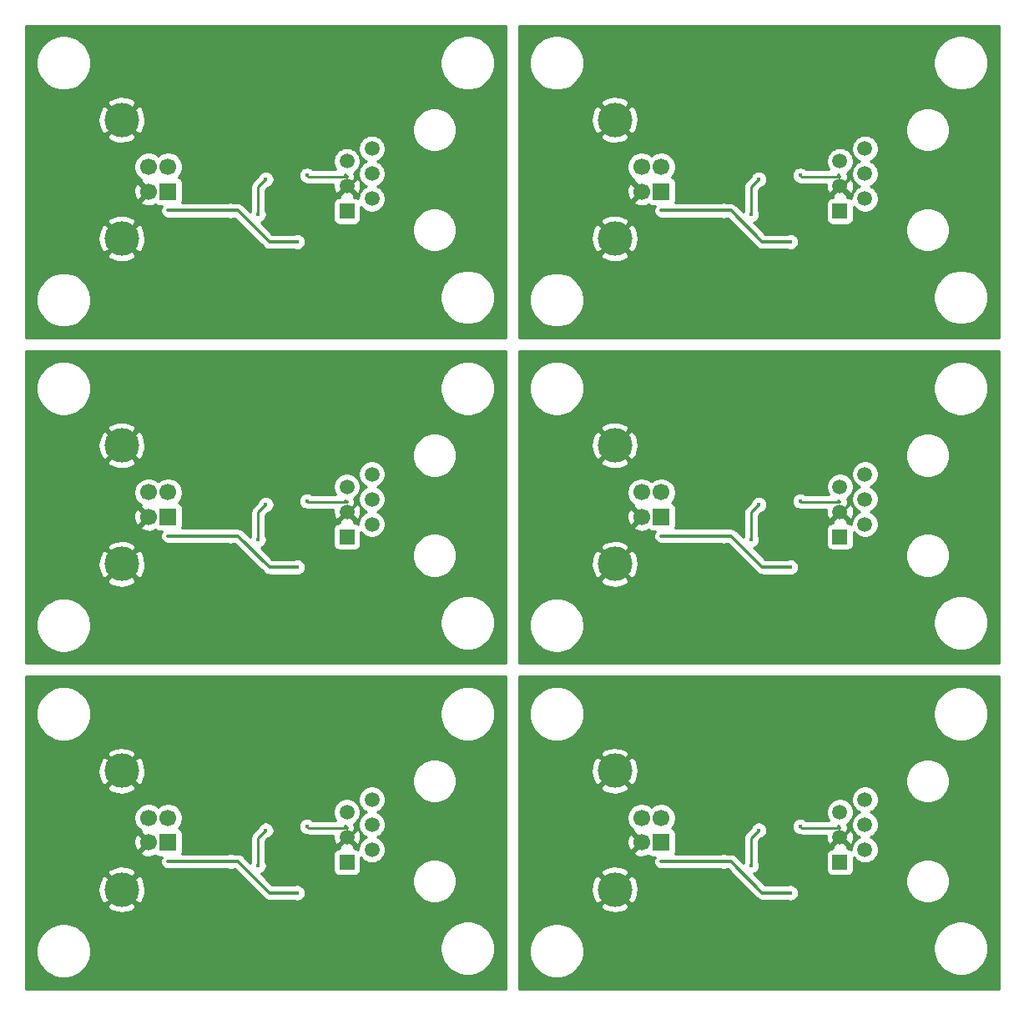
<source format=gbr>
G04 #@! TF.GenerationSoftware,KiCad,Pcbnew,5.1.3-ffb9f22~84~ubuntu16.04.1*
G04 #@! TF.CreationDate,2019-08-10T21:44:05-04:00*
G04 #@! TF.ProjectId,usb-serial-interface_panelized,7573622d-7365-4726-9961-6c2d696e7465,rev?*
G04 #@! TF.SameCoordinates,Original*
G04 #@! TF.FileFunction,Copper,L2,Bot*
G04 #@! TF.FilePolarity,Positive*
%FSLAX46Y46*%
G04 Gerber Fmt 4.6, Leading zero omitted, Abs format (unit mm)*
G04 Created by KiCad (PCBNEW 5.1.3-ffb9f22~84~ubuntu16.04.1) date 2019-08-10 21:44:05*
%MOMM*%
%LPD*%
G04 APERTURE LIST*
%ADD10C,1.520000*%
%ADD11R,1.520000X1.520000*%
%ADD12R,1.700000X1.700000*%
%ADD13C,1.700000*%
%ADD14C,3.500000*%
%ADD15C,0.450000*%
%ADD16C,0.304800*%
%ADD17C,0.254000*%
G04 APERTURE END LIST*
D10*
X165190002Y-143385004D03*
X162650002Y-144655004D03*
X165190002Y-145925004D03*
X162650002Y-147195004D03*
X165190002Y-148465004D03*
D11*
X162650002Y-149735004D03*
D10*
X165190002Y-110335002D03*
X162650002Y-111605002D03*
X165190002Y-112875002D03*
X162650002Y-114145002D03*
X165190002Y-115415002D03*
D11*
X162650002Y-116685002D03*
D10*
X165190002Y-77285000D03*
X162650002Y-78555000D03*
X165190002Y-79825000D03*
X162650002Y-81095000D03*
X165190002Y-82365000D03*
D11*
X162650002Y-83635000D03*
D10*
X115165000Y-143385004D03*
X112625000Y-144655004D03*
X115165000Y-145925004D03*
X112625000Y-147195004D03*
X115165000Y-148465004D03*
D11*
X112625000Y-149735004D03*
D10*
X115165000Y-110335002D03*
X112625000Y-111605002D03*
X115165000Y-112875002D03*
X112625000Y-114145002D03*
X115165000Y-115415002D03*
D11*
X112625000Y-116685002D03*
D12*
X144513002Y-147735004D03*
D13*
X144513002Y-145235004D03*
X142513002Y-145235004D03*
X142513002Y-147735004D03*
D14*
X139803002Y-152505004D03*
X139803002Y-140465004D03*
D12*
X144513002Y-114685002D03*
D13*
X144513002Y-112185002D03*
X142513002Y-112185002D03*
X142513002Y-114685002D03*
D14*
X139803002Y-119455002D03*
X139803002Y-107415002D03*
D12*
X144513002Y-81635000D03*
D13*
X144513002Y-79135000D03*
X142513002Y-79135000D03*
X142513002Y-81635000D03*
D14*
X139803002Y-86405000D03*
X139803002Y-74365000D03*
D12*
X94488000Y-147735004D03*
D13*
X94488000Y-145235004D03*
X92488000Y-145235004D03*
X92488000Y-147735004D03*
D14*
X89778000Y-152505004D03*
X89778000Y-140465004D03*
D12*
X94488000Y-114685002D03*
D13*
X94488000Y-112185002D03*
X92488000Y-112185002D03*
X92488000Y-114685002D03*
D14*
X89778000Y-119455002D03*
X89778000Y-107415002D03*
X89778000Y-74365000D03*
X89778000Y-86405000D03*
D13*
X92488000Y-81635000D03*
X92488000Y-79135000D03*
X94488000Y-79135000D03*
D12*
X94488000Y-81635000D03*
D11*
X112625000Y-83635000D03*
D10*
X115165000Y-82365000D03*
X112625000Y-81095000D03*
X115165000Y-79825000D03*
X112625000Y-78555000D03*
X115165000Y-77285000D03*
D15*
X100076000Y-86106000D03*
X88900000Y-66040000D03*
X120650000Y-66040000D03*
X105410000Y-66040000D03*
X90375000Y-96135000D03*
X105375000Y-96135000D03*
X118745000Y-96135000D03*
X128270000Y-81280000D03*
X81915000Y-81915000D03*
X102235000Y-78740000D03*
X106680000Y-83185000D03*
X97028000Y-85217000D03*
X100076000Y-119156002D03*
X100076000Y-152206004D03*
X150101002Y-86106000D03*
X150101002Y-119156002D03*
X150101002Y-152206004D03*
X88900000Y-99090002D03*
X88900000Y-132140004D03*
X138925002Y-66040000D03*
X138925002Y-99090002D03*
X138925002Y-132140004D03*
X120650000Y-99090002D03*
X120650000Y-132140004D03*
X170675002Y-66040000D03*
X170675002Y-99090002D03*
X170675002Y-132140004D03*
X105410000Y-99090002D03*
X105410000Y-132140004D03*
X155435002Y-66040000D03*
X155435002Y-99090002D03*
X155435002Y-132140004D03*
X90375000Y-129185002D03*
X90375000Y-162235004D03*
X140400002Y-96135000D03*
X140400002Y-129185002D03*
X140400002Y-162235004D03*
X105375000Y-129185002D03*
X105375000Y-162235004D03*
X155400002Y-96135000D03*
X155400002Y-129185002D03*
X155400002Y-162235004D03*
X118745000Y-129185002D03*
X118745000Y-162235004D03*
X168770002Y-96135000D03*
X168770002Y-129185002D03*
X168770002Y-162235004D03*
X128270000Y-114330002D03*
X128270000Y-147380004D03*
X178295002Y-81280000D03*
X178295002Y-114330002D03*
X178295002Y-147380004D03*
X81915000Y-114965002D03*
X81915000Y-148015004D03*
X131940002Y-81915000D03*
X131940002Y-114965002D03*
X131940002Y-148015004D03*
X102235000Y-111790002D03*
X102235000Y-144840004D03*
X152260002Y-78740000D03*
X152260002Y-111790002D03*
X152260002Y-144840004D03*
X106680000Y-116235002D03*
X106680000Y-149285004D03*
X156705002Y-83185000D03*
X156705002Y-116235002D03*
X156705002Y-149285004D03*
X97028000Y-118267002D03*
X97028000Y-151317004D03*
X147053002Y-85217000D03*
X147053002Y-118267002D03*
X147053002Y-151317004D03*
X107569000Y-86741000D03*
X100838000Y-83566000D03*
X107569000Y-119791002D03*
X107569000Y-152841004D03*
X157594002Y-86741000D03*
X157594002Y-119791002D03*
X157594002Y-152841004D03*
X100838000Y-116616002D03*
X100838000Y-149666004D03*
X150863002Y-83566000D03*
X150863002Y-116616002D03*
X150863002Y-149666004D03*
X108585000Y-80010000D03*
X108585000Y-113060002D03*
X108585000Y-146110004D03*
X158610002Y-80010000D03*
X158610002Y-113060002D03*
X158610002Y-146110004D03*
X103634169Y-83961610D03*
X104394000Y-80391000D03*
X103634169Y-117011612D03*
X103634169Y-150061614D03*
X153659171Y-83961610D03*
X153659171Y-117011612D03*
X153659171Y-150061614D03*
X104394000Y-113441002D03*
X104394000Y-146491004D03*
X154419002Y-80391000D03*
X154419002Y-113441002D03*
X154419002Y-146491004D03*
D16*
X101565554Y-83566000D02*
X104740554Y-86741000D01*
X94488000Y-83566000D02*
X100838000Y-83566000D01*
X104740554Y-86741000D02*
X107569000Y-86741000D01*
X107569000Y-86741000D02*
X107569000Y-86741000D01*
X100838000Y-83566000D02*
X101565554Y-83566000D01*
X101565554Y-116616002D02*
X104740554Y-119791002D01*
X101565554Y-149666004D02*
X104740554Y-152841004D01*
X151590556Y-83566000D02*
X154765556Y-86741000D01*
X151590556Y-116616002D02*
X154765556Y-119791002D01*
X151590556Y-149666004D02*
X154765556Y-152841004D01*
X94488000Y-116616002D02*
X100838000Y-116616002D01*
X94488000Y-149666004D02*
X100838000Y-149666004D01*
X144513002Y-83566000D02*
X150863002Y-83566000D01*
X144513002Y-116616002D02*
X150863002Y-116616002D01*
X144513002Y-149666004D02*
X150863002Y-149666004D01*
X104740554Y-119791002D02*
X107569000Y-119791002D01*
X104740554Y-152841004D02*
X107569000Y-152841004D01*
X154765556Y-86741000D02*
X157594002Y-86741000D01*
X154765556Y-119791002D02*
X157594002Y-119791002D01*
X154765556Y-152841004D02*
X157594002Y-152841004D01*
X107569000Y-119791002D02*
X107569000Y-119791002D01*
X107569000Y-152841004D02*
X107569000Y-152841004D01*
X157594002Y-86741000D02*
X157594002Y-86741000D01*
X157594002Y-119791002D02*
X157594002Y-119791002D01*
X157594002Y-152841004D02*
X157594002Y-152841004D01*
X100838000Y-116616002D02*
X101565554Y-116616002D01*
X100838000Y-149666004D02*
X101565554Y-149666004D01*
X150863002Y-83566000D02*
X151590556Y-83566000D01*
X150863002Y-116616002D02*
X151590556Y-116616002D01*
X150863002Y-149666004D02*
X151590556Y-149666004D01*
X112498000Y-80010000D02*
X112625000Y-80137000D01*
D17*
X108712000Y-80137000D02*
X108585000Y-80010000D01*
X112625000Y-80137000D02*
X108712000Y-80137000D01*
D16*
X112498000Y-113060002D02*
X112625000Y-113187002D01*
X112498000Y-146110004D02*
X112625000Y-146237004D01*
X162523002Y-80010000D02*
X162650002Y-80137000D01*
X162523002Y-113060002D02*
X162650002Y-113187002D01*
X162523002Y-146110004D02*
X162650002Y-146237004D01*
D17*
X108712000Y-113187002D02*
X108585000Y-113060002D01*
X108712000Y-146237004D02*
X108585000Y-146110004D01*
X158737002Y-80137000D02*
X158610002Y-80010000D01*
X158737002Y-113187002D02*
X158610002Y-113060002D01*
X158737002Y-146237004D02*
X158610002Y-146110004D01*
X112625000Y-113187002D02*
X108712000Y-113187002D01*
X112625000Y-146237004D02*
X108712000Y-146237004D01*
X162650002Y-80137000D02*
X158737002Y-80137000D01*
X162650002Y-113187002D02*
X158737002Y-113187002D01*
X162650002Y-146237004D02*
X158737002Y-146237004D01*
X104394000Y-80391000D02*
X103634169Y-81150831D01*
X103634169Y-83643412D02*
X103634169Y-83961610D01*
X103634169Y-81150831D02*
X103634169Y-83643412D01*
X104394000Y-113441002D02*
X103634169Y-114200833D01*
X104394000Y-146491004D02*
X103634169Y-147250835D01*
X154419002Y-80391000D02*
X153659171Y-81150831D01*
X154419002Y-113441002D02*
X153659171Y-114200833D01*
X154419002Y-146491004D02*
X153659171Y-147250835D01*
X103634169Y-116693414D02*
X103634169Y-117011612D01*
X103634169Y-149743416D02*
X103634169Y-150061614D01*
X153659171Y-83643412D02*
X153659171Y-83961610D01*
X153659171Y-116693414D02*
X153659171Y-117011612D01*
X153659171Y-149743416D02*
X153659171Y-150061614D01*
X103634169Y-114200833D02*
X103634169Y-116693414D01*
X103634169Y-147250835D02*
X103634169Y-149743416D01*
X153659171Y-81150831D02*
X153659171Y-83643412D01*
X153659171Y-114200833D02*
X153659171Y-116693414D01*
X153659171Y-147250835D02*
X153659171Y-149743416D01*
G36*
X128715001Y-96475000D02*
G01*
X80035000Y-96475000D01*
X80035000Y-92360701D01*
X81090000Y-92360701D01*
X81090000Y-92909299D01*
X81197026Y-93447354D01*
X81406965Y-93954192D01*
X81711750Y-94410334D01*
X82099666Y-94798250D01*
X82555808Y-95103035D01*
X83062646Y-95312974D01*
X83600701Y-95420000D01*
X84149299Y-95420000D01*
X84687354Y-95312974D01*
X85194192Y-95103035D01*
X85650334Y-94798250D01*
X86038250Y-94410334D01*
X86343035Y-93954192D01*
X86552974Y-93447354D01*
X86660000Y-92909299D01*
X86660000Y-92360701D01*
X86610272Y-92110701D01*
X122090000Y-92110701D01*
X122090000Y-92659299D01*
X122197026Y-93197354D01*
X122406965Y-93704192D01*
X122711750Y-94160334D01*
X123099666Y-94548250D01*
X123555808Y-94853035D01*
X124062646Y-95062974D01*
X124600701Y-95170000D01*
X125149299Y-95170000D01*
X125687354Y-95062974D01*
X126194192Y-94853035D01*
X126650334Y-94548250D01*
X127038250Y-94160334D01*
X127343035Y-93704192D01*
X127552974Y-93197354D01*
X127660000Y-92659299D01*
X127660000Y-92110701D01*
X127552974Y-91572646D01*
X127343035Y-91065808D01*
X127038250Y-90609666D01*
X126650334Y-90221750D01*
X126194192Y-89916965D01*
X125687354Y-89707026D01*
X125149299Y-89600000D01*
X124600701Y-89600000D01*
X124062646Y-89707026D01*
X123555808Y-89916965D01*
X123099666Y-90221750D01*
X122711750Y-90609666D01*
X122406965Y-91065808D01*
X122197026Y-91572646D01*
X122090000Y-92110701D01*
X86610272Y-92110701D01*
X86552974Y-91822646D01*
X86343035Y-91315808D01*
X86038250Y-90859666D01*
X85650334Y-90471750D01*
X85194192Y-90166965D01*
X84687354Y-89957026D01*
X84149299Y-89850000D01*
X83600701Y-89850000D01*
X83062646Y-89957026D01*
X82555808Y-90166965D01*
X82099666Y-90471750D01*
X81711750Y-90859666D01*
X81406965Y-91315808D01*
X81197026Y-91822646D01*
X81090000Y-92360701D01*
X80035000Y-92360701D01*
X80035000Y-88074609D01*
X88287997Y-88074609D01*
X88474073Y-88415766D01*
X88891409Y-88631513D01*
X89342815Y-88761696D01*
X89810946Y-88801313D01*
X90277811Y-88748842D01*
X90725468Y-88606297D01*
X91081927Y-88415766D01*
X91268003Y-88074609D01*
X89778000Y-86584605D01*
X88287997Y-88074609D01*
X80035000Y-88074609D01*
X80035000Y-86437946D01*
X87381687Y-86437946D01*
X87434158Y-86904811D01*
X87576703Y-87352468D01*
X87767234Y-87708927D01*
X88108391Y-87895003D01*
X89598395Y-86405000D01*
X89957605Y-86405000D01*
X91447609Y-87895003D01*
X91788766Y-87708927D01*
X92004513Y-87291591D01*
X92134696Y-86840185D01*
X92174313Y-86372054D01*
X92121842Y-85905189D01*
X91979297Y-85457532D01*
X91788766Y-85101073D01*
X91447609Y-84914997D01*
X89957605Y-86405000D01*
X89598395Y-86405000D01*
X88108391Y-84914997D01*
X87767234Y-85101073D01*
X87551487Y-85518409D01*
X87421304Y-85969815D01*
X87381687Y-86437946D01*
X80035000Y-86437946D01*
X80035000Y-84735391D01*
X88287997Y-84735391D01*
X89778000Y-86225395D01*
X91268003Y-84735391D01*
X91081927Y-84394234D01*
X90664591Y-84178487D01*
X90213185Y-84048304D01*
X89745054Y-84008687D01*
X89278189Y-84061158D01*
X88830532Y-84203703D01*
X88474073Y-84394234D01*
X88287997Y-84735391D01*
X80035000Y-84735391D01*
X80035000Y-81703531D01*
X90997389Y-81703531D01*
X91039401Y-81993019D01*
X91137081Y-82268747D01*
X91210528Y-82406157D01*
X91459603Y-82483792D01*
X92308395Y-81635000D01*
X91459603Y-80786208D01*
X91210528Y-80863843D01*
X91084629Y-81127883D01*
X91012661Y-81411411D01*
X90997389Y-81703531D01*
X80035000Y-81703531D01*
X80035000Y-78988740D01*
X91003000Y-78988740D01*
X91003000Y-79281260D01*
X91060068Y-79568158D01*
X91172010Y-79838411D01*
X91334525Y-80081632D01*
X91541368Y-80288475D01*
X91704410Y-80397416D01*
X91639208Y-80606603D01*
X92488000Y-81455395D01*
X92502143Y-81441253D01*
X92681748Y-81620858D01*
X92667605Y-81635000D01*
X92681748Y-81649143D01*
X92502143Y-81828748D01*
X92488000Y-81814605D01*
X91639208Y-82663397D01*
X91716843Y-82912472D01*
X91980883Y-83038371D01*
X92264411Y-83110339D01*
X92556531Y-83125611D01*
X92846019Y-83083599D01*
X93121747Y-82985919D01*
X93197850Y-82945241D01*
X93283506Y-83015537D01*
X93393820Y-83074502D01*
X93513518Y-83110812D01*
X93638000Y-83123072D01*
X93832888Y-83123072D01*
X93830134Y-83126428D01*
X93757018Y-83263217D01*
X93711994Y-83411643D01*
X93696791Y-83566000D01*
X93711994Y-83720357D01*
X93757018Y-83868783D01*
X93830134Y-84005572D01*
X93928531Y-84125469D01*
X94048428Y-84223866D01*
X94185217Y-84296982D01*
X94333643Y-84342006D01*
X94449327Y-84353400D01*
X100491663Y-84353400D01*
X100587147Y-84392951D01*
X100753297Y-84426000D01*
X100922703Y-84426000D01*
X101088853Y-84392951D01*
X101184337Y-84353400D01*
X101239404Y-84353400D01*
X104156431Y-87270428D01*
X104181085Y-87300469D01*
X104300982Y-87398866D01*
X104437771Y-87471982D01*
X104586197Y-87517006D01*
X104701881Y-87528400D01*
X104701890Y-87528400D01*
X104740553Y-87532208D01*
X104779216Y-87528400D01*
X107222663Y-87528400D01*
X107318147Y-87567951D01*
X107484297Y-87601000D01*
X107653703Y-87601000D01*
X107819853Y-87567951D01*
X107976363Y-87503122D01*
X108117218Y-87409005D01*
X108237005Y-87289218D01*
X108331122Y-87148363D01*
X108395951Y-86991853D01*
X108429000Y-86825703D01*
X108429000Y-86656297D01*
X108395951Y-86490147D01*
X108331122Y-86333637D01*
X108237005Y-86192782D01*
X108117218Y-86072995D01*
X107976363Y-85978878D01*
X107819853Y-85914049D01*
X107653703Y-85881000D01*
X107484297Y-85881000D01*
X107318147Y-85914049D01*
X107222663Y-85953600D01*
X105066705Y-85953600D01*
X104435514Y-85322409D01*
X119255000Y-85322409D01*
X119255000Y-85767591D01*
X119341851Y-86204218D01*
X119512214Y-86615511D01*
X119759544Y-86985666D01*
X120074334Y-87300456D01*
X120444489Y-87547786D01*
X120855782Y-87718149D01*
X121292409Y-87805000D01*
X121737591Y-87805000D01*
X122174218Y-87718149D01*
X122585511Y-87547786D01*
X122955666Y-87300456D01*
X123270456Y-86985666D01*
X123517786Y-86615511D01*
X123688149Y-86204218D01*
X123775000Y-85767591D01*
X123775000Y-85322409D01*
X123688149Y-84885782D01*
X123517786Y-84474489D01*
X123270456Y-84104334D01*
X122955666Y-83789544D01*
X122585511Y-83542214D01*
X122174218Y-83371851D01*
X121737591Y-83285000D01*
X121292409Y-83285000D01*
X120855782Y-83371851D01*
X120444489Y-83542214D01*
X120074334Y-83789544D01*
X119759544Y-84104334D01*
X119512214Y-84474489D01*
X119341851Y-84885782D01*
X119255000Y-85322409D01*
X104435514Y-85322409D01*
X103896791Y-84783686D01*
X104041532Y-84723732D01*
X104182387Y-84629615D01*
X104302174Y-84509828D01*
X104396291Y-84368973D01*
X104461120Y-84212463D01*
X104494169Y-84046313D01*
X104494169Y-83876907D01*
X104461120Y-83710757D01*
X104396291Y-83554247D01*
X104396169Y-83554064D01*
X104396169Y-82875000D01*
X111226928Y-82875000D01*
X111226928Y-84395000D01*
X111239188Y-84519482D01*
X111275498Y-84639180D01*
X111334463Y-84749494D01*
X111413815Y-84846185D01*
X111510506Y-84925537D01*
X111620820Y-84984502D01*
X111740518Y-85020812D01*
X111865000Y-85033072D01*
X113385000Y-85033072D01*
X113509482Y-85020812D01*
X113629180Y-84984502D01*
X113739494Y-84925537D01*
X113836185Y-84846185D01*
X113915537Y-84749494D01*
X113974502Y-84639180D01*
X114010812Y-84519482D01*
X114023072Y-84395000D01*
X114023072Y-83166918D01*
X114081433Y-83254261D01*
X114275739Y-83448567D01*
X114504220Y-83601233D01*
X114758093Y-83706391D01*
X115027604Y-83760000D01*
X115302396Y-83760000D01*
X115571907Y-83706391D01*
X115825780Y-83601233D01*
X116054261Y-83448567D01*
X116248567Y-83254261D01*
X116401233Y-83025780D01*
X116506391Y-82771907D01*
X116560000Y-82502396D01*
X116560000Y-82227604D01*
X116506391Y-81958093D01*
X116401233Y-81704220D01*
X116248567Y-81475739D01*
X116054261Y-81281433D01*
X115825780Y-81128767D01*
X115744260Y-81095000D01*
X115825780Y-81061233D01*
X116054261Y-80908567D01*
X116248567Y-80714261D01*
X116401233Y-80485780D01*
X116506391Y-80231907D01*
X116560000Y-79962396D01*
X116560000Y-79687604D01*
X116506391Y-79418093D01*
X116401233Y-79164220D01*
X116248567Y-78935739D01*
X116054261Y-78741433D01*
X115825780Y-78588767D01*
X115744260Y-78555000D01*
X115825780Y-78521233D01*
X116054261Y-78368567D01*
X116248567Y-78174261D01*
X116401233Y-77945780D01*
X116506391Y-77691907D01*
X116560000Y-77422396D01*
X116560000Y-77147604D01*
X116506391Y-76878093D01*
X116401233Y-76624220D01*
X116248567Y-76395739D01*
X116054261Y-76201433D01*
X115825780Y-76048767D01*
X115571907Y-75943609D01*
X115302396Y-75890000D01*
X115027604Y-75890000D01*
X114758093Y-75943609D01*
X114504220Y-76048767D01*
X114275739Y-76201433D01*
X114081433Y-76395739D01*
X113928767Y-76624220D01*
X113823609Y-76878093D01*
X113770000Y-77147604D01*
X113770000Y-77422396D01*
X113823609Y-77691907D01*
X113928767Y-77945780D01*
X114081433Y-78174261D01*
X114275739Y-78368567D01*
X114504220Y-78521233D01*
X114585740Y-78555000D01*
X114504220Y-78588767D01*
X114275739Y-78741433D01*
X114081433Y-78935739D01*
X113928767Y-79164220D01*
X113823609Y-79418093D01*
X113770000Y-79687604D01*
X113770000Y-79962396D01*
X113823609Y-80231907D01*
X113928767Y-80485780D01*
X114081433Y-80714261D01*
X114275739Y-80908567D01*
X114504220Y-81061233D01*
X114585740Y-81095000D01*
X114504220Y-81128767D01*
X114275739Y-81281433D01*
X114081433Y-81475739D01*
X113928767Y-81704220D01*
X113823609Y-81958093D01*
X113770000Y-82227604D01*
X113770000Y-82369499D01*
X113739494Y-82344463D01*
X113629180Y-82285498D01*
X113509482Y-82249188D01*
X113385000Y-82236928D01*
X113360069Y-82236928D01*
X113409531Y-82059137D01*
X112625000Y-81274605D01*
X111840469Y-82059137D01*
X111889931Y-82236928D01*
X111865000Y-82236928D01*
X111740518Y-82249188D01*
X111620820Y-82285498D01*
X111510506Y-82344463D01*
X111413815Y-82423815D01*
X111334463Y-82520506D01*
X111275498Y-82630820D01*
X111239188Y-82750518D01*
X111226928Y-82875000D01*
X104396169Y-82875000D01*
X104396169Y-81466461D01*
X104644637Y-81217994D01*
X104644853Y-81217951D01*
X104801363Y-81153122D01*
X104942218Y-81059005D01*
X105062005Y-80939218D01*
X105156122Y-80798363D01*
X105220951Y-80641853D01*
X105254000Y-80475703D01*
X105254000Y-80306297D01*
X105220951Y-80140147D01*
X105156122Y-79983637D01*
X105117141Y-79925297D01*
X107725000Y-79925297D01*
X107725000Y-80094703D01*
X107758049Y-80260853D01*
X107822878Y-80417363D01*
X107916995Y-80558218D01*
X108036782Y-80678005D01*
X108177637Y-80772122D01*
X108334147Y-80836951D01*
X108500297Y-80870000D01*
X108503370Y-80870000D01*
X108562622Y-80887974D01*
X108674574Y-80899000D01*
X108674576Y-80899000D01*
X108711999Y-80902686D01*
X108749422Y-80899000D01*
X111237640Y-80899000D01*
X111225105Y-81167097D01*
X111266069Y-81438817D01*
X111359256Y-81697326D01*
X111420975Y-81812794D01*
X111660863Y-81879531D01*
X112445395Y-81095000D01*
X112804605Y-81095000D01*
X113589137Y-81879531D01*
X113829025Y-81812794D01*
X113945924Y-81564108D01*
X114012061Y-81297394D01*
X114024895Y-81022903D01*
X113983931Y-80751183D01*
X113890744Y-80492674D01*
X113829025Y-80377206D01*
X113589137Y-80310469D01*
X112804605Y-81095000D01*
X112445395Y-81095000D01*
X112431253Y-81080858D01*
X112587587Y-80924523D01*
X112624999Y-80928208D01*
X112779357Y-80913005D01*
X112927782Y-80867982D01*
X113064572Y-80794865D01*
X113184469Y-80696469D01*
X113282865Y-80576572D01*
X113355982Y-80439782D01*
X113401005Y-80291357D01*
X113416208Y-80136999D01*
X113401005Y-79982643D01*
X113355982Y-79834218D01*
X113320578Y-79767982D01*
X113514261Y-79638567D01*
X113708567Y-79444261D01*
X113861233Y-79215780D01*
X113966391Y-78961907D01*
X114020000Y-78692396D01*
X114020000Y-78417604D01*
X113966391Y-78148093D01*
X113861233Y-77894220D01*
X113708567Y-77665739D01*
X113514261Y-77471433D01*
X113285780Y-77318767D01*
X113031907Y-77213609D01*
X112762396Y-77160000D01*
X112487604Y-77160000D01*
X112218093Y-77213609D01*
X111964220Y-77318767D01*
X111735739Y-77471433D01*
X111541433Y-77665739D01*
X111388767Y-77894220D01*
X111283609Y-78148093D01*
X111230000Y-78417604D01*
X111230000Y-78692396D01*
X111283609Y-78961907D01*
X111388767Y-79215780D01*
X111495154Y-79375000D01*
X109166223Y-79375000D01*
X109133218Y-79341995D01*
X108992363Y-79247878D01*
X108835853Y-79183049D01*
X108669703Y-79150000D01*
X108500297Y-79150000D01*
X108334147Y-79183049D01*
X108177637Y-79247878D01*
X108036782Y-79341995D01*
X107916995Y-79461782D01*
X107822878Y-79602637D01*
X107758049Y-79759147D01*
X107725000Y-79925297D01*
X105117141Y-79925297D01*
X105062005Y-79842782D01*
X104942218Y-79722995D01*
X104801363Y-79628878D01*
X104644853Y-79564049D01*
X104478703Y-79531000D01*
X104309297Y-79531000D01*
X104143147Y-79564049D01*
X103986637Y-79628878D01*
X103845782Y-79722995D01*
X103725995Y-79842782D01*
X103631878Y-79983637D01*
X103567049Y-80140147D01*
X103567006Y-80140363D01*
X103121822Y-80585547D01*
X103092747Y-80609409D01*
X103037152Y-80677153D01*
X102997524Y-80725439D01*
X102965043Y-80786208D01*
X102926767Y-80857817D01*
X102883195Y-81001454D01*
X102873982Y-81095000D01*
X102868483Y-81150831D01*
X102872169Y-81188254D01*
X102872170Y-83554063D01*
X102872047Y-83554247D01*
X102812093Y-83698988D01*
X102149682Y-83036578D01*
X102125023Y-83006531D01*
X102005126Y-82908134D01*
X101868337Y-82835018D01*
X101719911Y-82789994D01*
X101604227Y-82778600D01*
X101604217Y-82778600D01*
X101565554Y-82774792D01*
X101526891Y-82778600D01*
X101184337Y-82778600D01*
X101088853Y-82739049D01*
X100922703Y-82706000D01*
X100753297Y-82706000D01*
X100587147Y-82739049D01*
X100491663Y-82778600D01*
X95901086Y-82778600D01*
X95927502Y-82729180D01*
X95963812Y-82609482D01*
X95976072Y-82485000D01*
X95976072Y-80785000D01*
X95963812Y-80660518D01*
X95927502Y-80540820D01*
X95868537Y-80430506D01*
X95789185Y-80333815D01*
X95692494Y-80254463D01*
X95582180Y-80195498D01*
X95540310Y-80182797D01*
X95641475Y-80081632D01*
X95803990Y-79838411D01*
X95915932Y-79568158D01*
X95973000Y-79281260D01*
X95973000Y-78988740D01*
X95915932Y-78701842D01*
X95803990Y-78431589D01*
X95641475Y-78188368D01*
X95434632Y-77981525D01*
X95191411Y-77819010D01*
X94921158Y-77707068D01*
X94634260Y-77650000D01*
X94341740Y-77650000D01*
X94054842Y-77707068D01*
X93784589Y-77819010D01*
X93541368Y-77981525D01*
X93488000Y-78034893D01*
X93434632Y-77981525D01*
X93191411Y-77819010D01*
X92921158Y-77707068D01*
X92634260Y-77650000D01*
X92341740Y-77650000D01*
X92054842Y-77707068D01*
X91784589Y-77819010D01*
X91541368Y-77981525D01*
X91334525Y-78188368D01*
X91172010Y-78431589D01*
X91060068Y-78701842D01*
X91003000Y-78988740D01*
X80035000Y-78988740D01*
X80035000Y-76034609D01*
X88287997Y-76034609D01*
X88474073Y-76375766D01*
X88891409Y-76591513D01*
X89342815Y-76721696D01*
X89810946Y-76761313D01*
X90277811Y-76708842D01*
X90725468Y-76566297D01*
X91081927Y-76375766D01*
X91268003Y-76034609D01*
X89778000Y-74544605D01*
X88287997Y-76034609D01*
X80035000Y-76034609D01*
X80035000Y-74397946D01*
X87381687Y-74397946D01*
X87434158Y-74864811D01*
X87576703Y-75312468D01*
X87767234Y-75668927D01*
X88108391Y-75855003D01*
X89598395Y-74365000D01*
X89957605Y-74365000D01*
X91447609Y-75855003D01*
X91788766Y-75668927D01*
X92004513Y-75251591D01*
X92030232Y-75162409D01*
X119255000Y-75162409D01*
X119255000Y-75607591D01*
X119341851Y-76044218D01*
X119512214Y-76455511D01*
X119759544Y-76825666D01*
X120074334Y-77140456D01*
X120444489Y-77387786D01*
X120855782Y-77558149D01*
X121292409Y-77645000D01*
X121737591Y-77645000D01*
X122174218Y-77558149D01*
X122585511Y-77387786D01*
X122955666Y-77140456D01*
X123270456Y-76825666D01*
X123517786Y-76455511D01*
X123688149Y-76044218D01*
X123775000Y-75607591D01*
X123775000Y-75162409D01*
X123688149Y-74725782D01*
X123517786Y-74314489D01*
X123270456Y-73944334D01*
X122955666Y-73629544D01*
X122585511Y-73382214D01*
X122174218Y-73211851D01*
X121737591Y-73125000D01*
X121292409Y-73125000D01*
X120855782Y-73211851D01*
X120444489Y-73382214D01*
X120074334Y-73629544D01*
X119759544Y-73944334D01*
X119512214Y-74314489D01*
X119341851Y-74725782D01*
X119255000Y-75162409D01*
X92030232Y-75162409D01*
X92134696Y-74800185D01*
X92174313Y-74332054D01*
X92121842Y-73865189D01*
X91979297Y-73417532D01*
X91788766Y-73061073D01*
X91447609Y-72874997D01*
X89957605Y-74365000D01*
X89598395Y-74365000D01*
X88108391Y-72874997D01*
X87767234Y-73061073D01*
X87551487Y-73478409D01*
X87421304Y-73929815D01*
X87381687Y-74397946D01*
X80035000Y-74397946D01*
X80035000Y-72695391D01*
X88287997Y-72695391D01*
X89778000Y-74185395D01*
X91268003Y-72695391D01*
X91081927Y-72354234D01*
X90664591Y-72138487D01*
X90213185Y-72008304D01*
X89745054Y-71968687D01*
X89278189Y-72021158D01*
X88830532Y-72163703D01*
X88474073Y-72354234D01*
X88287997Y-72695391D01*
X80035000Y-72695391D01*
X80035000Y-68305701D01*
X81090000Y-68305701D01*
X81090000Y-68854299D01*
X81197026Y-69392354D01*
X81406965Y-69899192D01*
X81711750Y-70355334D01*
X82099666Y-70743250D01*
X82555808Y-71048035D01*
X83062646Y-71257974D01*
X83600701Y-71365000D01*
X84149299Y-71365000D01*
X84687354Y-71257974D01*
X85194192Y-71048035D01*
X85650334Y-70743250D01*
X86038250Y-70355334D01*
X86343035Y-69899192D01*
X86552974Y-69392354D01*
X86660000Y-68854299D01*
X86660000Y-68305701D01*
X122090000Y-68305701D01*
X122090000Y-68854299D01*
X122197026Y-69392354D01*
X122406965Y-69899192D01*
X122711750Y-70355334D01*
X123099666Y-70743250D01*
X123555808Y-71048035D01*
X124062646Y-71257974D01*
X124600701Y-71365000D01*
X125149299Y-71365000D01*
X125687354Y-71257974D01*
X126194192Y-71048035D01*
X126650334Y-70743250D01*
X127038250Y-70355334D01*
X127343035Y-69899192D01*
X127552974Y-69392354D01*
X127660000Y-68854299D01*
X127660000Y-68305701D01*
X127552974Y-67767646D01*
X127343035Y-67260808D01*
X127038250Y-66804666D01*
X126650334Y-66416750D01*
X126194192Y-66111965D01*
X125687354Y-65902026D01*
X125149299Y-65795000D01*
X124600701Y-65795000D01*
X124062646Y-65902026D01*
X123555808Y-66111965D01*
X123099666Y-66416750D01*
X122711750Y-66804666D01*
X122406965Y-67260808D01*
X122197026Y-67767646D01*
X122090000Y-68305701D01*
X86660000Y-68305701D01*
X86552974Y-67767646D01*
X86343035Y-67260808D01*
X86038250Y-66804666D01*
X85650334Y-66416750D01*
X85194192Y-66111965D01*
X84687354Y-65902026D01*
X84149299Y-65795000D01*
X83600701Y-65795000D01*
X83062646Y-65902026D01*
X82555808Y-66111965D01*
X82099666Y-66416750D01*
X81711750Y-66804666D01*
X81406965Y-67260808D01*
X81197026Y-67767646D01*
X81090000Y-68305701D01*
X80035000Y-68305701D01*
X80035000Y-64795000D01*
X128715000Y-64795000D01*
X128715001Y-96475000D01*
X128715001Y-96475000D01*
G37*
X128715001Y-96475000D02*
X80035000Y-96475000D01*
X80035000Y-92360701D01*
X81090000Y-92360701D01*
X81090000Y-92909299D01*
X81197026Y-93447354D01*
X81406965Y-93954192D01*
X81711750Y-94410334D01*
X82099666Y-94798250D01*
X82555808Y-95103035D01*
X83062646Y-95312974D01*
X83600701Y-95420000D01*
X84149299Y-95420000D01*
X84687354Y-95312974D01*
X85194192Y-95103035D01*
X85650334Y-94798250D01*
X86038250Y-94410334D01*
X86343035Y-93954192D01*
X86552974Y-93447354D01*
X86660000Y-92909299D01*
X86660000Y-92360701D01*
X86610272Y-92110701D01*
X122090000Y-92110701D01*
X122090000Y-92659299D01*
X122197026Y-93197354D01*
X122406965Y-93704192D01*
X122711750Y-94160334D01*
X123099666Y-94548250D01*
X123555808Y-94853035D01*
X124062646Y-95062974D01*
X124600701Y-95170000D01*
X125149299Y-95170000D01*
X125687354Y-95062974D01*
X126194192Y-94853035D01*
X126650334Y-94548250D01*
X127038250Y-94160334D01*
X127343035Y-93704192D01*
X127552974Y-93197354D01*
X127660000Y-92659299D01*
X127660000Y-92110701D01*
X127552974Y-91572646D01*
X127343035Y-91065808D01*
X127038250Y-90609666D01*
X126650334Y-90221750D01*
X126194192Y-89916965D01*
X125687354Y-89707026D01*
X125149299Y-89600000D01*
X124600701Y-89600000D01*
X124062646Y-89707026D01*
X123555808Y-89916965D01*
X123099666Y-90221750D01*
X122711750Y-90609666D01*
X122406965Y-91065808D01*
X122197026Y-91572646D01*
X122090000Y-92110701D01*
X86610272Y-92110701D01*
X86552974Y-91822646D01*
X86343035Y-91315808D01*
X86038250Y-90859666D01*
X85650334Y-90471750D01*
X85194192Y-90166965D01*
X84687354Y-89957026D01*
X84149299Y-89850000D01*
X83600701Y-89850000D01*
X83062646Y-89957026D01*
X82555808Y-90166965D01*
X82099666Y-90471750D01*
X81711750Y-90859666D01*
X81406965Y-91315808D01*
X81197026Y-91822646D01*
X81090000Y-92360701D01*
X80035000Y-92360701D01*
X80035000Y-88074609D01*
X88287997Y-88074609D01*
X88474073Y-88415766D01*
X88891409Y-88631513D01*
X89342815Y-88761696D01*
X89810946Y-88801313D01*
X90277811Y-88748842D01*
X90725468Y-88606297D01*
X91081927Y-88415766D01*
X91268003Y-88074609D01*
X89778000Y-86584605D01*
X88287997Y-88074609D01*
X80035000Y-88074609D01*
X80035000Y-86437946D01*
X87381687Y-86437946D01*
X87434158Y-86904811D01*
X87576703Y-87352468D01*
X87767234Y-87708927D01*
X88108391Y-87895003D01*
X89598395Y-86405000D01*
X89957605Y-86405000D01*
X91447609Y-87895003D01*
X91788766Y-87708927D01*
X92004513Y-87291591D01*
X92134696Y-86840185D01*
X92174313Y-86372054D01*
X92121842Y-85905189D01*
X91979297Y-85457532D01*
X91788766Y-85101073D01*
X91447609Y-84914997D01*
X89957605Y-86405000D01*
X89598395Y-86405000D01*
X88108391Y-84914997D01*
X87767234Y-85101073D01*
X87551487Y-85518409D01*
X87421304Y-85969815D01*
X87381687Y-86437946D01*
X80035000Y-86437946D01*
X80035000Y-84735391D01*
X88287997Y-84735391D01*
X89778000Y-86225395D01*
X91268003Y-84735391D01*
X91081927Y-84394234D01*
X90664591Y-84178487D01*
X90213185Y-84048304D01*
X89745054Y-84008687D01*
X89278189Y-84061158D01*
X88830532Y-84203703D01*
X88474073Y-84394234D01*
X88287997Y-84735391D01*
X80035000Y-84735391D01*
X80035000Y-81703531D01*
X90997389Y-81703531D01*
X91039401Y-81993019D01*
X91137081Y-82268747D01*
X91210528Y-82406157D01*
X91459603Y-82483792D01*
X92308395Y-81635000D01*
X91459603Y-80786208D01*
X91210528Y-80863843D01*
X91084629Y-81127883D01*
X91012661Y-81411411D01*
X90997389Y-81703531D01*
X80035000Y-81703531D01*
X80035000Y-78988740D01*
X91003000Y-78988740D01*
X91003000Y-79281260D01*
X91060068Y-79568158D01*
X91172010Y-79838411D01*
X91334525Y-80081632D01*
X91541368Y-80288475D01*
X91704410Y-80397416D01*
X91639208Y-80606603D01*
X92488000Y-81455395D01*
X92502143Y-81441253D01*
X92681748Y-81620858D01*
X92667605Y-81635000D01*
X92681748Y-81649143D01*
X92502143Y-81828748D01*
X92488000Y-81814605D01*
X91639208Y-82663397D01*
X91716843Y-82912472D01*
X91980883Y-83038371D01*
X92264411Y-83110339D01*
X92556531Y-83125611D01*
X92846019Y-83083599D01*
X93121747Y-82985919D01*
X93197850Y-82945241D01*
X93283506Y-83015537D01*
X93393820Y-83074502D01*
X93513518Y-83110812D01*
X93638000Y-83123072D01*
X93832888Y-83123072D01*
X93830134Y-83126428D01*
X93757018Y-83263217D01*
X93711994Y-83411643D01*
X93696791Y-83566000D01*
X93711994Y-83720357D01*
X93757018Y-83868783D01*
X93830134Y-84005572D01*
X93928531Y-84125469D01*
X94048428Y-84223866D01*
X94185217Y-84296982D01*
X94333643Y-84342006D01*
X94449327Y-84353400D01*
X100491663Y-84353400D01*
X100587147Y-84392951D01*
X100753297Y-84426000D01*
X100922703Y-84426000D01*
X101088853Y-84392951D01*
X101184337Y-84353400D01*
X101239404Y-84353400D01*
X104156431Y-87270428D01*
X104181085Y-87300469D01*
X104300982Y-87398866D01*
X104437771Y-87471982D01*
X104586197Y-87517006D01*
X104701881Y-87528400D01*
X104701890Y-87528400D01*
X104740553Y-87532208D01*
X104779216Y-87528400D01*
X107222663Y-87528400D01*
X107318147Y-87567951D01*
X107484297Y-87601000D01*
X107653703Y-87601000D01*
X107819853Y-87567951D01*
X107976363Y-87503122D01*
X108117218Y-87409005D01*
X108237005Y-87289218D01*
X108331122Y-87148363D01*
X108395951Y-86991853D01*
X108429000Y-86825703D01*
X108429000Y-86656297D01*
X108395951Y-86490147D01*
X108331122Y-86333637D01*
X108237005Y-86192782D01*
X108117218Y-86072995D01*
X107976363Y-85978878D01*
X107819853Y-85914049D01*
X107653703Y-85881000D01*
X107484297Y-85881000D01*
X107318147Y-85914049D01*
X107222663Y-85953600D01*
X105066705Y-85953600D01*
X104435514Y-85322409D01*
X119255000Y-85322409D01*
X119255000Y-85767591D01*
X119341851Y-86204218D01*
X119512214Y-86615511D01*
X119759544Y-86985666D01*
X120074334Y-87300456D01*
X120444489Y-87547786D01*
X120855782Y-87718149D01*
X121292409Y-87805000D01*
X121737591Y-87805000D01*
X122174218Y-87718149D01*
X122585511Y-87547786D01*
X122955666Y-87300456D01*
X123270456Y-86985666D01*
X123517786Y-86615511D01*
X123688149Y-86204218D01*
X123775000Y-85767591D01*
X123775000Y-85322409D01*
X123688149Y-84885782D01*
X123517786Y-84474489D01*
X123270456Y-84104334D01*
X122955666Y-83789544D01*
X122585511Y-83542214D01*
X122174218Y-83371851D01*
X121737591Y-83285000D01*
X121292409Y-83285000D01*
X120855782Y-83371851D01*
X120444489Y-83542214D01*
X120074334Y-83789544D01*
X119759544Y-84104334D01*
X119512214Y-84474489D01*
X119341851Y-84885782D01*
X119255000Y-85322409D01*
X104435514Y-85322409D01*
X103896791Y-84783686D01*
X104041532Y-84723732D01*
X104182387Y-84629615D01*
X104302174Y-84509828D01*
X104396291Y-84368973D01*
X104461120Y-84212463D01*
X104494169Y-84046313D01*
X104494169Y-83876907D01*
X104461120Y-83710757D01*
X104396291Y-83554247D01*
X104396169Y-83554064D01*
X104396169Y-82875000D01*
X111226928Y-82875000D01*
X111226928Y-84395000D01*
X111239188Y-84519482D01*
X111275498Y-84639180D01*
X111334463Y-84749494D01*
X111413815Y-84846185D01*
X111510506Y-84925537D01*
X111620820Y-84984502D01*
X111740518Y-85020812D01*
X111865000Y-85033072D01*
X113385000Y-85033072D01*
X113509482Y-85020812D01*
X113629180Y-84984502D01*
X113739494Y-84925537D01*
X113836185Y-84846185D01*
X113915537Y-84749494D01*
X113974502Y-84639180D01*
X114010812Y-84519482D01*
X114023072Y-84395000D01*
X114023072Y-83166918D01*
X114081433Y-83254261D01*
X114275739Y-83448567D01*
X114504220Y-83601233D01*
X114758093Y-83706391D01*
X115027604Y-83760000D01*
X115302396Y-83760000D01*
X115571907Y-83706391D01*
X115825780Y-83601233D01*
X116054261Y-83448567D01*
X116248567Y-83254261D01*
X116401233Y-83025780D01*
X116506391Y-82771907D01*
X116560000Y-82502396D01*
X116560000Y-82227604D01*
X116506391Y-81958093D01*
X116401233Y-81704220D01*
X116248567Y-81475739D01*
X116054261Y-81281433D01*
X115825780Y-81128767D01*
X115744260Y-81095000D01*
X115825780Y-81061233D01*
X116054261Y-80908567D01*
X116248567Y-80714261D01*
X116401233Y-80485780D01*
X116506391Y-80231907D01*
X116560000Y-79962396D01*
X116560000Y-79687604D01*
X116506391Y-79418093D01*
X116401233Y-79164220D01*
X116248567Y-78935739D01*
X116054261Y-78741433D01*
X115825780Y-78588767D01*
X115744260Y-78555000D01*
X115825780Y-78521233D01*
X116054261Y-78368567D01*
X116248567Y-78174261D01*
X116401233Y-77945780D01*
X116506391Y-77691907D01*
X116560000Y-77422396D01*
X116560000Y-77147604D01*
X116506391Y-76878093D01*
X116401233Y-76624220D01*
X116248567Y-76395739D01*
X116054261Y-76201433D01*
X115825780Y-76048767D01*
X115571907Y-75943609D01*
X115302396Y-75890000D01*
X115027604Y-75890000D01*
X114758093Y-75943609D01*
X114504220Y-76048767D01*
X114275739Y-76201433D01*
X114081433Y-76395739D01*
X113928767Y-76624220D01*
X113823609Y-76878093D01*
X113770000Y-77147604D01*
X113770000Y-77422396D01*
X113823609Y-77691907D01*
X113928767Y-77945780D01*
X114081433Y-78174261D01*
X114275739Y-78368567D01*
X114504220Y-78521233D01*
X114585740Y-78555000D01*
X114504220Y-78588767D01*
X114275739Y-78741433D01*
X114081433Y-78935739D01*
X113928767Y-79164220D01*
X113823609Y-79418093D01*
X113770000Y-79687604D01*
X113770000Y-79962396D01*
X113823609Y-80231907D01*
X113928767Y-80485780D01*
X114081433Y-80714261D01*
X114275739Y-80908567D01*
X114504220Y-81061233D01*
X114585740Y-81095000D01*
X114504220Y-81128767D01*
X114275739Y-81281433D01*
X114081433Y-81475739D01*
X113928767Y-81704220D01*
X113823609Y-81958093D01*
X113770000Y-82227604D01*
X113770000Y-82369499D01*
X113739494Y-82344463D01*
X113629180Y-82285498D01*
X113509482Y-82249188D01*
X113385000Y-82236928D01*
X113360069Y-82236928D01*
X113409531Y-82059137D01*
X112625000Y-81274605D01*
X111840469Y-82059137D01*
X111889931Y-82236928D01*
X111865000Y-82236928D01*
X111740518Y-82249188D01*
X111620820Y-82285498D01*
X111510506Y-82344463D01*
X111413815Y-82423815D01*
X111334463Y-82520506D01*
X111275498Y-82630820D01*
X111239188Y-82750518D01*
X111226928Y-82875000D01*
X104396169Y-82875000D01*
X104396169Y-81466461D01*
X104644637Y-81217994D01*
X104644853Y-81217951D01*
X104801363Y-81153122D01*
X104942218Y-81059005D01*
X105062005Y-80939218D01*
X105156122Y-80798363D01*
X105220951Y-80641853D01*
X105254000Y-80475703D01*
X105254000Y-80306297D01*
X105220951Y-80140147D01*
X105156122Y-79983637D01*
X105117141Y-79925297D01*
X107725000Y-79925297D01*
X107725000Y-80094703D01*
X107758049Y-80260853D01*
X107822878Y-80417363D01*
X107916995Y-80558218D01*
X108036782Y-80678005D01*
X108177637Y-80772122D01*
X108334147Y-80836951D01*
X108500297Y-80870000D01*
X108503370Y-80870000D01*
X108562622Y-80887974D01*
X108674574Y-80899000D01*
X108674576Y-80899000D01*
X108711999Y-80902686D01*
X108749422Y-80899000D01*
X111237640Y-80899000D01*
X111225105Y-81167097D01*
X111266069Y-81438817D01*
X111359256Y-81697326D01*
X111420975Y-81812794D01*
X111660863Y-81879531D01*
X112445395Y-81095000D01*
X112804605Y-81095000D01*
X113589137Y-81879531D01*
X113829025Y-81812794D01*
X113945924Y-81564108D01*
X114012061Y-81297394D01*
X114024895Y-81022903D01*
X113983931Y-80751183D01*
X113890744Y-80492674D01*
X113829025Y-80377206D01*
X113589137Y-80310469D01*
X112804605Y-81095000D01*
X112445395Y-81095000D01*
X112431253Y-81080858D01*
X112587587Y-80924523D01*
X112624999Y-80928208D01*
X112779357Y-80913005D01*
X112927782Y-80867982D01*
X113064572Y-80794865D01*
X113184469Y-80696469D01*
X113282865Y-80576572D01*
X113355982Y-80439782D01*
X113401005Y-80291357D01*
X113416208Y-80136999D01*
X113401005Y-79982643D01*
X113355982Y-79834218D01*
X113320578Y-79767982D01*
X113514261Y-79638567D01*
X113708567Y-79444261D01*
X113861233Y-79215780D01*
X113966391Y-78961907D01*
X114020000Y-78692396D01*
X114020000Y-78417604D01*
X113966391Y-78148093D01*
X113861233Y-77894220D01*
X113708567Y-77665739D01*
X113514261Y-77471433D01*
X113285780Y-77318767D01*
X113031907Y-77213609D01*
X112762396Y-77160000D01*
X112487604Y-77160000D01*
X112218093Y-77213609D01*
X111964220Y-77318767D01*
X111735739Y-77471433D01*
X111541433Y-77665739D01*
X111388767Y-77894220D01*
X111283609Y-78148093D01*
X111230000Y-78417604D01*
X111230000Y-78692396D01*
X111283609Y-78961907D01*
X111388767Y-79215780D01*
X111495154Y-79375000D01*
X109166223Y-79375000D01*
X109133218Y-79341995D01*
X108992363Y-79247878D01*
X108835853Y-79183049D01*
X108669703Y-79150000D01*
X108500297Y-79150000D01*
X108334147Y-79183049D01*
X108177637Y-79247878D01*
X108036782Y-79341995D01*
X107916995Y-79461782D01*
X107822878Y-79602637D01*
X107758049Y-79759147D01*
X107725000Y-79925297D01*
X105117141Y-79925297D01*
X105062005Y-79842782D01*
X104942218Y-79722995D01*
X104801363Y-79628878D01*
X104644853Y-79564049D01*
X104478703Y-79531000D01*
X104309297Y-79531000D01*
X104143147Y-79564049D01*
X103986637Y-79628878D01*
X103845782Y-79722995D01*
X103725995Y-79842782D01*
X103631878Y-79983637D01*
X103567049Y-80140147D01*
X103567006Y-80140363D01*
X103121822Y-80585547D01*
X103092747Y-80609409D01*
X103037152Y-80677153D01*
X102997524Y-80725439D01*
X102965043Y-80786208D01*
X102926767Y-80857817D01*
X102883195Y-81001454D01*
X102873982Y-81095000D01*
X102868483Y-81150831D01*
X102872169Y-81188254D01*
X102872170Y-83554063D01*
X102872047Y-83554247D01*
X102812093Y-83698988D01*
X102149682Y-83036578D01*
X102125023Y-83006531D01*
X102005126Y-82908134D01*
X101868337Y-82835018D01*
X101719911Y-82789994D01*
X101604227Y-82778600D01*
X101604217Y-82778600D01*
X101565554Y-82774792D01*
X101526891Y-82778600D01*
X101184337Y-82778600D01*
X101088853Y-82739049D01*
X100922703Y-82706000D01*
X100753297Y-82706000D01*
X100587147Y-82739049D01*
X100491663Y-82778600D01*
X95901086Y-82778600D01*
X95927502Y-82729180D01*
X95963812Y-82609482D01*
X95976072Y-82485000D01*
X95976072Y-80785000D01*
X95963812Y-80660518D01*
X95927502Y-80540820D01*
X95868537Y-80430506D01*
X95789185Y-80333815D01*
X95692494Y-80254463D01*
X95582180Y-80195498D01*
X95540310Y-80182797D01*
X95641475Y-80081632D01*
X95803990Y-79838411D01*
X95915932Y-79568158D01*
X95973000Y-79281260D01*
X95973000Y-78988740D01*
X95915932Y-78701842D01*
X95803990Y-78431589D01*
X95641475Y-78188368D01*
X95434632Y-77981525D01*
X95191411Y-77819010D01*
X94921158Y-77707068D01*
X94634260Y-77650000D01*
X94341740Y-77650000D01*
X94054842Y-77707068D01*
X93784589Y-77819010D01*
X93541368Y-77981525D01*
X93488000Y-78034893D01*
X93434632Y-77981525D01*
X93191411Y-77819010D01*
X92921158Y-77707068D01*
X92634260Y-77650000D01*
X92341740Y-77650000D01*
X92054842Y-77707068D01*
X91784589Y-77819010D01*
X91541368Y-77981525D01*
X91334525Y-78188368D01*
X91172010Y-78431589D01*
X91060068Y-78701842D01*
X91003000Y-78988740D01*
X80035000Y-78988740D01*
X80035000Y-76034609D01*
X88287997Y-76034609D01*
X88474073Y-76375766D01*
X88891409Y-76591513D01*
X89342815Y-76721696D01*
X89810946Y-76761313D01*
X90277811Y-76708842D01*
X90725468Y-76566297D01*
X91081927Y-76375766D01*
X91268003Y-76034609D01*
X89778000Y-74544605D01*
X88287997Y-76034609D01*
X80035000Y-76034609D01*
X80035000Y-74397946D01*
X87381687Y-74397946D01*
X87434158Y-74864811D01*
X87576703Y-75312468D01*
X87767234Y-75668927D01*
X88108391Y-75855003D01*
X89598395Y-74365000D01*
X89957605Y-74365000D01*
X91447609Y-75855003D01*
X91788766Y-75668927D01*
X92004513Y-75251591D01*
X92030232Y-75162409D01*
X119255000Y-75162409D01*
X119255000Y-75607591D01*
X119341851Y-76044218D01*
X119512214Y-76455511D01*
X119759544Y-76825666D01*
X120074334Y-77140456D01*
X120444489Y-77387786D01*
X120855782Y-77558149D01*
X121292409Y-77645000D01*
X121737591Y-77645000D01*
X122174218Y-77558149D01*
X122585511Y-77387786D01*
X122955666Y-77140456D01*
X123270456Y-76825666D01*
X123517786Y-76455511D01*
X123688149Y-76044218D01*
X123775000Y-75607591D01*
X123775000Y-75162409D01*
X123688149Y-74725782D01*
X123517786Y-74314489D01*
X123270456Y-73944334D01*
X122955666Y-73629544D01*
X122585511Y-73382214D01*
X122174218Y-73211851D01*
X121737591Y-73125000D01*
X121292409Y-73125000D01*
X120855782Y-73211851D01*
X120444489Y-73382214D01*
X120074334Y-73629544D01*
X119759544Y-73944334D01*
X119512214Y-74314489D01*
X119341851Y-74725782D01*
X119255000Y-75162409D01*
X92030232Y-75162409D01*
X92134696Y-74800185D01*
X92174313Y-74332054D01*
X92121842Y-73865189D01*
X91979297Y-73417532D01*
X91788766Y-73061073D01*
X91447609Y-72874997D01*
X89957605Y-74365000D01*
X89598395Y-74365000D01*
X88108391Y-72874997D01*
X87767234Y-73061073D01*
X87551487Y-73478409D01*
X87421304Y-73929815D01*
X87381687Y-74397946D01*
X80035000Y-74397946D01*
X80035000Y-72695391D01*
X88287997Y-72695391D01*
X89778000Y-74185395D01*
X91268003Y-72695391D01*
X91081927Y-72354234D01*
X90664591Y-72138487D01*
X90213185Y-72008304D01*
X89745054Y-71968687D01*
X89278189Y-72021158D01*
X88830532Y-72163703D01*
X88474073Y-72354234D01*
X88287997Y-72695391D01*
X80035000Y-72695391D01*
X80035000Y-68305701D01*
X81090000Y-68305701D01*
X81090000Y-68854299D01*
X81197026Y-69392354D01*
X81406965Y-69899192D01*
X81711750Y-70355334D01*
X82099666Y-70743250D01*
X82555808Y-71048035D01*
X83062646Y-71257974D01*
X83600701Y-71365000D01*
X84149299Y-71365000D01*
X84687354Y-71257974D01*
X85194192Y-71048035D01*
X85650334Y-70743250D01*
X86038250Y-70355334D01*
X86343035Y-69899192D01*
X86552974Y-69392354D01*
X86660000Y-68854299D01*
X86660000Y-68305701D01*
X122090000Y-68305701D01*
X122090000Y-68854299D01*
X122197026Y-69392354D01*
X122406965Y-69899192D01*
X122711750Y-70355334D01*
X123099666Y-70743250D01*
X123555808Y-71048035D01*
X124062646Y-71257974D01*
X124600701Y-71365000D01*
X125149299Y-71365000D01*
X125687354Y-71257974D01*
X126194192Y-71048035D01*
X126650334Y-70743250D01*
X127038250Y-70355334D01*
X127343035Y-69899192D01*
X127552974Y-69392354D01*
X127660000Y-68854299D01*
X127660000Y-68305701D01*
X127552974Y-67767646D01*
X127343035Y-67260808D01*
X127038250Y-66804666D01*
X126650334Y-66416750D01*
X126194192Y-66111965D01*
X125687354Y-65902026D01*
X125149299Y-65795000D01*
X124600701Y-65795000D01*
X124062646Y-65902026D01*
X123555808Y-66111965D01*
X123099666Y-66416750D01*
X122711750Y-66804666D01*
X122406965Y-67260808D01*
X122197026Y-67767646D01*
X122090000Y-68305701D01*
X86660000Y-68305701D01*
X86552974Y-67767646D01*
X86343035Y-67260808D01*
X86038250Y-66804666D01*
X85650334Y-66416750D01*
X85194192Y-66111965D01*
X84687354Y-65902026D01*
X84149299Y-65795000D01*
X83600701Y-65795000D01*
X83062646Y-65902026D01*
X82555808Y-66111965D01*
X82099666Y-66416750D01*
X81711750Y-66804666D01*
X81406965Y-67260808D01*
X81197026Y-67767646D01*
X81090000Y-68305701D01*
X80035000Y-68305701D01*
X80035000Y-64795000D01*
X128715000Y-64795000D01*
X128715001Y-96475000D01*
G36*
X128715001Y-129525002D02*
G01*
X80035000Y-129525002D01*
X80035000Y-125410703D01*
X81090000Y-125410703D01*
X81090000Y-125959301D01*
X81197026Y-126497356D01*
X81406965Y-127004194D01*
X81711750Y-127460336D01*
X82099666Y-127848252D01*
X82555808Y-128153037D01*
X83062646Y-128362976D01*
X83600701Y-128470002D01*
X84149299Y-128470002D01*
X84687354Y-128362976D01*
X85194192Y-128153037D01*
X85650334Y-127848252D01*
X86038250Y-127460336D01*
X86343035Y-127004194D01*
X86552974Y-126497356D01*
X86660000Y-125959301D01*
X86660000Y-125410703D01*
X86610272Y-125160703D01*
X122090000Y-125160703D01*
X122090000Y-125709301D01*
X122197026Y-126247356D01*
X122406965Y-126754194D01*
X122711750Y-127210336D01*
X123099666Y-127598252D01*
X123555808Y-127903037D01*
X124062646Y-128112976D01*
X124600701Y-128220002D01*
X125149299Y-128220002D01*
X125687354Y-128112976D01*
X126194192Y-127903037D01*
X126650334Y-127598252D01*
X127038250Y-127210336D01*
X127343035Y-126754194D01*
X127552974Y-126247356D01*
X127660000Y-125709301D01*
X127660000Y-125160703D01*
X127552974Y-124622648D01*
X127343035Y-124115810D01*
X127038250Y-123659668D01*
X126650334Y-123271752D01*
X126194192Y-122966967D01*
X125687354Y-122757028D01*
X125149299Y-122650002D01*
X124600701Y-122650002D01*
X124062646Y-122757028D01*
X123555808Y-122966967D01*
X123099666Y-123271752D01*
X122711750Y-123659668D01*
X122406965Y-124115810D01*
X122197026Y-124622648D01*
X122090000Y-125160703D01*
X86610272Y-125160703D01*
X86552974Y-124872648D01*
X86343035Y-124365810D01*
X86038250Y-123909668D01*
X85650334Y-123521752D01*
X85194192Y-123216967D01*
X84687354Y-123007028D01*
X84149299Y-122900002D01*
X83600701Y-122900002D01*
X83062646Y-123007028D01*
X82555808Y-123216967D01*
X82099666Y-123521752D01*
X81711750Y-123909668D01*
X81406965Y-124365810D01*
X81197026Y-124872648D01*
X81090000Y-125410703D01*
X80035000Y-125410703D01*
X80035000Y-121124611D01*
X88287997Y-121124611D01*
X88474073Y-121465768D01*
X88891409Y-121681515D01*
X89342815Y-121811698D01*
X89810946Y-121851315D01*
X90277811Y-121798844D01*
X90725468Y-121656299D01*
X91081927Y-121465768D01*
X91268003Y-121124611D01*
X89778000Y-119634607D01*
X88287997Y-121124611D01*
X80035000Y-121124611D01*
X80035000Y-119487948D01*
X87381687Y-119487948D01*
X87434158Y-119954813D01*
X87576703Y-120402470D01*
X87767234Y-120758929D01*
X88108391Y-120945005D01*
X89598395Y-119455002D01*
X89957605Y-119455002D01*
X91447609Y-120945005D01*
X91788766Y-120758929D01*
X92004513Y-120341593D01*
X92134696Y-119890187D01*
X92174313Y-119422056D01*
X92121842Y-118955191D01*
X91979297Y-118507534D01*
X91788766Y-118151075D01*
X91447609Y-117964999D01*
X89957605Y-119455002D01*
X89598395Y-119455002D01*
X88108391Y-117964999D01*
X87767234Y-118151075D01*
X87551487Y-118568411D01*
X87421304Y-119019817D01*
X87381687Y-119487948D01*
X80035000Y-119487948D01*
X80035000Y-117785393D01*
X88287997Y-117785393D01*
X89778000Y-119275397D01*
X91268003Y-117785393D01*
X91081927Y-117444236D01*
X90664591Y-117228489D01*
X90213185Y-117098306D01*
X89745054Y-117058689D01*
X89278189Y-117111160D01*
X88830532Y-117253705D01*
X88474073Y-117444236D01*
X88287997Y-117785393D01*
X80035000Y-117785393D01*
X80035000Y-114753533D01*
X90997389Y-114753533D01*
X91039401Y-115043021D01*
X91137081Y-115318749D01*
X91210528Y-115456159D01*
X91459603Y-115533794D01*
X92308395Y-114685002D01*
X91459603Y-113836210D01*
X91210528Y-113913845D01*
X91084629Y-114177885D01*
X91012661Y-114461413D01*
X90997389Y-114753533D01*
X80035000Y-114753533D01*
X80035000Y-112038742D01*
X91003000Y-112038742D01*
X91003000Y-112331262D01*
X91060068Y-112618160D01*
X91172010Y-112888413D01*
X91334525Y-113131634D01*
X91541368Y-113338477D01*
X91704410Y-113447418D01*
X91639208Y-113656605D01*
X92488000Y-114505397D01*
X92502143Y-114491255D01*
X92681748Y-114670860D01*
X92667605Y-114685002D01*
X92681748Y-114699145D01*
X92502143Y-114878750D01*
X92488000Y-114864607D01*
X91639208Y-115713399D01*
X91716843Y-115962474D01*
X91980883Y-116088373D01*
X92264411Y-116160341D01*
X92556531Y-116175613D01*
X92846019Y-116133601D01*
X93121747Y-116035921D01*
X93197850Y-115995243D01*
X93283506Y-116065539D01*
X93393820Y-116124504D01*
X93513518Y-116160814D01*
X93638000Y-116173074D01*
X93832888Y-116173074D01*
X93830134Y-116176430D01*
X93757018Y-116313219D01*
X93711994Y-116461645D01*
X93696791Y-116616002D01*
X93711994Y-116770359D01*
X93757018Y-116918785D01*
X93830134Y-117055574D01*
X93928531Y-117175471D01*
X94048428Y-117273868D01*
X94185217Y-117346984D01*
X94333643Y-117392008D01*
X94449327Y-117403402D01*
X100491663Y-117403402D01*
X100587147Y-117442953D01*
X100753297Y-117476002D01*
X100922703Y-117476002D01*
X101088853Y-117442953D01*
X101184337Y-117403402D01*
X101239404Y-117403402D01*
X104156431Y-120320430D01*
X104181085Y-120350471D01*
X104300982Y-120448868D01*
X104437771Y-120521984D01*
X104586197Y-120567008D01*
X104701881Y-120578402D01*
X104701890Y-120578402D01*
X104740553Y-120582210D01*
X104779216Y-120578402D01*
X107222663Y-120578402D01*
X107318147Y-120617953D01*
X107484297Y-120651002D01*
X107653703Y-120651002D01*
X107819853Y-120617953D01*
X107976363Y-120553124D01*
X108117218Y-120459007D01*
X108237005Y-120339220D01*
X108331122Y-120198365D01*
X108395951Y-120041855D01*
X108429000Y-119875705D01*
X108429000Y-119706299D01*
X108395951Y-119540149D01*
X108331122Y-119383639D01*
X108237005Y-119242784D01*
X108117218Y-119122997D01*
X107976363Y-119028880D01*
X107819853Y-118964051D01*
X107653703Y-118931002D01*
X107484297Y-118931002D01*
X107318147Y-118964051D01*
X107222663Y-119003602D01*
X105066705Y-119003602D01*
X104435514Y-118372411D01*
X119255000Y-118372411D01*
X119255000Y-118817593D01*
X119341851Y-119254220D01*
X119512214Y-119665513D01*
X119759544Y-120035668D01*
X120074334Y-120350458D01*
X120444489Y-120597788D01*
X120855782Y-120768151D01*
X121292409Y-120855002D01*
X121737591Y-120855002D01*
X122174218Y-120768151D01*
X122585511Y-120597788D01*
X122955666Y-120350458D01*
X123270456Y-120035668D01*
X123517786Y-119665513D01*
X123688149Y-119254220D01*
X123775000Y-118817593D01*
X123775000Y-118372411D01*
X123688149Y-117935784D01*
X123517786Y-117524491D01*
X123270456Y-117154336D01*
X122955666Y-116839546D01*
X122585511Y-116592216D01*
X122174218Y-116421853D01*
X121737591Y-116335002D01*
X121292409Y-116335002D01*
X120855782Y-116421853D01*
X120444489Y-116592216D01*
X120074334Y-116839546D01*
X119759544Y-117154336D01*
X119512214Y-117524491D01*
X119341851Y-117935784D01*
X119255000Y-118372411D01*
X104435514Y-118372411D01*
X103896791Y-117833688D01*
X104041532Y-117773734D01*
X104182387Y-117679617D01*
X104302174Y-117559830D01*
X104396291Y-117418975D01*
X104461120Y-117262465D01*
X104494169Y-117096315D01*
X104494169Y-116926909D01*
X104461120Y-116760759D01*
X104396291Y-116604249D01*
X104396169Y-116604066D01*
X104396169Y-115925002D01*
X111226928Y-115925002D01*
X111226928Y-117445002D01*
X111239188Y-117569484D01*
X111275498Y-117689182D01*
X111334463Y-117799496D01*
X111413815Y-117896187D01*
X111510506Y-117975539D01*
X111620820Y-118034504D01*
X111740518Y-118070814D01*
X111865000Y-118083074D01*
X113385000Y-118083074D01*
X113509482Y-118070814D01*
X113629180Y-118034504D01*
X113739494Y-117975539D01*
X113836185Y-117896187D01*
X113915537Y-117799496D01*
X113974502Y-117689182D01*
X114010812Y-117569484D01*
X114023072Y-117445002D01*
X114023072Y-116216920D01*
X114081433Y-116304263D01*
X114275739Y-116498569D01*
X114504220Y-116651235D01*
X114758093Y-116756393D01*
X115027604Y-116810002D01*
X115302396Y-116810002D01*
X115571907Y-116756393D01*
X115825780Y-116651235D01*
X116054261Y-116498569D01*
X116248567Y-116304263D01*
X116401233Y-116075782D01*
X116506391Y-115821909D01*
X116560000Y-115552398D01*
X116560000Y-115277606D01*
X116506391Y-115008095D01*
X116401233Y-114754222D01*
X116248567Y-114525741D01*
X116054261Y-114331435D01*
X115825780Y-114178769D01*
X115744260Y-114145002D01*
X115825780Y-114111235D01*
X116054261Y-113958569D01*
X116248567Y-113764263D01*
X116401233Y-113535782D01*
X116506391Y-113281909D01*
X116560000Y-113012398D01*
X116560000Y-112737606D01*
X116506391Y-112468095D01*
X116401233Y-112214222D01*
X116248567Y-111985741D01*
X116054261Y-111791435D01*
X115825780Y-111638769D01*
X115744260Y-111605002D01*
X115825780Y-111571235D01*
X116054261Y-111418569D01*
X116248567Y-111224263D01*
X116401233Y-110995782D01*
X116506391Y-110741909D01*
X116560000Y-110472398D01*
X116560000Y-110197606D01*
X116506391Y-109928095D01*
X116401233Y-109674222D01*
X116248567Y-109445741D01*
X116054261Y-109251435D01*
X115825780Y-109098769D01*
X115571907Y-108993611D01*
X115302396Y-108940002D01*
X115027604Y-108940002D01*
X114758093Y-108993611D01*
X114504220Y-109098769D01*
X114275739Y-109251435D01*
X114081433Y-109445741D01*
X113928767Y-109674222D01*
X113823609Y-109928095D01*
X113770000Y-110197606D01*
X113770000Y-110472398D01*
X113823609Y-110741909D01*
X113928767Y-110995782D01*
X114081433Y-111224263D01*
X114275739Y-111418569D01*
X114504220Y-111571235D01*
X114585740Y-111605002D01*
X114504220Y-111638769D01*
X114275739Y-111791435D01*
X114081433Y-111985741D01*
X113928767Y-112214222D01*
X113823609Y-112468095D01*
X113770000Y-112737606D01*
X113770000Y-113012398D01*
X113823609Y-113281909D01*
X113928767Y-113535782D01*
X114081433Y-113764263D01*
X114275739Y-113958569D01*
X114504220Y-114111235D01*
X114585740Y-114145002D01*
X114504220Y-114178769D01*
X114275739Y-114331435D01*
X114081433Y-114525741D01*
X113928767Y-114754222D01*
X113823609Y-115008095D01*
X113770000Y-115277606D01*
X113770000Y-115419501D01*
X113739494Y-115394465D01*
X113629180Y-115335500D01*
X113509482Y-115299190D01*
X113385000Y-115286930D01*
X113360069Y-115286930D01*
X113409531Y-115109139D01*
X112625000Y-114324607D01*
X111840469Y-115109139D01*
X111889931Y-115286930D01*
X111865000Y-115286930D01*
X111740518Y-115299190D01*
X111620820Y-115335500D01*
X111510506Y-115394465D01*
X111413815Y-115473817D01*
X111334463Y-115570508D01*
X111275498Y-115680822D01*
X111239188Y-115800520D01*
X111226928Y-115925002D01*
X104396169Y-115925002D01*
X104396169Y-114516463D01*
X104644637Y-114267996D01*
X104644853Y-114267953D01*
X104801363Y-114203124D01*
X104942218Y-114109007D01*
X105062005Y-113989220D01*
X105156122Y-113848365D01*
X105220951Y-113691855D01*
X105254000Y-113525705D01*
X105254000Y-113356299D01*
X105220951Y-113190149D01*
X105156122Y-113033639D01*
X105117141Y-112975299D01*
X107725000Y-112975299D01*
X107725000Y-113144705D01*
X107758049Y-113310855D01*
X107822878Y-113467365D01*
X107916995Y-113608220D01*
X108036782Y-113728007D01*
X108177637Y-113822124D01*
X108334147Y-113886953D01*
X108500297Y-113920002D01*
X108503370Y-113920002D01*
X108562622Y-113937976D01*
X108674574Y-113949002D01*
X108674576Y-113949002D01*
X108711999Y-113952688D01*
X108749422Y-113949002D01*
X111237640Y-113949002D01*
X111225105Y-114217099D01*
X111266069Y-114488819D01*
X111359256Y-114747328D01*
X111420975Y-114862796D01*
X111660863Y-114929533D01*
X112445395Y-114145002D01*
X112804605Y-114145002D01*
X113589137Y-114929533D01*
X113829025Y-114862796D01*
X113945924Y-114614110D01*
X114012061Y-114347396D01*
X114024895Y-114072905D01*
X113983931Y-113801185D01*
X113890744Y-113542676D01*
X113829025Y-113427208D01*
X113589137Y-113360471D01*
X112804605Y-114145002D01*
X112445395Y-114145002D01*
X112431253Y-114130860D01*
X112587587Y-113974525D01*
X112624999Y-113978210D01*
X112779357Y-113963007D01*
X112927782Y-113917984D01*
X113064572Y-113844867D01*
X113184469Y-113746471D01*
X113282865Y-113626574D01*
X113355982Y-113489784D01*
X113401005Y-113341359D01*
X113416208Y-113187001D01*
X113401005Y-113032645D01*
X113355982Y-112884220D01*
X113320578Y-112817984D01*
X113514261Y-112688569D01*
X113708567Y-112494263D01*
X113861233Y-112265782D01*
X113966391Y-112011909D01*
X114020000Y-111742398D01*
X114020000Y-111467606D01*
X113966391Y-111198095D01*
X113861233Y-110944222D01*
X113708567Y-110715741D01*
X113514261Y-110521435D01*
X113285780Y-110368769D01*
X113031907Y-110263611D01*
X112762396Y-110210002D01*
X112487604Y-110210002D01*
X112218093Y-110263611D01*
X111964220Y-110368769D01*
X111735739Y-110521435D01*
X111541433Y-110715741D01*
X111388767Y-110944222D01*
X111283609Y-111198095D01*
X111230000Y-111467606D01*
X111230000Y-111742398D01*
X111283609Y-112011909D01*
X111388767Y-112265782D01*
X111495154Y-112425002D01*
X109166223Y-112425002D01*
X109133218Y-112391997D01*
X108992363Y-112297880D01*
X108835853Y-112233051D01*
X108669703Y-112200002D01*
X108500297Y-112200002D01*
X108334147Y-112233051D01*
X108177637Y-112297880D01*
X108036782Y-112391997D01*
X107916995Y-112511784D01*
X107822878Y-112652639D01*
X107758049Y-112809149D01*
X107725000Y-112975299D01*
X105117141Y-112975299D01*
X105062005Y-112892784D01*
X104942218Y-112772997D01*
X104801363Y-112678880D01*
X104644853Y-112614051D01*
X104478703Y-112581002D01*
X104309297Y-112581002D01*
X104143147Y-112614051D01*
X103986637Y-112678880D01*
X103845782Y-112772997D01*
X103725995Y-112892784D01*
X103631878Y-113033639D01*
X103567049Y-113190149D01*
X103567006Y-113190365D01*
X103121822Y-113635549D01*
X103092747Y-113659411D01*
X103037152Y-113727155D01*
X102997524Y-113775441D01*
X102965043Y-113836210D01*
X102926767Y-113907819D01*
X102883195Y-114051456D01*
X102873982Y-114145002D01*
X102868483Y-114200833D01*
X102872169Y-114238256D01*
X102872170Y-116604065D01*
X102872047Y-116604249D01*
X102812093Y-116748990D01*
X102149682Y-116086580D01*
X102125023Y-116056533D01*
X102005126Y-115958136D01*
X101868337Y-115885020D01*
X101719911Y-115839996D01*
X101604227Y-115828602D01*
X101604217Y-115828602D01*
X101565554Y-115824794D01*
X101526891Y-115828602D01*
X101184337Y-115828602D01*
X101088853Y-115789051D01*
X100922703Y-115756002D01*
X100753297Y-115756002D01*
X100587147Y-115789051D01*
X100491663Y-115828602D01*
X95901086Y-115828602D01*
X95927502Y-115779182D01*
X95963812Y-115659484D01*
X95976072Y-115535002D01*
X95976072Y-113835002D01*
X95963812Y-113710520D01*
X95927502Y-113590822D01*
X95868537Y-113480508D01*
X95789185Y-113383817D01*
X95692494Y-113304465D01*
X95582180Y-113245500D01*
X95540310Y-113232799D01*
X95641475Y-113131634D01*
X95803990Y-112888413D01*
X95915932Y-112618160D01*
X95973000Y-112331262D01*
X95973000Y-112038742D01*
X95915932Y-111751844D01*
X95803990Y-111481591D01*
X95641475Y-111238370D01*
X95434632Y-111031527D01*
X95191411Y-110869012D01*
X94921158Y-110757070D01*
X94634260Y-110700002D01*
X94341740Y-110700002D01*
X94054842Y-110757070D01*
X93784589Y-110869012D01*
X93541368Y-111031527D01*
X93488000Y-111084895D01*
X93434632Y-111031527D01*
X93191411Y-110869012D01*
X92921158Y-110757070D01*
X92634260Y-110700002D01*
X92341740Y-110700002D01*
X92054842Y-110757070D01*
X91784589Y-110869012D01*
X91541368Y-111031527D01*
X91334525Y-111238370D01*
X91172010Y-111481591D01*
X91060068Y-111751844D01*
X91003000Y-112038742D01*
X80035000Y-112038742D01*
X80035000Y-109084611D01*
X88287997Y-109084611D01*
X88474073Y-109425768D01*
X88891409Y-109641515D01*
X89342815Y-109771698D01*
X89810946Y-109811315D01*
X90277811Y-109758844D01*
X90725468Y-109616299D01*
X91081927Y-109425768D01*
X91268003Y-109084611D01*
X89778000Y-107594607D01*
X88287997Y-109084611D01*
X80035000Y-109084611D01*
X80035000Y-107447948D01*
X87381687Y-107447948D01*
X87434158Y-107914813D01*
X87576703Y-108362470D01*
X87767234Y-108718929D01*
X88108391Y-108905005D01*
X89598395Y-107415002D01*
X89957605Y-107415002D01*
X91447609Y-108905005D01*
X91788766Y-108718929D01*
X92004513Y-108301593D01*
X92030232Y-108212411D01*
X119255000Y-108212411D01*
X119255000Y-108657593D01*
X119341851Y-109094220D01*
X119512214Y-109505513D01*
X119759544Y-109875668D01*
X120074334Y-110190458D01*
X120444489Y-110437788D01*
X120855782Y-110608151D01*
X121292409Y-110695002D01*
X121737591Y-110695002D01*
X122174218Y-110608151D01*
X122585511Y-110437788D01*
X122955666Y-110190458D01*
X123270456Y-109875668D01*
X123517786Y-109505513D01*
X123688149Y-109094220D01*
X123775000Y-108657593D01*
X123775000Y-108212411D01*
X123688149Y-107775784D01*
X123517786Y-107364491D01*
X123270456Y-106994336D01*
X122955666Y-106679546D01*
X122585511Y-106432216D01*
X122174218Y-106261853D01*
X121737591Y-106175002D01*
X121292409Y-106175002D01*
X120855782Y-106261853D01*
X120444489Y-106432216D01*
X120074334Y-106679546D01*
X119759544Y-106994336D01*
X119512214Y-107364491D01*
X119341851Y-107775784D01*
X119255000Y-108212411D01*
X92030232Y-108212411D01*
X92134696Y-107850187D01*
X92174313Y-107382056D01*
X92121842Y-106915191D01*
X91979297Y-106467534D01*
X91788766Y-106111075D01*
X91447609Y-105924999D01*
X89957605Y-107415002D01*
X89598395Y-107415002D01*
X88108391Y-105924999D01*
X87767234Y-106111075D01*
X87551487Y-106528411D01*
X87421304Y-106979817D01*
X87381687Y-107447948D01*
X80035000Y-107447948D01*
X80035000Y-105745393D01*
X88287997Y-105745393D01*
X89778000Y-107235397D01*
X91268003Y-105745393D01*
X91081927Y-105404236D01*
X90664591Y-105188489D01*
X90213185Y-105058306D01*
X89745054Y-105018689D01*
X89278189Y-105071160D01*
X88830532Y-105213705D01*
X88474073Y-105404236D01*
X88287997Y-105745393D01*
X80035000Y-105745393D01*
X80035000Y-101355703D01*
X81090000Y-101355703D01*
X81090000Y-101904301D01*
X81197026Y-102442356D01*
X81406965Y-102949194D01*
X81711750Y-103405336D01*
X82099666Y-103793252D01*
X82555808Y-104098037D01*
X83062646Y-104307976D01*
X83600701Y-104415002D01*
X84149299Y-104415002D01*
X84687354Y-104307976D01*
X85194192Y-104098037D01*
X85650334Y-103793252D01*
X86038250Y-103405336D01*
X86343035Y-102949194D01*
X86552974Y-102442356D01*
X86660000Y-101904301D01*
X86660000Y-101355703D01*
X122090000Y-101355703D01*
X122090000Y-101904301D01*
X122197026Y-102442356D01*
X122406965Y-102949194D01*
X122711750Y-103405336D01*
X123099666Y-103793252D01*
X123555808Y-104098037D01*
X124062646Y-104307976D01*
X124600701Y-104415002D01*
X125149299Y-104415002D01*
X125687354Y-104307976D01*
X126194192Y-104098037D01*
X126650334Y-103793252D01*
X127038250Y-103405336D01*
X127343035Y-102949194D01*
X127552974Y-102442356D01*
X127660000Y-101904301D01*
X127660000Y-101355703D01*
X127552974Y-100817648D01*
X127343035Y-100310810D01*
X127038250Y-99854668D01*
X126650334Y-99466752D01*
X126194192Y-99161967D01*
X125687354Y-98952028D01*
X125149299Y-98845002D01*
X124600701Y-98845002D01*
X124062646Y-98952028D01*
X123555808Y-99161967D01*
X123099666Y-99466752D01*
X122711750Y-99854668D01*
X122406965Y-100310810D01*
X122197026Y-100817648D01*
X122090000Y-101355703D01*
X86660000Y-101355703D01*
X86552974Y-100817648D01*
X86343035Y-100310810D01*
X86038250Y-99854668D01*
X85650334Y-99466752D01*
X85194192Y-99161967D01*
X84687354Y-98952028D01*
X84149299Y-98845002D01*
X83600701Y-98845002D01*
X83062646Y-98952028D01*
X82555808Y-99161967D01*
X82099666Y-99466752D01*
X81711750Y-99854668D01*
X81406965Y-100310810D01*
X81197026Y-100817648D01*
X81090000Y-101355703D01*
X80035000Y-101355703D01*
X80035000Y-97845002D01*
X128715000Y-97845002D01*
X128715001Y-129525002D01*
X128715001Y-129525002D01*
G37*
X128715001Y-129525002D02*
X80035000Y-129525002D01*
X80035000Y-125410703D01*
X81090000Y-125410703D01*
X81090000Y-125959301D01*
X81197026Y-126497356D01*
X81406965Y-127004194D01*
X81711750Y-127460336D01*
X82099666Y-127848252D01*
X82555808Y-128153037D01*
X83062646Y-128362976D01*
X83600701Y-128470002D01*
X84149299Y-128470002D01*
X84687354Y-128362976D01*
X85194192Y-128153037D01*
X85650334Y-127848252D01*
X86038250Y-127460336D01*
X86343035Y-127004194D01*
X86552974Y-126497356D01*
X86660000Y-125959301D01*
X86660000Y-125410703D01*
X86610272Y-125160703D01*
X122090000Y-125160703D01*
X122090000Y-125709301D01*
X122197026Y-126247356D01*
X122406965Y-126754194D01*
X122711750Y-127210336D01*
X123099666Y-127598252D01*
X123555808Y-127903037D01*
X124062646Y-128112976D01*
X124600701Y-128220002D01*
X125149299Y-128220002D01*
X125687354Y-128112976D01*
X126194192Y-127903037D01*
X126650334Y-127598252D01*
X127038250Y-127210336D01*
X127343035Y-126754194D01*
X127552974Y-126247356D01*
X127660000Y-125709301D01*
X127660000Y-125160703D01*
X127552974Y-124622648D01*
X127343035Y-124115810D01*
X127038250Y-123659668D01*
X126650334Y-123271752D01*
X126194192Y-122966967D01*
X125687354Y-122757028D01*
X125149299Y-122650002D01*
X124600701Y-122650002D01*
X124062646Y-122757028D01*
X123555808Y-122966967D01*
X123099666Y-123271752D01*
X122711750Y-123659668D01*
X122406965Y-124115810D01*
X122197026Y-124622648D01*
X122090000Y-125160703D01*
X86610272Y-125160703D01*
X86552974Y-124872648D01*
X86343035Y-124365810D01*
X86038250Y-123909668D01*
X85650334Y-123521752D01*
X85194192Y-123216967D01*
X84687354Y-123007028D01*
X84149299Y-122900002D01*
X83600701Y-122900002D01*
X83062646Y-123007028D01*
X82555808Y-123216967D01*
X82099666Y-123521752D01*
X81711750Y-123909668D01*
X81406965Y-124365810D01*
X81197026Y-124872648D01*
X81090000Y-125410703D01*
X80035000Y-125410703D01*
X80035000Y-121124611D01*
X88287997Y-121124611D01*
X88474073Y-121465768D01*
X88891409Y-121681515D01*
X89342815Y-121811698D01*
X89810946Y-121851315D01*
X90277811Y-121798844D01*
X90725468Y-121656299D01*
X91081927Y-121465768D01*
X91268003Y-121124611D01*
X89778000Y-119634607D01*
X88287997Y-121124611D01*
X80035000Y-121124611D01*
X80035000Y-119487948D01*
X87381687Y-119487948D01*
X87434158Y-119954813D01*
X87576703Y-120402470D01*
X87767234Y-120758929D01*
X88108391Y-120945005D01*
X89598395Y-119455002D01*
X89957605Y-119455002D01*
X91447609Y-120945005D01*
X91788766Y-120758929D01*
X92004513Y-120341593D01*
X92134696Y-119890187D01*
X92174313Y-119422056D01*
X92121842Y-118955191D01*
X91979297Y-118507534D01*
X91788766Y-118151075D01*
X91447609Y-117964999D01*
X89957605Y-119455002D01*
X89598395Y-119455002D01*
X88108391Y-117964999D01*
X87767234Y-118151075D01*
X87551487Y-118568411D01*
X87421304Y-119019817D01*
X87381687Y-119487948D01*
X80035000Y-119487948D01*
X80035000Y-117785393D01*
X88287997Y-117785393D01*
X89778000Y-119275397D01*
X91268003Y-117785393D01*
X91081927Y-117444236D01*
X90664591Y-117228489D01*
X90213185Y-117098306D01*
X89745054Y-117058689D01*
X89278189Y-117111160D01*
X88830532Y-117253705D01*
X88474073Y-117444236D01*
X88287997Y-117785393D01*
X80035000Y-117785393D01*
X80035000Y-114753533D01*
X90997389Y-114753533D01*
X91039401Y-115043021D01*
X91137081Y-115318749D01*
X91210528Y-115456159D01*
X91459603Y-115533794D01*
X92308395Y-114685002D01*
X91459603Y-113836210D01*
X91210528Y-113913845D01*
X91084629Y-114177885D01*
X91012661Y-114461413D01*
X90997389Y-114753533D01*
X80035000Y-114753533D01*
X80035000Y-112038742D01*
X91003000Y-112038742D01*
X91003000Y-112331262D01*
X91060068Y-112618160D01*
X91172010Y-112888413D01*
X91334525Y-113131634D01*
X91541368Y-113338477D01*
X91704410Y-113447418D01*
X91639208Y-113656605D01*
X92488000Y-114505397D01*
X92502143Y-114491255D01*
X92681748Y-114670860D01*
X92667605Y-114685002D01*
X92681748Y-114699145D01*
X92502143Y-114878750D01*
X92488000Y-114864607D01*
X91639208Y-115713399D01*
X91716843Y-115962474D01*
X91980883Y-116088373D01*
X92264411Y-116160341D01*
X92556531Y-116175613D01*
X92846019Y-116133601D01*
X93121747Y-116035921D01*
X93197850Y-115995243D01*
X93283506Y-116065539D01*
X93393820Y-116124504D01*
X93513518Y-116160814D01*
X93638000Y-116173074D01*
X93832888Y-116173074D01*
X93830134Y-116176430D01*
X93757018Y-116313219D01*
X93711994Y-116461645D01*
X93696791Y-116616002D01*
X93711994Y-116770359D01*
X93757018Y-116918785D01*
X93830134Y-117055574D01*
X93928531Y-117175471D01*
X94048428Y-117273868D01*
X94185217Y-117346984D01*
X94333643Y-117392008D01*
X94449327Y-117403402D01*
X100491663Y-117403402D01*
X100587147Y-117442953D01*
X100753297Y-117476002D01*
X100922703Y-117476002D01*
X101088853Y-117442953D01*
X101184337Y-117403402D01*
X101239404Y-117403402D01*
X104156431Y-120320430D01*
X104181085Y-120350471D01*
X104300982Y-120448868D01*
X104437771Y-120521984D01*
X104586197Y-120567008D01*
X104701881Y-120578402D01*
X104701890Y-120578402D01*
X104740553Y-120582210D01*
X104779216Y-120578402D01*
X107222663Y-120578402D01*
X107318147Y-120617953D01*
X107484297Y-120651002D01*
X107653703Y-120651002D01*
X107819853Y-120617953D01*
X107976363Y-120553124D01*
X108117218Y-120459007D01*
X108237005Y-120339220D01*
X108331122Y-120198365D01*
X108395951Y-120041855D01*
X108429000Y-119875705D01*
X108429000Y-119706299D01*
X108395951Y-119540149D01*
X108331122Y-119383639D01*
X108237005Y-119242784D01*
X108117218Y-119122997D01*
X107976363Y-119028880D01*
X107819853Y-118964051D01*
X107653703Y-118931002D01*
X107484297Y-118931002D01*
X107318147Y-118964051D01*
X107222663Y-119003602D01*
X105066705Y-119003602D01*
X104435514Y-118372411D01*
X119255000Y-118372411D01*
X119255000Y-118817593D01*
X119341851Y-119254220D01*
X119512214Y-119665513D01*
X119759544Y-120035668D01*
X120074334Y-120350458D01*
X120444489Y-120597788D01*
X120855782Y-120768151D01*
X121292409Y-120855002D01*
X121737591Y-120855002D01*
X122174218Y-120768151D01*
X122585511Y-120597788D01*
X122955666Y-120350458D01*
X123270456Y-120035668D01*
X123517786Y-119665513D01*
X123688149Y-119254220D01*
X123775000Y-118817593D01*
X123775000Y-118372411D01*
X123688149Y-117935784D01*
X123517786Y-117524491D01*
X123270456Y-117154336D01*
X122955666Y-116839546D01*
X122585511Y-116592216D01*
X122174218Y-116421853D01*
X121737591Y-116335002D01*
X121292409Y-116335002D01*
X120855782Y-116421853D01*
X120444489Y-116592216D01*
X120074334Y-116839546D01*
X119759544Y-117154336D01*
X119512214Y-117524491D01*
X119341851Y-117935784D01*
X119255000Y-118372411D01*
X104435514Y-118372411D01*
X103896791Y-117833688D01*
X104041532Y-117773734D01*
X104182387Y-117679617D01*
X104302174Y-117559830D01*
X104396291Y-117418975D01*
X104461120Y-117262465D01*
X104494169Y-117096315D01*
X104494169Y-116926909D01*
X104461120Y-116760759D01*
X104396291Y-116604249D01*
X104396169Y-116604066D01*
X104396169Y-115925002D01*
X111226928Y-115925002D01*
X111226928Y-117445002D01*
X111239188Y-117569484D01*
X111275498Y-117689182D01*
X111334463Y-117799496D01*
X111413815Y-117896187D01*
X111510506Y-117975539D01*
X111620820Y-118034504D01*
X111740518Y-118070814D01*
X111865000Y-118083074D01*
X113385000Y-118083074D01*
X113509482Y-118070814D01*
X113629180Y-118034504D01*
X113739494Y-117975539D01*
X113836185Y-117896187D01*
X113915537Y-117799496D01*
X113974502Y-117689182D01*
X114010812Y-117569484D01*
X114023072Y-117445002D01*
X114023072Y-116216920D01*
X114081433Y-116304263D01*
X114275739Y-116498569D01*
X114504220Y-116651235D01*
X114758093Y-116756393D01*
X115027604Y-116810002D01*
X115302396Y-116810002D01*
X115571907Y-116756393D01*
X115825780Y-116651235D01*
X116054261Y-116498569D01*
X116248567Y-116304263D01*
X116401233Y-116075782D01*
X116506391Y-115821909D01*
X116560000Y-115552398D01*
X116560000Y-115277606D01*
X116506391Y-115008095D01*
X116401233Y-114754222D01*
X116248567Y-114525741D01*
X116054261Y-114331435D01*
X115825780Y-114178769D01*
X115744260Y-114145002D01*
X115825780Y-114111235D01*
X116054261Y-113958569D01*
X116248567Y-113764263D01*
X116401233Y-113535782D01*
X116506391Y-113281909D01*
X116560000Y-113012398D01*
X116560000Y-112737606D01*
X116506391Y-112468095D01*
X116401233Y-112214222D01*
X116248567Y-111985741D01*
X116054261Y-111791435D01*
X115825780Y-111638769D01*
X115744260Y-111605002D01*
X115825780Y-111571235D01*
X116054261Y-111418569D01*
X116248567Y-111224263D01*
X116401233Y-110995782D01*
X116506391Y-110741909D01*
X116560000Y-110472398D01*
X116560000Y-110197606D01*
X116506391Y-109928095D01*
X116401233Y-109674222D01*
X116248567Y-109445741D01*
X116054261Y-109251435D01*
X115825780Y-109098769D01*
X115571907Y-108993611D01*
X115302396Y-108940002D01*
X115027604Y-108940002D01*
X114758093Y-108993611D01*
X114504220Y-109098769D01*
X114275739Y-109251435D01*
X114081433Y-109445741D01*
X113928767Y-109674222D01*
X113823609Y-109928095D01*
X113770000Y-110197606D01*
X113770000Y-110472398D01*
X113823609Y-110741909D01*
X113928767Y-110995782D01*
X114081433Y-111224263D01*
X114275739Y-111418569D01*
X114504220Y-111571235D01*
X114585740Y-111605002D01*
X114504220Y-111638769D01*
X114275739Y-111791435D01*
X114081433Y-111985741D01*
X113928767Y-112214222D01*
X113823609Y-112468095D01*
X113770000Y-112737606D01*
X113770000Y-113012398D01*
X113823609Y-113281909D01*
X113928767Y-113535782D01*
X114081433Y-113764263D01*
X114275739Y-113958569D01*
X114504220Y-114111235D01*
X114585740Y-114145002D01*
X114504220Y-114178769D01*
X114275739Y-114331435D01*
X114081433Y-114525741D01*
X113928767Y-114754222D01*
X113823609Y-115008095D01*
X113770000Y-115277606D01*
X113770000Y-115419501D01*
X113739494Y-115394465D01*
X113629180Y-115335500D01*
X113509482Y-115299190D01*
X113385000Y-115286930D01*
X113360069Y-115286930D01*
X113409531Y-115109139D01*
X112625000Y-114324607D01*
X111840469Y-115109139D01*
X111889931Y-115286930D01*
X111865000Y-115286930D01*
X111740518Y-115299190D01*
X111620820Y-115335500D01*
X111510506Y-115394465D01*
X111413815Y-115473817D01*
X111334463Y-115570508D01*
X111275498Y-115680822D01*
X111239188Y-115800520D01*
X111226928Y-115925002D01*
X104396169Y-115925002D01*
X104396169Y-114516463D01*
X104644637Y-114267996D01*
X104644853Y-114267953D01*
X104801363Y-114203124D01*
X104942218Y-114109007D01*
X105062005Y-113989220D01*
X105156122Y-113848365D01*
X105220951Y-113691855D01*
X105254000Y-113525705D01*
X105254000Y-113356299D01*
X105220951Y-113190149D01*
X105156122Y-113033639D01*
X105117141Y-112975299D01*
X107725000Y-112975299D01*
X107725000Y-113144705D01*
X107758049Y-113310855D01*
X107822878Y-113467365D01*
X107916995Y-113608220D01*
X108036782Y-113728007D01*
X108177637Y-113822124D01*
X108334147Y-113886953D01*
X108500297Y-113920002D01*
X108503370Y-113920002D01*
X108562622Y-113937976D01*
X108674574Y-113949002D01*
X108674576Y-113949002D01*
X108711999Y-113952688D01*
X108749422Y-113949002D01*
X111237640Y-113949002D01*
X111225105Y-114217099D01*
X111266069Y-114488819D01*
X111359256Y-114747328D01*
X111420975Y-114862796D01*
X111660863Y-114929533D01*
X112445395Y-114145002D01*
X112804605Y-114145002D01*
X113589137Y-114929533D01*
X113829025Y-114862796D01*
X113945924Y-114614110D01*
X114012061Y-114347396D01*
X114024895Y-114072905D01*
X113983931Y-113801185D01*
X113890744Y-113542676D01*
X113829025Y-113427208D01*
X113589137Y-113360471D01*
X112804605Y-114145002D01*
X112445395Y-114145002D01*
X112431253Y-114130860D01*
X112587587Y-113974525D01*
X112624999Y-113978210D01*
X112779357Y-113963007D01*
X112927782Y-113917984D01*
X113064572Y-113844867D01*
X113184469Y-113746471D01*
X113282865Y-113626574D01*
X113355982Y-113489784D01*
X113401005Y-113341359D01*
X113416208Y-113187001D01*
X113401005Y-113032645D01*
X113355982Y-112884220D01*
X113320578Y-112817984D01*
X113514261Y-112688569D01*
X113708567Y-112494263D01*
X113861233Y-112265782D01*
X113966391Y-112011909D01*
X114020000Y-111742398D01*
X114020000Y-111467606D01*
X113966391Y-111198095D01*
X113861233Y-110944222D01*
X113708567Y-110715741D01*
X113514261Y-110521435D01*
X113285780Y-110368769D01*
X113031907Y-110263611D01*
X112762396Y-110210002D01*
X112487604Y-110210002D01*
X112218093Y-110263611D01*
X111964220Y-110368769D01*
X111735739Y-110521435D01*
X111541433Y-110715741D01*
X111388767Y-110944222D01*
X111283609Y-111198095D01*
X111230000Y-111467606D01*
X111230000Y-111742398D01*
X111283609Y-112011909D01*
X111388767Y-112265782D01*
X111495154Y-112425002D01*
X109166223Y-112425002D01*
X109133218Y-112391997D01*
X108992363Y-112297880D01*
X108835853Y-112233051D01*
X108669703Y-112200002D01*
X108500297Y-112200002D01*
X108334147Y-112233051D01*
X108177637Y-112297880D01*
X108036782Y-112391997D01*
X107916995Y-112511784D01*
X107822878Y-112652639D01*
X107758049Y-112809149D01*
X107725000Y-112975299D01*
X105117141Y-112975299D01*
X105062005Y-112892784D01*
X104942218Y-112772997D01*
X104801363Y-112678880D01*
X104644853Y-112614051D01*
X104478703Y-112581002D01*
X104309297Y-112581002D01*
X104143147Y-112614051D01*
X103986637Y-112678880D01*
X103845782Y-112772997D01*
X103725995Y-112892784D01*
X103631878Y-113033639D01*
X103567049Y-113190149D01*
X103567006Y-113190365D01*
X103121822Y-113635549D01*
X103092747Y-113659411D01*
X103037152Y-113727155D01*
X102997524Y-113775441D01*
X102965043Y-113836210D01*
X102926767Y-113907819D01*
X102883195Y-114051456D01*
X102873982Y-114145002D01*
X102868483Y-114200833D01*
X102872169Y-114238256D01*
X102872170Y-116604065D01*
X102872047Y-116604249D01*
X102812093Y-116748990D01*
X102149682Y-116086580D01*
X102125023Y-116056533D01*
X102005126Y-115958136D01*
X101868337Y-115885020D01*
X101719911Y-115839996D01*
X101604227Y-115828602D01*
X101604217Y-115828602D01*
X101565554Y-115824794D01*
X101526891Y-115828602D01*
X101184337Y-115828602D01*
X101088853Y-115789051D01*
X100922703Y-115756002D01*
X100753297Y-115756002D01*
X100587147Y-115789051D01*
X100491663Y-115828602D01*
X95901086Y-115828602D01*
X95927502Y-115779182D01*
X95963812Y-115659484D01*
X95976072Y-115535002D01*
X95976072Y-113835002D01*
X95963812Y-113710520D01*
X95927502Y-113590822D01*
X95868537Y-113480508D01*
X95789185Y-113383817D01*
X95692494Y-113304465D01*
X95582180Y-113245500D01*
X95540310Y-113232799D01*
X95641475Y-113131634D01*
X95803990Y-112888413D01*
X95915932Y-112618160D01*
X95973000Y-112331262D01*
X95973000Y-112038742D01*
X95915932Y-111751844D01*
X95803990Y-111481591D01*
X95641475Y-111238370D01*
X95434632Y-111031527D01*
X95191411Y-110869012D01*
X94921158Y-110757070D01*
X94634260Y-110700002D01*
X94341740Y-110700002D01*
X94054842Y-110757070D01*
X93784589Y-110869012D01*
X93541368Y-111031527D01*
X93488000Y-111084895D01*
X93434632Y-111031527D01*
X93191411Y-110869012D01*
X92921158Y-110757070D01*
X92634260Y-110700002D01*
X92341740Y-110700002D01*
X92054842Y-110757070D01*
X91784589Y-110869012D01*
X91541368Y-111031527D01*
X91334525Y-111238370D01*
X91172010Y-111481591D01*
X91060068Y-111751844D01*
X91003000Y-112038742D01*
X80035000Y-112038742D01*
X80035000Y-109084611D01*
X88287997Y-109084611D01*
X88474073Y-109425768D01*
X88891409Y-109641515D01*
X89342815Y-109771698D01*
X89810946Y-109811315D01*
X90277811Y-109758844D01*
X90725468Y-109616299D01*
X91081927Y-109425768D01*
X91268003Y-109084611D01*
X89778000Y-107594607D01*
X88287997Y-109084611D01*
X80035000Y-109084611D01*
X80035000Y-107447948D01*
X87381687Y-107447948D01*
X87434158Y-107914813D01*
X87576703Y-108362470D01*
X87767234Y-108718929D01*
X88108391Y-108905005D01*
X89598395Y-107415002D01*
X89957605Y-107415002D01*
X91447609Y-108905005D01*
X91788766Y-108718929D01*
X92004513Y-108301593D01*
X92030232Y-108212411D01*
X119255000Y-108212411D01*
X119255000Y-108657593D01*
X119341851Y-109094220D01*
X119512214Y-109505513D01*
X119759544Y-109875668D01*
X120074334Y-110190458D01*
X120444489Y-110437788D01*
X120855782Y-110608151D01*
X121292409Y-110695002D01*
X121737591Y-110695002D01*
X122174218Y-110608151D01*
X122585511Y-110437788D01*
X122955666Y-110190458D01*
X123270456Y-109875668D01*
X123517786Y-109505513D01*
X123688149Y-109094220D01*
X123775000Y-108657593D01*
X123775000Y-108212411D01*
X123688149Y-107775784D01*
X123517786Y-107364491D01*
X123270456Y-106994336D01*
X122955666Y-106679546D01*
X122585511Y-106432216D01*
X122174218Y-106261853D01*
X121737591Y-106175002D01*
X121292409Y-106175002D01*
X120855782Y-106261853D01*
X120444489Y-106432216D01*
X120074334Y-106679546D01*
X119759544Y-106994336D01*
X119512214Y-107364491D01*
X119341851Y-107775784D01*
X119255000Y-108212411D01*
X92030232Y-108212411D01*
X92134696Y-107850187D01*
X92174313Y-107382056D01*
X92121842Y-106915191D01*
X91979297Y-106467534D01*
X91788766Y-106111075D01*
X91447609Y-105924999D01*
X89957605Y-107415002D01*
X89598395Y-107415002D01*
X88108391Y-105924999D01*
X87767234Y-106111075D01*
X87551487Y-106528411D01*
X87421304Y-106979817D01*
X87381687Y-107447948D01*
X80035000Y-107447948D01*
X80035000Y-105745393D01*
X88287997Y-105745393D01*
X89778000Y-107235397D01*
X91268003Y-105745393D01*
X91081927Y-105404236D01*
X90664591Y-105188489D01*
X90213185Y-105058306D01*
X89745054Y-105018689D01*
X89278189Y-105071160D01*
X88830532Y-105213705D01*
X88474073Y-105404236D01*
X88287997Y-105745393D01*
X80035000Y-105745393D01*
X80035000Y-101355703D01*
X81090000Y-101355703D01*
X81090000Y-101904301D01*
X81197026Y-102442356D01*
X81406965Y-102949194D01*
X81711750Y-103405336D01*
X82099666Y-103793252D01*
X82555808Y-104098037D01*
X83062646Y-104307976D01*
X83600701Y-104415002D01*
X84149299Y-104415002D01*
X84687354Y-104307976D01*
X85194192Y-104098037D01*
X85650334Y-103793252D01*
X86038250Y-103405336D01*
X86343035Y-102949194D01*
X86552974Y-102442356D01*
X86660000Y-101904301D01*
X86660000Y-101355703D01*
X122090000Y-101355703D01*
X122090000Y-101904301D01*
X122197026Y-102442356D01*
X122406965Y-102949194D01*
X122711750Y-103405336D01*
X123099666Y-103793252D01*
X123555808Y-104098037D01*
X124062646Y-104307976D01*
X124600701Y-104415002D01*
X125149299Y-104415002D01*
X125687354Y-104307976D01*
X126194192Y-104098037D01*
X126650334Y-103793252D01*
X127038250Y-103405336D01*
X127343035Y-102949194D01*
X127552974Y-102442356D01*
X127660000Y-101904301D01*
X127660000Y-101355703D01*
X127552974Y-100817648D01*
X127343035Y-100310810D01*
X127038250Y-99854668D01*
X126650334Y-99466752D01*
X126194192Y-99161967D01*
X125687354Y-98952028D01*
X125149299Y-98845002D01*
X124600701Y-98845002D01*
X124062646Y-98952028D01*
X123555808Y-99161967D01*
X123099666Y-99466752D01*
X122711750Y-99854668D01*
X122406965Y-100310810D01*
X122197026Y-100817648D01*
X122090000Y-101355703D01*
X86660000Y-101355703D01*
X86552974Y-100817648D01*
X86343035Y-100310810D01*
X86038250Y-99854668D01*
X85650334Y-99466752D01*
X85194192Y-99161967D01*
X84687354Y-98952028D01*
X84149299Y-98845002D01*
X83600701Y-98845002D01*
X83062646Y-98952028D01*
X82555808Y-99161967D01*
X82099666Y-99466752D01*
X81711750Y-99854668D01*
X81406965Y-100310810D01*
X81197026Y-100817648D01*
X81090000Y-101355703D01*
X80035000Y-101355703D01*
X80035000Y-97845002D01*
X128715000Y-97845002D01*
X128715001Y-129525002D01*
G36*
X128715001Y-162575004D02*
G01*
X80035000Y-162575004D01*
X80035000Y-158460705D01*
X81090000Y-158460705D01*
X81090000Y-159009303D01*
X81197026Y-159547358D01*
X81406965Y-160054196D01*
X81711750Y-160510338D01*
X82099666Y-160898254D01*
X82555808Y-161203039D01*
X83062646Y-161412978D01*
X83600701Y-161520004D01*
X84149299Y-161520004D01*
X84687354Y-161412978D01*
X85194192Y-161203039D01*
X85650334Y-160898254D01*
X86038250Y-160510338D01*
X86343035Y-160054196D01*
X86552974Y-159547358D01*
X86660000Y-159009303D01*
X86660000Y-158460705D01*
X86610272Y-158210705D01*
X122090000Y-158210705D01*
X122090000Y-158759303D01*
X122197026Y-159297358D01*
X122406965Y-159804196D01*
X122711750Y-160260338D01*
X123099666Y-160648254D01*
X123555808Y-160953039D01*
X124062646Y-161162978D01*
X124600701Y-161270004D01*
X125149299Y-161270004D01*
X125687354Y-161162978D01*
X126194192Y-160953039D01*
X126650334Y-160648254D01*
X127038250Y-160260338D01*
X127343035Y-159804196D01*
X127552974Y-159297358D01*
X127660000Y-158759303D01*
X127660000Y-158210705D01*
X127552974Y-157672650D01*
X127343035Y-157165812D01*
X127038250Y-156709670D01*
X126650334Y-156321754D01*
X126194192Y-156016969D01*
X125687354Y-155807030D01*
X125149299Y-155700004D01*
X124600701Y-155700004D01*
X124062646Y-155807030D01*
X123555808Y-156016969D01*
X123099666Y-156321754D01*
X122711750Y-156709670D01*
X122406965Y-157165812D01*
X122197026Y-157672650D01*
X122090000Y-158210705D01*
X86610272Y-158210705D01*
X86552974Y-157922650D01*
X86343035Y-157415812D01*
X86038250Y-156959670D01*
X85650334Y-156571754D01*
X85194192Y-156266969D01*
X84687354Y-156057030D01*
X84149299Y-155950004D01*
X83600701Y-155950004D01*
X83062646Y-156057030D01*
X82555808Y-156266969D01*
X82099666Y-156571754D01*
X81711750Y-156959670D01*
X81406965Y-157415812D01*
X81197026Y-157922650D01*
X81090000Y-158460705D01*
X80035000Y-158460705D01*
X80035000Y-154174613D01*
X88287997Y-154174613D01*
X88474073Y-154515770D01*
X88891409Y-154731517D01*
X89342815Y-154861700D01*
X89810946Y-154901317D01*
X90277811Y-154848846D01*
X90725468Y-154706301D01*
X91081927Y-154515770D01*
X91268003Y-154174613D01*
X89778000Y-152684609D01*
X88287997Y-154174613D01*
X80035000Y-154174613D01*
X80035000Y-152537950D01*
X87381687Y-152537950D01*
X87434158Y-153004815D01*
X87576703Y-153452472D01*
X87767234Y-153808931D01*
X88108391Y-153995007D01*
X89598395Y-152505004D01*
X89957605Y-152505004D01*
X91447609Y-153995007D01*
X91788766Y-153808931D01*
X92004513Y-153391595D01*
X92134696Y-152940189D01*
X92174313Y-152472058D01*
X92121842Y-152005193D01*
X91979297Y-151557536D01*
X91788766Y-151201077D01*
X91447609Y-151015001D01*
X89957605Y-152505004D01*
X89598395Y-152505004D01*
X88108391Y-151015001D01*
X87767234Y-151201077D01*
X87551487Y-151618413D01*
X87421304Y-152069819D01*
X87381687Y-152537950D01*
X80035000Y-152537950D01*
X80035000Y-150835395D01*
X88287997Y-150835395D01*
X89778000Y-152325399D01*
X91268003Y-150835395D01*
X91081927Y-150494238D01*
X90664591Y-150278491D01*
X90213185Y-150148308D01*
X89745054Y-150108691D01*
X89278189Y-150161162D01*
X88830532Y-150303707D01*
X88474073Y-150494238D01*
X88287997Y-150835395D01*
X80035000Y-150835395D01*
X80035000Y-147803535D01*
X90997389Y-147803535D01*
X91039401Y-148093023D01*
X91137081Y-148368751D01*
X91210528Y-148506161D01*
X91459603Y-148583796D01*
X92308395Y-147735004D01*
X91459603Y-146886212D01*
X91210528Y-146963847D01*
X91084629Y-147227887D01*
X91012661Y-147511415D01*
X90997389Y-147803535D01*
X80035000Y-147803535D01*
X80035000Y-145088744D01*
X91003000Y-145088744D01*
X91003000Y-145381264D01*
X91060068Y-145668162D01*
X91172010Y-145938415D01*
X91334525Y-146181636D01*
X91541368Y-146388479D01*
X91704410Y-146497420D01*
X91639208Y-146706607D01*
X92488000Y-147555399D01*
X92502143Y-147541257D01*
X92681748Y-147720862D01*
X92667605Y-147735004D01*
X92681748Y-147749147D01*
X92502143Y-147928752D01*
X92488000Y-147914609D01*
X91639208Y-148763401D01*
X91716843Y-149012476D01*
X91980883Y-149138375D01*
X92264411Y-149210343D01*
X92556531Y-149225615D01*
X92846019Y-149183603D01*
X93121747Y-149085923D01*
X93197850Y-149045245D01*
X93283506Y-149115541D01*
X93393820Y-149174506D01*
X93513518Y-149210816D01*
X93638000Y-149223076D01*
X93832888Y-149223076D01*
X93830134Y-149226432D01*
X93757018Y-149363221D01*
X93711994Y-149511647D01*
X93696791Y-149666004D01*
X93711994Y-149820361D01*
X93757018Y-149968787D01*
X93830134Y-150105576D01*
X93928531Y-150225473D01*
X94048428Y-150323870D01*
X94185217Y-150396986D01*
X94333643Y-150442010D01*
X94449327Y-150453404D01*
X100491663Y-150453404D01*
X100587147Y-150492955D01*
X100753297Y-150526004D01*
X100922703Y-150526004D01*
X101088853Y-150492955D01*
X101184337Y-150453404D01*
X101239404Y-150453404D01*
X104156431Y-153370432D01*
X104181085Y-153400473D01*
X104300982Y-153498870D01*
X104437771Y-153571986D01*
X104586197Y-153617010D01*
X104701881Y-153628404D01*
X104701890Y-153628404D01*
X104740553Y-153632212D01*
X104779216Y-153628404D01*
X107222663Y-153628404D01*
X107318147Y-153667955D01*
X107484297Y-153701004D01*
X107653703Y-153701004D01*
X107819853Y-153667955D01*
X107976363Y-153603126D01*
X108117218Y-153509009D01*
X108237005Y-153389222D01*
X108331122Y-153248367D01*
X108395951Y-153091857D01*
X108429000Y-152925707D01*
X108429000Y-152756301D01*
X108395951Y-152590151D01*
X108331122Y-152433641D01*
X108237005Y-152292786D01*
X108117218Y-152172999D01*
X107976363Y-152078882D01*
X107819853Y-152014053D01*
X107653703Y-151981004D01*
X107484297Y-151981004D01*
X107318147Y-152014053D01*
X107222663Y-152053604D01*
X105066705Y-152053604D01*
X104435514Y-151422413D01*
X119255000Y-151422413D01*
X119255000Y-151867595D01*
X119341851Y-152304222D01*
X119512214Y-152715515D01*
X119759544Y-153085670D01*
X120074334Y-153400460D01*
X120444489Y-153647790D01*
X120855782Y-153818153D01*
X121292409Y-153905004D01*
X121737591Y-153905004D01*
X122174218Y-153818153D01*
X122585511Y-153647790D01*
X122955666Y-153400460D01*
X123270456Y-153085670D01*
X123517786Y-152715515D01*
X123688149Y-152304222D01*
X123775000Y-151867595D01*
X123775000Y-151422413D01*
X123688149Y-150985786D01*
X123517786Y-150574493D01*
X123270456Y-150204338D01*
X122955666Y-149889548D01*
X122585511Y-149642218D01*
X122174218Y-149471855D01*
X121737591Y-149385004D01*
X121292409Y-149385004D01*
X120855782Y-149471855D01*
X120444489Y-149642218D01*
X120074334Y-149889548D01*
X119759544Y-150204338D01*
X119512214Y-150574493D01*
X119341851Y-150985786D01*
X119255000Y-151422413D01*
X104435514Y-151422413D01*
X103896791Y-150883690D01*
X104041532Y-150823736D01*
X104182387Y-150729619D01*
X104302174Y-150609832D01*
X104396291Y-150468977D01*
X104461120Y-150312467D01*
X104494169Y-150146317D01*
X104494169Y-149976911D01*
X104461120Y-149810761D01*
X104396291Y-149654251D01*
X104396169Y-149654068D01*
X104396169Y-148975004D01*
X111226928Y-148975004D01*
X111226928Y-150495004D01*
X111239188Y-150619486D01*
X111275498Y-150739184D01*
X111334463Y-150849498D01*
X111413815Y-150946189D01*
X111510506Y-151025541D01*
X111620820Y-151084506D01*
X111740518Y-151120816D01*
X111865000Y-151133076D01*
X113385000Y-151133076D01*
X113509482Y-151120816D01*
X113629180Y-151084506D01*
X113739494Y-151025541D01*
X113836185Y-150946189D01*
X113915537Y-150849498D01*
X113974502Y-150739184D01*
X114010812Y-150619486D01*
X114023072Y-150495004D01*
X114023072Y-149266922D01*
X114081433Y-149354265D01*
X114275739Y-149548571D01*
X114504220Y-149701237D01*
X114758093Y-149806395D01*
X115027604Y-149860004D01*
X115302396Y-149860004D01*
X115571907Y-149806395D01*
X115825780Y-149701237D01*
X116054261Y-149548571D01*
X116248567Y-149354265D01*
X116401233Y-149125784D01*
X116506391Y-148871911D01*
X116560000Y-148602400D01*
X116560000Y-148327608D01*
X116506391Y-148058097D01*
X116401233Y-147804224D01*
X116248567Y-147575743D01*
X116054261Y-147381437D01*
X115825780Y-147228771D01*
X115744260Y-147195004D01*
X115825780Y-147161237D01*
X116054261Y-147008571D01*
X116248567Y-146814265D01*
X116401233Y-146585784D01*
X116506391Y-146331911D01*
X116560000Y-146062400D01*
X116560000Y-145787608D01*
X116506391Y-145518097D01*
X116401233Y-145264224D01*
X116248567Y-145035743D01*
X116054261Y-144841437D01*
X115825780Y-144688771D01*
X115744260Y-144655004D01*
X115825780Y-144621237D01*
X116054261Y-144468571D01*
X116248567Y-144274265D01*
X116401233Y-144045784D01*
X116506391Y-143791911D01*
X116560000Y-143522400D01*
X116560000Y-143247608D01*
X116506391Y-142978097D01*
X116401233Y-142724224D01*
X116248567Y-142495743D01*
X116054261Y-142301437D01*
X115825780Y-142148771D01*
X115571907Y-142043613D01*
X115302396Y-141990004D01*
X115027604Y-141990004D01*
X114758093Y-142043613D01*
X114504220Y-142148771D01*
X114275739Y-142301437D01*
X114081433Y-142495743D01*
X113928767Y-142724224D01*
X113823609Y-142978097D01*
X113770000Y-143247608D01*
X113770000Y-143522400D01*
X113823609Y-143791911D01*
X113928767Y-144045784D01*
X114081433Y-144274265D01*
X114275739Y-144468571D01*
X114504220Y-144621237D01*
X114585740Y-144655004D01*
X114504220Y-144688771D01*
X114275739Y-144841437D01*
X114081433Y-145035743D01*
X113928767Y-145264224D01*
X113823609Y-145518097D01*
X113770000Y-145787608D01*
X113770000Y-146062400D01*
X113823609Y-146331911D01*
X113928767Y-146585784D01*
X114081433Y-146814265D01*
X114275739Y-147008571D01*
X114504220Y-147161237D01*
X114585740Y-147195004D01*
X114504220Y-147228771D01*
X114275739Y-147381437D01*
X114081433Y-147575743D01*
X113928767Y-147804224D01*
X113823609Y-148058097D01*
X113770000Y-148327608D01*
X113770000Y-148469503D01*
X113739494Y-148444467D01*
X113629180Y-148385502D01*
X113509482Y-148349192D01*
X113385000Y-148336932D01*
X113360069Y-148336932D01*
X113409531Y-148159141D01*
X112625000Y-147374609D01*
X111840469Y-148159141D01*
X111889931Y-148336932D01*
X111865000Y-148336932D01*
X111740518Y-148349192D01*
X111620820Y-148385502D01*
X111510506Y-148444467D01*
X111413815Y-148523819D01*
X111334463Y-148620510D01*
X111275498Y-148730824D01*
X111239188Y-148850522D01*
X111226928Y-148975004D01*
X104396169Y-148975004D01*
X104396169Y-147566465D01*
X104644637Y-147317998D01*
X104644853Y-147317955D01*
X104801363Y-147253126D01*
X104942218Y-147159009D01*
X105062005Y-147039222D01*
X105156122Y-146898367D01*
X105220951Y-146741857D01*
X105254000Y-146575707D01*
X105254000Y-146406301D01*
X105220951Y-146240151D01*
X105156122Y-146083641D01*
X105117141Y-146025301D01*
X107725000Y-146025301D01*
X107725000Y-146194707D01*
X107758049Y-146360857D01*
X107822878Y-146517367D01*
X107916995Y-146658222D01*
X108036782Y-146778009D01*
X108177637Y-146872126D01*
X108334147Y-146936955D01*
X108500297Y-146970004D01*
X108503370Y-146970004D01*
X108562622Y-146987978D01*
X108674574Y-146999004D01*
X108674576Y-146999004D01*
X108711999Y-147002690D01*
X108749422Y-146999004D01*
X111237640Y-146999004D01*
X111225105Y-147267101D01*
X111266069Y-147538821D01*
X111359256Y-147797330D01*
X111420975Y-147912798D01*
X111660863Y-147979535D01*
X112445395Y-147195004D01*
X112804605Y-147195004D01*
X113589137Y-147979535D01*
X113829025Y-147912798D01*
X113945924Y-147664112D01*
X114012061Y-147397398D01*
X114024895Y-147122907D01*
X113983931Y-146851187D01*
X113890744Y-146592678D01*
X113829025Y-146477210D01*
X113589137Y-146410473D01*
X112804605Y-147195004D01*
X112445395Y-147195004D01*
X112431253Y-147180862D01*
X112587587Y-147024527D01*
X112624999Y-147028212D01*
X112779357Y-147013009D01*
X112927782Y-146967986D01*
X113064572Y-146894869D01*
X113184469Y-146796473D01*
X113282865Y-146676576D01*
X113355982Y-146539786D01*
X113401005Y-146391361D01*
X113416208Y-146237003D01*
X113401005Y-146082647D01*
X113355982Y-145934222D01*
X113320578Y-145867986D01*
X113514261Y-145738571D01*
X113708567Y-145544265D01*
X113861233Y-145315784D01*
X113966391Y-145061911D01*
X114020000Y-144792400D01*
X114020000Y-144517608D01*
X113966391Y-144248097D01*
X113861233Y-143994224D01*
X113708567Y-143765743D01*
X113514261Y-143571437D01*
X113285780Y-143418771D01*
X113031907Y-143313613D01*
X112762396Y-143260004D01*
X112487604Y-143260004D01*
X112218093Y-143313613D01*
X111964220Y-143418771D01*
X111735739Y-143571437D01*
X111541433Y-143765743D01*
X111388767Y-143994224D01*
X111283609Y-144248097D01*
X111230000Y-144517608D01*
X111230000Y-144792400D01*
X111283609Y-145061911D01*
X111388767Y-145315784D01*
X111495154Y-145475004D01*
X109166223Y-145475004D01*
X109133218Y-145441999D01*
X108992363Y-145347882D01*
X108835853Y-145283053D01*
X108669703Y-145250004D01*
X108500297Y-145250004D01*
X108334147Y-145283053D01*
X108177637Y-145347882D01*
X108036782Y-145441999D01*
X107916995Y-145561786D01*
X107822878Y-145702641D01*
X107758049Y-145859151D01*
X107725000Y-146025301D01*
X105117141Y-146025301D01*
X105062005Y-145942786D01*
X104942218Y-145822999D01*
X104801363Y-145728882D01*
X104644853Y-145664053D01*
X104478703Y-145631004D01*
X104309297Y-145631004D01*
X104143147Y-145664053D01*
X103986637Y-145728882D01*
X103845782Y-145822999D01*
X103725995Y-145942786D01*
X103631878Y-146083641D01*
X103567049Y-146240151D01*
X103567006Y-146240367D01*
X103121822Y-146685551D01*
X103092747Y-146709413D01*
X103037152Y-146777157D01*
X102997524Y-146825443D01*
X102965043Y-146886212D01*
X102926767Y-146957821D01*
X102883195Y-147101458D01*
X102873982Y-147195004D01*
X102868483Y-147250835D01*
X102872169Y-147288258D01*
X102872170Y-149654067D01*
X102872047Y-149654251D01*
X102812093Y-149798992D01*
X102149682Y-149136582D01*
X102125023Y-149106535D01*
X102005126Y-149008138D01*
X101868337Y-148935022D01*
X101719911Y-148889998D01*
X101604227Y-148878604D01*
X101604217Y-148878604D01*
X101565554Y-148874796D01*
X101526891Y-148878604D01*
X101184337Y-148878604D01*
X101088853Y-148839053D01*
X100922703Y-148806004D01*
X100753297Y-148806004D01*
X100587147Y-148839053D01*
X100491663Y-148878604D01*
X95901086Y-148878604D01*
X95927502Y-148829184D01*
X95963812Y-148709486D01*
X95976072Y-148585004D01*
X95976072Y-146885004D01*
X95963812Y-146760522D01*
X95927502Y-146640824D01*
X95868537Y-146530510D01*
X95789185Y-146433819D01*
X95692494Y-146354467D01*
X95582180Y-146295502D01*
X95540310Y-146282801D01*
X95641475Y-146181636D01*
X95803990Y-145938415D01*
X95915932Y-145668162D01*
X95973000Y-145381264D01*
X95973000Y-145088744D01*
X95915932Y-144801846D01*
X95803990Y-144531593D01*
X95641475Y-144288372D01*
X95434632Y-144081529D01*
X95191411Y-143919014D01*
X94921158Y-143807072D01*
X94634260Y-143750004D01*
X94341740Y-143750004D01*
X94054842Y-143807072D01*
X93784589Y-143919014D01*
X93541368Y-144081529D01*
X93488000Y-144134897D01*
X93434632Y-144081529D01*
X93191411Y-143919014D01*
X92921158Y-143807072D01*
X92634260Y-143750004D01*
X92341740Y-143750004D01*
X92054842Y-143807072D01*
X91784589Y-143919014D01*
X91541368Y-144081529D01*
X91334525Y-144288372D01*
X91172010Y-144531593D01*
X91060068Y-144801846D01*
X91003000Y-145088744D01*
X80035000Y-145088744D01*
X80035000Y-142134613D01*
X88287997Y-142134613D01*
X88474073Y-142475770D01*
X88891409Y-142691517D01*
X89342815Y-142821700D01*
X89810946Y-142861317D01*
X90277811Y-142808846D01*
X90725468Y-142666301D01*
X91081927Y-142475770D01*
X91268003Y-142134613D01*
X89778000Y-140644609D01*
X88287997Y-142134613D01*
X80035000Y-142134613D01*
X80035000Y-140497950D01*
X87381687Y-140497950D01*
X87434158Y-140964815D01*
X87576703Y-141412472D01*
X87767234Y-141768931D01*
X88108391Y-141955007D01*
X89598395Y-140465004D01*
X89957605Y-140465004D01*
X91447609Y-141955007D01*
X91788766Y-141768931D01*
X92004513Y-141351595D01*
X92030232Y-141262413D01*
X119255000Y-141262413D01*
X119255000Y-141707595D01*
X119341851Y-142144222D01*
X119512214Y-142555515D01*
X119759544Y-142925670D01*
X120074334Y-143240460D01*
X120444489Y-143487790D01*
X120855782Y-143658153D01*
X121292409Y-143745004D01*
X121737591Y-143745004D01*
X122174218Y-143658153D01*
X122585511Y-143487790D01*
X122955666Y-143240460D01*
X123270456Y-142925670D01*
X123517786Y-142555515D01*
X123688149Y-142144222D01*
X123775000Y-141707595D01*
X123775000Y-141262413D01*
X123688149Y-140825786D01*
X123517786Y-140414493D01*
X123270456Y-140044338D01*
X122955666Y-139729548D01*
X122585511Y-139482218D01*
X122174218Y-139311855D01*
X121737591Y-139225004D01*
X121292409Y-139225004D01*
X120855782Y-139311855D01*
X120444489Y-139482218D01*
X120074334Y-139729548D01*
X119759544Y-140044338D01*
X119512214Y-140414493D01*
X119341851Y-140825786D01*
X119255000Y-141262413D01*
X92030232Y-141262413D01*
X92134696Y-140900189D01*
X92174313Y-140432058D01*
X92121842Y-139965193D01*
X91979297Y-139517536D01*
X91788766Y-139161077D01*
X91447609Y-138975001D01*
X89957605Y-140465004D01*
X89598395Y-140465004D01*
X88108391Y-138975001D01*
X87767234Y-139161077D01*
X87551487Y-139578413D01*
X87421304Y-140029819D01*
X87381687Y-140497950D01*
X80035000Y-140497950D01*
X80035000Y-138795395D01*
X88287997Y-138795395D01*
X89778000Y-140285399D01*
X91268003Y-138795395D01*
X91081927Y-138454238D01*
X90664591Y-138238491D01*
X90213185Y-138108308D01*
X89745054Y-138068691D01*
X89278189Y-138121162D01*
X88830532Y-138263707D01*
X88474073Y-138454238D01*
X88287997Y-138795395D01*
X80035000Y-138795395D01*
X80035000Y-134405705D01*
X81090000Y-134405705D01*
X81090000Y-134954303D01*
X81197026Y-135492358D01*
X81406965Y-135999196D01*
X81711750Y-136455338D01*
X82099666Y-136843254D01*
X82555808Y-137148039D01*
X83062646Y-137357978D01*
X83600701Y-137465004D01*
X84149299Y-137465004D01*
X84687354Y-137357978D01*
X85194192Y-137148039D01*
X85650334Y-136843254D01*
X86038250Y-136455338D01*
X86343035Y-135999196D01*
X86552974Y-135492358D01*
X86660000Y-134954303D01*
X86660000Y-134405705D01*
X122090000Y-134405705D01*
X122090000Y-134954303D01*
X122197026Y-135492358D01*
X122406965Y-135999196D01*
X122711750Y-136455338D01*
X123099666Y-136843254D01*
X123555808Y-137148039D01*
X124062646Y-137357978D01*
X124600701Y-137465004D01*
X125149299Y-137465004D01*
X125687354Y-137357978D01*
X126194192Y-137148039D01*
X126650334Y-136843254D01*
X127038250Y-136455338D01*
X127343035Y-135999196D01*
X127552974Y-135492358D01*
X127660000Y-134954303D01*
X127660000Y-134405705D01*
X127552974Y-133867650D01*
X127343035Y-133360812D01*
X127038250Y-132904670D01*
X126650334Y-132516754D01*
X126194192Y-132211969D01*
X125687354Y-132002030D01*
X125149299Y-131895004D01*
X124600701Y-131895004D01*
X124062646Y-132002030D01*
X123555808Y-132211969D01*
X123099666Y-132516754D01*
X122711750Y-132904670D01*
X122406965Y-133360812D01*
X122197026Y-133867650D01*
X122090000Y-134405705D01*
X86660000Y-134405705D01*
X86552974Y-133867650D01*
X86343035Y-133360812D01*
X86038250Y-132904670D01*
X85650334Y-132516754D01*
X85194192Y-132211969D01*
X84687354Y-132002030D01*
X84149299Y-131895004D01*
X83600701Y-131895004D01*
X83062646Y-132002030D01*
X82555808Y-132211969D01*
X82099666Y-132516754D01*
X81711750Y-132904670D01*
X81406965Y-133360812D01*
X81197026Y-133867650D01*
X81090000Y-134405705D01*
X80035000Y-134405705D01*
X80035000Y-130895004D01*
X128715000Y-130895004D01*
X128715001Y-162575004D01*
X128715001Y-162575004D01*
G37*
X128715001Y-162575004D02*
X80035000Y-162575004D01*
X80035000Y-158460705D01*
X81090000Y-158460705D01*
X81090000Y-159009303D01*
X81197026Y-159547358D01*
X81406965Y-160054196D01*
X81711750Y-160510338D01*
X82099666Y-160898254D01*
X82555808Y-161203039D01*
X83062646Y-161412978D01*
X83600701Y-161520004D01*
X84149299Y-161520004D01*
X84687354Y-161412978D01*
X85194192Y-161203039D01*
X85650334Y-160898254D01*
X86038250Y-160510338D01*
X86343035Y-160054196D01*
X86552974Y-159547358D01*
X86660000Y-159009303D01*
X86660000Y-158460705D01*
X86610272Y-158210705D01*
X122090000Y-158210705D01*
X122090000Y-158759303D01*
X122197026Y-159297358D01*
X122406965Y-159804196D01*
X122711750Y-160260338D01*
X123099666Y-160648254D01*
X123555808Y-160953039D01*
X124062646Y-161162978D01*
X124600701Y-161270004D01*
X125149299Y-161270004D01*
X125687354Y-161162978D01*
X126194192Y-160953039D01*
X126650334Y-160648254D01*
X127038250Y-160260338D01*
X127343035Y-159804196D01*
X127552974Y-159297358D01*
X127660000Y-158759303D01*
X127660000Y-158210705D01*
X127552974Y-157672650D01*
X127343035Y-157165812D01*
X127038250Y-156709670D01*
X126650334Y-156321754D01*
X126194192Y-156016969D01*
X125687354Y-155807030D01*
X125149299Y-155700004D01*
X124600701Y-155700004D01*
X124062646Y-155807030D01*
X123555808Y-156016969D01*
X123099666Y-156321754D01*
X122711750Y-156709670D01*
X122406965Y-157165812D01*
X122197026Y-157672650D01*
X122090000Y-158210705D01*
X86610272Y-158210705D01*
X86552974Y-157922650D01*
X86343035Y-157415812D01*
X86038250Y-156959670D01*
X85650334Y-156571754D01*
X85194192Y-156266969D01*
X84687354Y-156057030D01*
X84149299Y-155950004D01*
X83600701Y-155950004D01*
X83062646Y-156057030D01*
X82555808Y-156266969D01*
X82099666Y-156571754D01*
X81711750Y-156959670D01*
X81406965Y-157415812D01*
X81197026Y-157922650D01*
X81090000Y-158460705D01*
X80035000Y-158460705D01*
X80035000Y-154174613D01*
X88287997Y-154174613D01*
X88474073Y-154515770D01*
X88891409Y-154731517D01*
X89342815Y-154861700D01*
X89810946Y-154901317D01*
X90277811Y-154848846D01*
X90725468Y-154706301D01*
X91081927Y-154515770D01*
X91268003Y-154174613D01*
X89778000Y-152684609D01*
X88287997Y-154174613D01*
X80035000Y-154174613D01*
X80035000Y-152537950D01*
X87381687Y-152537950D01*
X87434158Y-153004815D01*
X87576703Y-153452472D01*
X87767234Y-153808931D01*
X88108391Y-153995007D01*
X89598395Y-152505004D01*
X89957605Y-152505004D01*
X91447609Y-153995007D01*
X91788766Y-153808931D01*
X92004513Y-153391595D01*
X92134696Y-152940189D01*
X92174313Y-152472058D01*
X92121842Y-152005193D01*
X91979297Y-151557536D01*
X91788766Y-151201077D01*
X91447609Y-151015001D01*
X89957605Y-152505004D01*
X89598395Y-152505004D01*
X88108391Y-151015001D01*
X87767234Y-151201077D01*
X87551487Y-151618413D01*
X87421304Y-152069819D01*
X87381687Y-152537950D01*
X80035000Y-152537950D01*
X80035000Y-150835395D01*
X88287997Y-150835395D01*
X89778000Y-152325399D01*
X91268003Y-150835395D01*
X91081927Y-150494238D01*
X90664591Y-150278491D01*
X90213185Y-150148308D01*
X89745054Y-150108691D01*
X89278189Y-150161162D01*
X88830532Y-150303707D01*
X88474073Y-150494238D01*
X88287997Y-150835395D01*
X80035000Y-150835395D01*
X80035000Y-147803535D01*
X90997389Y-147803535D01*
X91039401Y-148093023D01*
X91137081Y-148368751D01*
X91210528Y-148506161D01*
X91459603Y-148583796D01*
X92308395Y-147735004D01*
X91459603Y-146886212D01*
X91210528Y-146963847D01*
X91084629Y-147227887D01*
X91012661Y-147511415D01*
X90997389Y-147803535D01*
X80035000Y-147803535D01*
X80035000Y-145088744D01*
X91003000Y-145088744D01*
X91003000Y-145381264D01*
X91060068Y-145668162D01*
X91172010Y-145938415D01*
X91334525Y-146181636D01*
X91541368Y-146388479D01*
X91704410Y-146497420D01*
X91639208Y-146706607D01*
X92488000Y-147555399D01*
X92502143Y-147541257D01*
X92681748Y-147720862D01*
X92667605Y-147735004D01*
X92681748Y-147749147D01*
X92502143Y-147928752D01*
X92488000Y-147914609D01*
X91639208Y-148763401D01*
X91716843Y-149012476D01*
X91980883Y-149138375D01*
X92264411Y-149210343D01*
X92556531Y-149225615D01*
X92846019Y-149183603D01*
X93121747Y-149085923D01*
X93197850Y-149045245D01*
X93283506Y-149115541D01*
X93393820Y-149174506D01*
X93513518Y-149210816D01*
X93638000Y-149223076D01*
X93832888Y-149223076D01*
X93830134Y-149226432D01*
X93757018Y-149363221D01*
X93711994Y-149511647D01*
X93696791Y-149666004D01*
X93711994Y-149820361D01*
X93757018Y-149968787D01*
X93830134Y-150105576D01*
X93928531Y-150225473D01*
X94048428Y-150323870D01*
X94185217Y-150396986D01*
X94333643Y-150442010D01*
X94449327Y-150453404D01*
X100491663Y-150453404D01*
X100587147Y-150492955D01*
X100753297Y-150526004D01*
X100922703Y-150526004D01*
X101088853Y-150492955D01*
X101184337Y-150453404D01*
X101239404Y-150453404D01*
X104156431Y-153370432D01*
X104181085Y-153400473D01*
X104300982Y-153498870D01*
X104437771Y-153571986D01*
X104586197Y-153617010D01*
X104701881Y-153628404D01*
X104701890Y-153628404D01*
X104740553Y-153632212D01*
X104779216Y-153628404D01*
X107222663Y-153628404D01*
X107318147Y-153667955D01*
X107484297Y-153701004D01*
X107653703Y-153701004D01*
X107819853Y-153667955D01*
X107976363Y-153603126D01*
X108117218Y-153509009D01*
X108237005Y-153389222D01*
X108331122Y-153248367D01*
X108395951Y-153091857D01*
X108429000Y-152925707D01*
X108429000Y-152756301D01*
X108395951Y-152590151D01*
X108331122Y-152433641D01*
X108237005Y-152292786D01*
X108117218Y-152172999D01*
X107976363Y-152078882D01*
X107819853Y-152014053D01*
X107653703Y-151981004D01*
X107484297Y-151981004D01*
X107318147Y-152014053D01*
X107222663Y-152053604D01*
X105066705Y-152053604D01*
X104435514Y-151422413D01*
X119255000Y-151422413D01*
X119255000Y-151867595D01*
X119341851Y-152304222D01*
X119512214Y-152715515D01*
X119759544Y-153085670D01*
X120074334Y-153400460D01*
X120444489Y-153647790D01*
X120855782Y-153818153D01*
X121292409Y-153905004D01*
X121737591Y-153905004D01*
X122174218Y-153818153D01*
X122585511Y-153647790D01*
X122955666Y-153400460D01*
X123270456Y-153085670D01*
X123517786Y-152715515D01*
X123688149Y-152304222D01*
X123775000Y-151867595D01*
X123775000Y-151422413D01*
X123688149Y-150985786D01*
X123517786Y-150574493D01*
X123270456Y-150204338D01*
X122955666Y-149889548D01*
X122585511Y-149642218D01*
X122174218Y-149471855D01*
X121737591Y-149385004D01*
X121292409Y-149385004D01*
X120855782Y-149471855D01*
X120444489Y-149642218D01*
X120074334Y-149889548D01*
X119759544Y-150204338D01*
X119512214Y-150574493D01*
X119341851Y-150985786D01*
X119255000Y-151422413D01*
X104435514Y-151422413D01*
X103896791Y-150883690D01*
X104041532Y-150823736D01*
X104182387Y-150729619D01*
X104302174Y-150609832D01*
X104396291Y-150468977D01*
X104461120Y-150312467D01*
X104494169Y-150146317D01*
X104494169Y-149976911D01*
X104461120Y-149810761D01*
X104396291Y-149654251D01*
X104396169Y-149654068D01*
X104396169Y-148975004D01*
X111226928Y-148975004D01*
X111226928Y-150495004D01*
X111239188Y-150619486D01*
X111275498Y-150739184D01*
X111334463Y-150849498D01*
X111413815Y-150946189D01*
X111510506Y-151025541D01*
X111620820Y-151084506D01*
X111740518Y-151120816D01*
X111865000Y-151133076D01*
X113385000Y-151133076D01*
X113509482Y-151120816D01*
X113629180Y-151084506D01*
X113739494Y-151025541D01*
X113836185Y-150946189D01*
X113915537Y-150849498D01*
X113974502Y-150739184D01*
X114010812Y-150619486D01*
X114023072Y-150495004D01*
X114023072Y-149266922D01*
X114081433Y-149354265D01*
X114275739Y-149548571D01*
X114504220Y-149701237D01*
X114758093Y-149806395D01*
X115027604Y-149860004D01*
X115302396Y-149860004D01*
X115571907Y-149806395D01*
X115825780Y-149701237D01*
X116054261Y-149548571D01*
X116248567Y-149354265D01*
X116401233Y-149125784D01*
X116506391Y-148871911D01*
X116560000Y-148602400D01*
X116560000Y-148327608D01*
X116506391Y-148058097D01*
X116401233Y-147804224D01*
X116248567Y-147575743D01*
X116054261Y-147381437D01*
X115825780Y-147228771D01*
X115744260Y-147195004D01*
X115825780Y-147161237D01*
X116054261Y-147008571D01*
X116248567Y-146814265D01*
X116401233Y-146585784D01*
X116506391Y-146331911D01*
X116560000Y-146062400D01*
X116560000Y-145787608D01*
X116506391Y-145518097D01*
X116401233Y-145264224D01*
X116248567Y-145035743D01*
X116054261Y-144841437D01*
X115825780Y-144688771D01*
X115744260Y-144655004D01*
X115825780Y-144621237D01*
X116054261Y-144468571D01*
X116248567Y-144274265D01*
X116401233Y-144045784D01*
X116506391Y-143791911D01*
X116560000Y-143522400D01*
X116560000Y-143247608D01*
X116506391Y-142978097D01*
X116401233Y-142724224D01*
X116248567Y-142495743D01*
X116054261Y-142301437D01*
X115825780Y-142148771D01*
X115571907Y-142043613D01*
X115302396Y-141990004D01*
X115027604Y-141990004D01*
X114758093Y-142043613D01*
X114504220Y-142148771D01*
X114275739Y-142301437D01*
X114081433Y-142495743D01*
X113928767Y-142724224D01*
X113823609Y-142978097D01*
X113770000Y-143247608D01*
X113770000Y-143522400D01*
X113823609Y-143791911D01*
X113928767Y-144045784D01*
X114081433Y-144274265D01*
X114275739Y-144468571D01*
X114504220Y-144621237D01*
X114585740Y-144655004D01*
X114504220Y-144688771D01*
X114275739Y-144841437D01*
X114081433Y-145035743D01*
X113928767Y-145264224D01*
X113823609Y-145518097D01*
X113770000Y-145787608D01*
X113770000Y-146062400D01*
X113823609Y-146331911D01*
X113928767Y-146585784D01*
X114081433Y-146814265D01*
X114275739Y-147008571D01*
X114504220Y-147161237D01*
X114585740Y-147195004D01*
X114504220Y-147228771D01*
X114275739Y-147381437D01*
X114081433Y-147575743D01*
X113928767Y-147804224D01*
X113823609Y-148058097D01*
X113770000Y-148327608D01*
X113770000Y-148469503D01*
X113739494Y-148444467D01*
X113629180Y-148385502D01*
X113509482Y-148349192D01*
X113385000Y-148336932D01*
X113360069Y-148336932D01*
X113409531Y-148159141D01*
X112625000Y-147374609D01*
X111840469Y-148159141D01*
X111889931Y-148336932D01*
X111865000Y-148336932D01*
X111740518Y-148349192D01*
X111620820Y-148385502D01*
X111510506Y-148444467D01*
X111413815Y-148523819D01*
X111334463Y-148620510D01*
X111275498Y-148730824D01*
X111239188Y-148850522D01*
X111226928Y-148975004D01*
X104396169Y-148975004D01*
X104396169Y-147566465D01*
X104644637Y-147317998D01*
X104644853Y-147317955D01*
X104801363Y-147253126D01*
X104942218Y-147159009D01*
X105062005Y-147039222D01*
X105156122Y-146898367D01*
X105220951Y-146741857D01*
X105254000Y-146575707D01*
X105254000Y-146406301D01*
X105220951Y-146240151D01*
X105156122Y-146083641D01*
X105117141Y-146025301D01*
X107725000Y-146025301D01*
X107725000Y-146194707D01*
X107758049Y-146360857D01*
X107822878Y-146517367D01*
X107916995Y-146658222D01*
X108036782Y-146778009D01*
X108177637Y-146872126D01*
X108334147Y-146936955D01*
X108500297Y-146970004D01*
X108503370Y-146970004D01*
X108562622Y-146987978D01*
X108674574Y-146999004D01*
X108674576Y-146999004D01*
X108711999Y-147002690D01*
X108749422Y-146999004D01*
X111237640Y-146999004D01*
X111225105Y-147267101D01*
X111266069Y-147538821D01*
X111359256Y-147797330D01*
X111420975Y-147912798D01*
X111660863Y-147979535D01*
X112445395Y-147195004D01*
X112804605Y-147195004D01*
X113589137Y-147979535D01*
X113829025Y-147912798D01*
X113945924Y-147664112D01*
X114012061Y-147397398D01*
X114024895Y-147122907D01*
X113983931Y-146851187D01*
X113890744Y-146592678D01*
X113829025Y-146477210D01*
X113589137Y-146410473D01*
X112804605Y-147195004D01*
X112445395Y-147195004D01*
X112431253Y-147180862D01*
X112587587Y-147024527D01*
X112624999Y-147028212D01*
X112779357Y-147013009D01*
X112927782Y-146967986D01*
X113064572Y-146894869D01*
X113184469Y-146796473D01*
X113282865Y-146676576D01*
X113355982Y-146539786D01*
X113401005Y-146391361D01*
X113416208Y-146237003D01*
X113401005Y-146082647D01*
X113355982Y-145934222D01*
X113320578Y-145867986D01*
X113514261Y-145738571D01*
X113708567Y-145544265D01*
X113861233Y-145315784D01*
X113966391Y-145061911D01*
X114020000Y-144792400D01*
X114020000Y-144517608D01*
X113966391Y-144248097D01*
X113861233Y-143994224D01*
X113708567Y-143765743D01*
X113514261Y-143571437D01*
X113285780Y-143418771D01*
X113031907Y-143313613D01*
X112762396Y-143260004D01*
X112487604Y-143260004D01*
X112218093Y-143313613D01*
X111964220Y-143418771D01*
X111735739Y-143571437D01*
X111541433Y-143765743D01*
X111388767Y-143994224D01*
X111283609Y-144248097D01*
X111230000Y-144517608D01*
X111230000Y-144792400D01*
X111283609Y-145061911D01*
X111388767Y-145315784D01*
X111495154Y-145475004D01*
X109166223Y-145475004D01*
X109133218Y-145441999D01*
X108992363Y-145347882D01*
X108835853Y-145283053D01*
X108669703Y-145250004D01*
X108500297Y-145250004D01*
X108334147Y-145283053D01*
X108177637Y-145347882D01*
X108036782Y-145441999D01*
X107916995Y-145561786D01*
X107822878Y-145702641D01*
X107758049Y-145859151D01*
X107725000Y-146025301D01*
X105117141Y-146025301D01*
X105062005Y-145942786D01*
X104942218Y-145822999D01*
X104801363Y-145728882D01*
X104644853Y-145664053D01*
X104478703Y-145631004D01*
X104309297Y-145631004D01*
X104143147Y-145664053D01*
X103986637Y-145728882D01*
X103845782Y-145822999D01*
X103725995Y-145942786D01*
X103631878Y-146083641D01*
X103567049Y-146240151D01*
X103567006Y-146240367D01*
X103121822Y-146685551D01*
X103092747Y-146709413D01*
X103037152Y-146777157D01*
X102997524Y-146825443D01*
X102965043Y-146886212D01*
X102926767Y-146957821D01*
X102883195Y-147101458D01*
X102873982Y-147195004D01*
X102868483Y-147250835D01*
X102872169Y-147288258D01*
X102872170Y-149654067D01*
X102872047Y-149654251D01*
X102812093Y-149798992D01*
X102149682Y-149136582D01*
X102125023Y-149106535D01*
X102005126Y-149008138D01*
X101868337Y-148935022D01*
X101719911Y-148889998D01*
X101604227Y-148878604D01*
X101604217Y-148878604D01*
X101565554Y-148874796D01*
X101526891Y-148878604D01*
X101184337Y-148878604D01*
X101088853Y-148839053D01*
X100922703Y-148806004D01*
X100753297Y-148806004D01*
X100587147Y-148839053D01*
X100491663Y-148878604D01*
X95901086Y-148878604D01*
X95927502Y-148829184D01*
X95963812Y-148709486D01*
X95976072Y-148585004D01*
X95976072Y-146885004D01*
X95963812Y-146760522D01*
X95927502Y-146640824D01*
X95868537Y-146530510D01*
X95789185Y-146433819D01*
X95692494Y-146354467D01*
X95582180Y-146295502D01*
X95540310Y-146282801D01*
X95641475Y-146181636D01*
X95803990Y-145938415D01*
X95915932Y-145668162D01*
X95973000Y-145381264D01*
X95973000Y-145088744D01*
X95915932Y-144801846D01*
X95803990Y-144531593D01*
X95641475Y-144288372D01*
X95434632Y-144081529D01*
X95191411Y-143919014D01*
X94921158Y-143807072D01*
X94634260Y-143750004D01*
X94341740Y-143750004D01*
X94054842Y-143807072D01*
X93784589Y-143919014D01*
X93541368Y-144081529D01*
X93488000Y-144134897D01*
X93434632Y-144081529D01*
X93191411Y-143919014D01*
X92921158Y-143807072D01*
X92634260Y-143750004D01*
X92341740Y-143750004D01*
X92054842Y-143807072D01*
X91784589Y-143919014D01*
X91541368Y-144081529D01*
X91334525Y-144288372D01*
X91172010Y-144531593D01*
X91060068Y-144801846D01*
X91003000Y-145088744D01*
X80035000Y-145088744D01*
X80035000Y-142134613D01*
X88287997Y-142134613D01*
X88474073Y-142475770D01*
X88891409Y-142691517D01*
X89342815Y-142821700D01*
X89810946Y-142861317D01*
X90277811Y-142808846D01*
X90725468Y-142666301D01*
X91081927Y-142475770D01*
X91268003Y-142134613D01*
X89778000Y-140644609D01*
X88287997Y-142134613D01*
X80035000Y-142134613D01*
X80035000Y-140497950D01*
X87381687Y-140497950D01*
X87434158Y-140964815D01*
X87576703Y-141412472D01*
X87767234Y-141768931D01*
X88108391Y-141955007D01*
X89598395Y-140465004D01*
X89957605Y-140465004D01*
X91447609Y-141955007D01*
X91788766Y-141768931D01*
X92004513Y-141351595D01*
X92030232Y-141262413D01*
X119255000Y-141262413D01*
X119255000Y-141707595D01*
X119341851Y-142144222D01*
X119512214Y-142555515D01*
X119759544Y-142925670D01*
X120074334Y-143240460D01*
X120444489Y-143487790D01*
X120855782Y-143658153D01*
X121292409Y-143745004D01*
X121737591Y-143745004D01*
X122174218Y-143658153D01*
X122585511Y-143487790D01*
X122955666Y-143240460D01*
X123270456Y-142925670D01*
X123517786Y-142555515D01*
X123688149Y-142144222D01*
X123775000Y-141707595D01*
X123775000Y-141262413D01*
X123688149Y-140825786D01*
X123517786Y-140414493D01*
X123270456Y-140044338D01*
X122955666Y-139729548D01*
X122585511Y-139482218D01*
X122174218Y-139311855D01*
X121737591Y-139225004D01*
X121292409Y-139225004D01*
X120855782Y-139311855D01*
X120444489Y-139482218D01*
X120074334Y-139729548D01*
X119759544Y-140044338D01*
X119512214Y-140414493D01*
X119341851Y-140825786D01*
X119255000Y-141262413D01*
X92030232Y-141262413D01*
X92134696Y-140900189D01*
X92174313Y-140432058D01*
X92121842Y-139965193D01*
X91979297Y-139517536D01*
X91788766Y-139161077D01*
X91447609Y-138975001D01*
X89957605Y-140465004D01*
X89598395Y-140465004D01*
X88108391Y-138975001D01*
X87767234Y-139161077D01*
X87551487Y-139578413D01*
X87421304Y-140029819D01*
X87381687Y-140497950D01*
X80035000Y-140497950D01*
X80035000Y-138795395D01*
X88287997Y-138795395D01*
X89778000Y-140285399D01*
X91268003Y-138795395D01*
X91081927Y-138454238D01*
X90664591Y-138238491D01*
X90213185Y-138108308D01*
X89745054Y-138068691D01*
X89278189Y-138121162D01*
X88830532Y-138263707D01*
X88474073Y-138454238D01*
X88287997Y-138795395D01*
X80035000Y-138795395D01*
X80035000Y-134405705D01*
X81090000Y-134405705D01*
X81090000Y-134954303D01*
X81197026Y-135492358D01*
X81406965Y-135999196D01*
X81711750Y-136455338D01*
X82099666Y-136843254D01*
X82555808Y-137148039D01*
X83062646Y-137357978D01*
X83600701Y-137465004D01*
X84149299Y-137465004D01*
X84687354Y-137357978D01*
X85194192Y-137148039D01*
X85650334Y-136843254D01*
X86038250Y-136455338D01*
X86343035Y-135999196D01*
X86552974Y-135492358D01*
X86660000Y-134954303D01*
X86660000Y-134405705D01*
X122090000Y-134405705D01*
X122090000Y-134954303D01*
X122197026Y-135492358D01*
X122406965Y-135999196D01*
X122711750Y-136455338D01*
X123099666Y-136843254D01*
X123555808Y-137148039D01*
X124062646Y-137357978D01*
X124600701Y-137465004D01*
X125149299Y-137465004D01*
X125687354Y-137357978D01*
X126194192Y-137148039D01*
X126650334Y-136843254D01*
X127038250Y-136455338D01*
X127343035Y-135999196D01*
X127552974Y-135492358D01*
X127660000Y-134954303D01*
X127660000Y-134405705D01*
X127552974Y-133867650D01*
X127343035Y-133360812D01*
X127038250Y-132904670D01*
X126650334Y-132516754D01*
X126194192Y-132211969D01*
X125687354Y-132002030D01*
X125149299Y-131895004D01*
X124600701Y-131895004D01*
X124062646Y-132002030D01*
X123555808Y-132211969D01*
X123099666Y-132516754D01*
X122711750Y-132904670D01*
X122406965Y-133360812D01*
X122197026Y-133867650D01*
X122090000Y-134405705D01*
X86660000Y-134405705D01*
X86552974Y-133867650D01*
X86343035Y-133360812D01*
X86038250Y-132904670D01*
X85650334Y-132516754D01*
X85194192Y-132211969D01*
X84687354Y-132002030D01*
X84149299Y-131895004D01*
X83600701Y-131895004D01*
X83062646Y-132002030D01*
X82555808Y-132211969D01*
X82099666Y-132516754D01*
X81711750Y-132904670D01*
X81406965Y-133360812D01*
X81197026Y-133867650D01*
X81090000Y-134405705D01*
X80035000Y-134405705D01*
X80035000Y-130895004D01*
X128715000Y-130895004D01*
X128715001Y-162575004D01*
G36*
X178740003Y-96475000D02*
G01*
X130060002Y-96475000D01*
X130060002Y-92360701D01*
X131115002Y-92360701D01*
X131115002Y-92909299D01*
X131222028Y-93447354D01*
X131431967Y-93954192D01*
X131736752Y-94410334D01*
X132124668Y-94798250D01*
X132580810Y-95103035D01*
X133087648Y-95312974D01*
X133625703Y-95420000D01*
X134174301Y-95420000D01*
X134712356Y-95312974D01*
X135219194Y-95103035D01*
X135675336Y-94798250D01*
X136063252Y-94410334D01*
X136368037Y-93954192D01*
X136577976Y-93447354D01*
X136685002Y-92909299D01*
X136685002Y-92360701D01*
X136635274Y-92110701D01*
X172115002Y-92110701D01*
X172115002Y-92659299D01*
X172222028Y-93197354D01*
X172431967Y-93704192D01*
X172736752Y-94160334D01*
X173124668Y-94548250D01*
X173580810Y-94853035D01*
X174087648Y-95062974D01*
X174625703Y-95170000D01*
X175174301Y-95170000D01*
X175712356Y-95062974D01*
X176219194Y-94853035D01*
X176675336Y-94548250D01*
X177063252Y-94160334D01*
X177368037Y-93704192D01*
X177577976Y-93197354D01*
X177685002Y-92659299D01*
X177685002Y-92110701D01*
X177577976Y-91572646D01*
X177368037Y-91065808D01*
X177063252Y-90609666D01*
X176675336Y-90221750D01*
X176219194Y-89916965D01*
X175712356Y-89707026D01*
X175174301Y-89600000D01*
X174625703Y-89600000D01*
X174087648Y-89707026D01*
X173580810Y-89916965D01*
X173124668Y-90221750D01*
X172736752Y-90609666D01*
X172431967Y-91065808D01*
X172222028Y-91572646D01*
X172115002Y-92110701D01*
X136635274Y-92110701D01*
X136577976Y-91822646D01*
X136368037Y-91315808D01*
X136063252Y-90859666D01*
X135675336Y-90471750D01*
X135219194Y-90166965D01*
X134712356Y-89957026D01*
X134174301Y-89850000D01*
X133625703Y-89850000D01*
X133087648Y-89957026D01*
X132580810Y-90166965D01*
X132124668Y-90471750D01*
X131736752Y-90859666D01*
X131431967Y-91315808D01*
X131222028Y-91822646D01*
X131115002Y-92360701D01*
X130060002Y-92360701D01*
X130060002Y-88074609D01*
X138312999Y-88074609D01*
X138499075Y-88415766D01*
X138916411Y-88631513D01*
X139367817Y-88761696D01*
X139835948Y-88801313D01*
X140302813Y-88748842D01*
X140750470Y-88606297D01*
X141106929Y-88415766D01*
X141293005Y-88074609D01*
X139803002Y-86584605D01*
X138312999Y-88074609D01*
X130060002Y-88074609D01*
X130060002Y-86437946D01*
X137406689Y-86437946D01*
X137459160Y-86904811D01*
X137601705Y-87352468D01*
X137792236Y-87708927D01*
X138133393Y-87895003D01*
X139623397Y-86405000D01*
X139982607Y-86405000D01*
X141472611Y-87895003D01*
X141813768Y-87708927D01*
X142029515Y-87291591D01*
X142159698Y-86840185D01*
X142199315Y-86372054D01*
X142146844Y-85905189D01*
X142004299Y-85457532D01*
X141813768Y-85101073D01*
X141472611Y-84914997D01*
X139982607Y-86405000D01*
X139623397Y-86405000D01*
X138133393Y-84914997D01*
X137792236Y-85101073D01*
X137576489Y-85518409D01*
X137446306Y-85969815D01*
X137406689Y-86437946D01*
X130060002Y-86437946D01*
X130060002Y-84735391D01*
X138312999Y-84735391D01*
X139803002Y-86225395D01*
X141293005Y-84735391D01*
X141106929Y-84394234D01*
X140689593Y-84178487D01*
X140238187Y-84048304D01*
X139770056Y-84008687D01*
X139303191Y-84061158D01*
X138855534Y-84203703D01*
X138499075Y-84394234D01*
X138312999Y-84735391D01*
X130060002Y-84735391D01*
X130060002Y-81703531D01*
X141022391Y-81703531D01*
X141064403Y-81993019D01*
X141162083Y-82268747D01*
X141235530Y-82406157D01*
X141484605Y-82483792D01*
X142333397Y-81635000D01*
X141484605Y-80786208D01*
X141235530Y-80863843D01*
X141109631Y-81127883D01*
X141037663Y-81411411D01*
X141022391Y-81703531D01*
X130060002Y-81703531D01*
X130060002Y-78988740D01*
X141028002Y-78988740D01*
X141028002Y-79281260D01*
X141085070Y-79568158D01*
X141197012Y-79838411D01*
X141359527Y-80081632D01*
X141566370Y-80288475D01*
X141729412Y-80397416D01*
X141664210Y-80606603D01*
X142513002Y-81455395D01*
X142527145Y-81441253D01*
X142706750Y-81620858D01*
X142692607Y-81635000D01*
X142706750Y-81649143D01*
X142527145Y-81828748D01*
X142513002Y-81814605D01*
X141664210Y-82663397D01*
X141741845Y-82912472D01*
X142005885Y-83038371D01*
X142289413Y-83110339D01*
X142581533Y-83125611D01*
X142871021Y-83083599D01*
X143146749Y-82985919D01*
X143222852Y-82945241D01*
X143308508Y-83015537D01*
X143418822Y-83074502D01*
X143538520Y-83110812D01*
X143663002Y-83123072D01*
X143857890Y-83123072D01*
X143855136Y-83126428D01*
X143782020Y-83263217D01*
X143736996Y-83411643D01*
X143721793Y-83566000D01*
X143736996Y-83720357D01*
X143782020Y-83868783D01*
X143855136Y-84005572D01*
X143953533Y-84125469D01*
X144073430Y-84223866D01*
X144210219Y-84296982D01*
X144358645Y-84342006D01*
X144474329Y-84353400D01*
X150516665Y-84353400D01*
X150612149Y-84392951D01*
X150778299Y-84426000D01*
X150947705Y-84426000D01*
X151113855Y-84392951D01*
X151209339Y-84353400D01*
X151264406Y-84353400D01*
X154181433Y-87270428D01*
X154206087Y-87300469D01*
X154325984Y-87398866D01*
X154462773Y-87471982D01*
X154611199Y-87517006D01*
X154726883Y-87528400D01*
X154726892Y-87528400D01*
X154765555Y-87532208D01*
X154804218Y-87528400D01*
X157247665Y-87528400D01*
X157343149Y-87567951D01*
X157509299Y-87601000D01*
X157678705Y-87601000D01*
X157844855Y-87567951D01*
X158001365Y-87503122D01*
X158142220Y-87409005D01*
X158262007Y-87289218D01*
X158356124Y-87148363D01*
X158420953Y-86991853D01*
X158454002Y-86825703D01*
X158454002Y-86656297D01*
X158420953Y-86490147D01*
X158356124Y-86333637D01*
X158262007Y-86192782D01*
X158142220Y-86072995D01*
X158001365Y-85978878D01*
X157844855Y-85914049D01*
X157678705Y-85881000D01*
X157509299Y-85881000D01*
X157343149Y-85914049D01*
X157247665Y-85953600D01*
X155091707Y-85953600D01*
X154460516Y-85322409D01*
X169280002Y-85322409D01*
X169280002Y-85767591D01*
X169366853Y-86204218D01*
X169537216Y-86615511D01*
X169784546Y-86985666D01*
X170099336Y-87300456D01*
X170469491Y-87547786D01*
X170880784Y-87718149D01*
X171317411Y-87805000D01*
X171762593Y-87805000D01*
X172199220Y-87718149D01*
X172610513Y-87547786D01*
X172980668Y-87300456D01*
X173295458Y-86985666D01*
X173542788Y-86615511D01*
X173713151Y-86204218D01*
X173800002Y-85767591D01*
X173800002Y-85322409D01*
X173713151Y-84885782D01*
X173542788Y-84474489D01*
X173295458Y-84104334D01*
X172980668Y-83789544D01*
X172610513Y-83542214D01*
X172199220Y-83371851D01*
X171762593Y-83285000D01*
X171317411Y-83285000D01*
X170880784Y-83371851D01*
X170469491Y-83542214D01*
X170099336Y-83789544D01*
X169784546Y-84104334D01*
X169537216Y-84474489D01*
X169366853Y-84885782D01*
X169280002Y-85322409D01*
X154460516Y-85322409D01*
X153921793Y-84783686D01*
X154066534Y-84723732D01*
X154207389Y-84629615D01*
X154327176Y-84509828D01*
X154421293Y-84368973D01*
X154486122Y-84212463D01*
X154519171Y-84046313D01*
X154519171Y-83876907D01*
X154486122Y-83710757D01*
X154421293Y-83554247D01*
X154421171Y-83554064D01*
X154421171Y-82875000D01*
X161251930Y-82875000D01*
X161251930Y-84395000D01*
X161264190Y-84519482D01*
X161300500Y-84639180D01*
X161359465Y-84749494D01*
X161438817Y-84846185D01*
X161535508Y-84925537D01*
X161645822Y-84984502D01*
X161765520Y-85020812D01*
X161890002Y-85033072D01*
X163410002Y-85033072D01*
X163534484Y-85020812D01*
X163654182Y-84984502D01*
X163764496Y-84925537D01*
X163861187Y-84846185D01*
X163940539Y-84749494D01*
X163999504Y-84639180D01*
X164035814Y-84519482D01*
X164048074Y-84395000D01*
X164048074Y-83166918D01*
X164106435Y-83254261D01*
X164300741Y-83448567D01*
X164529222Y-83601233D01*
X164783095Y-83706391D01*
X165052606Y-83760000D01*
X165327398Y-83760000D01*
X165596909Y-83706391D01*
X165850782Y-83601233D01*
X166079263Y-83448567D01*
X166273569Y-83254261D01*
X166426235Y-83025780D01*
X166531393Y-82771907D01*
X166585002Y-82502396D01*
X166585002Y-82227604D01*
X166531393Y-81958093D01*
X166426235Y-81704220D01*
X166273569Y-81475739D01*
X166079263Y-81281433D01*
X165850782Y-81128767D01*
X165769262Y-81095000D01*
X165850782Y-81061233D01*
X166079263Y-80908567D01*
X166273569Y-80714261D01*
X166426235Y-80485780D01*
X166531393Y-80231907D01*
X166585002Y-79962396D01*
X166585002Y-79687604D01*
X166531393Y-79418093D01*
X166426235Y-79164220D01*
X166273569Y-78935739D01*
X166079263Y-78741433D01*
X165850782Y-78588767D01*
X165769262Y-78555000D01*
X165850782Y-78521233D01*
X166079263Y-78368567D01*
X166273569Y-78174261D01*
X166426235Y-77945780D01*
X166531393Y-77691907D01*
X166585002Y-77422396D01*
X166585002Y-77147604D01*
X166531393Y-76878093D01*
X166426235Y-76624220D01*
X166273569Y-76395739D01*
X166079263Y-76201433D01*
X165850782Y-76048767D01*
X165596909Y-75943609D01*
X165327398Y-75890000D01*
X165052606Y-75890000D01*
X164783095Y-75943609D01*
X164529222Y-76048767D01*
X164300741Y-76201433D01*
X164106435Y-76395739D01*
X163953769Y-76624220D01*
X163848611Y-76878093D01*
X163795002Y-77147604D01*
X163795002Y-77422396D01*
X163848611Y-77691907D01*
X163953769Y-77945780D01*
X164106435Y-78174261D01*
X164300741Y-78368567D01*
X164529222Y-78521233D01*
X164610742Y-78555000D01*
X164529222Y-78588767D01*
X164300741Y-78741433D01*
X164106435Y-78935739D01*
X163953769Y-79164220D01*
X163848611Y-79418093D01*
X163795002Y-79687604D01*
X163795002Y-79962396D01*
X163848611Y-80231907D01*
X163953769Y-80485780D01*
X164106435Y-80714261D01*
X164300741Y-80908567D01*
X164529222Y-81061233D01*
X164610742Y-81095000D01*
X164529222Y-81128767D01*
X164300741Y-81281433D01*
X164106435Y-81475739D01*
X163953769Y-81704220D01*
X163848611Y-81958093D01*
X163795002Y-82227604D01*
X163795002Y-82369499D01*
X163764496Y-82344463D01*
X163654182Y-82285498D01*
X163534484Y-82249188D01*
X163410002Y-82236928D01*
X163385071Y-82236928D01*
X163434533Y-82059137D01*
X162650002Y-81274605D01*
X161865471Y-82059137D01*
X161914933Y-82236928D01*
X161890002Y-82236928D01*
X161765520Y-82249188D01*
X161645822Y-82285498D01*
X161535508Y-82344463D01*
X161438817Y-82423815D01*
X161359465Y-82520506D01*
X161300500Y-82630820D01*
X161264190Y-82750518D01*
X161251930Y-82875000D01*
X154421171Y-82875000D01*
X154421171Y-81466461D01*
X154669639Y-81217994D01*
X154669855Y-81217951D01*
X154826365Y-81153122D01*
X154967220Y-81059005D01*
X155087007Y-80939218D01*
X155181124Y-80798363D01*
X155245953Y-80641853D01*
X155279002Y-80475703D01*
X155279002Y-80306297D01*
X155245953Y-80140147D01*
X155181124Y-79983637D01*
X155142143Y-79925297D01*
X157750002Y-79925297D01*
X157750002Y-80094703D01*
X157783051Y-80260853D01*
X157847880Y-80417363D01*
X157941997Y-80558218D01*
X158061784Y-80678005D01*
X158202639Y-80772122D01*
X158359149Y-80836951D01*
X158525299Y-80870000D01*
X158528372Y-80870000D01*
X158587624Y-80887974D01*
X158699576Y-80899000D01*
X158699578Y-80899000D01*
X158737001Y-80902686D01*
X158774424Y-80899000D01*
X161262642Y-80899000D01*
X161250107Y-81167097D01*
X161291071Y-81438817D01*
X161384258Y-81697326D01*
X161445977Y-81812794D01*
X161685865Y-81879531D01*
X162470397Y-81095000D01*
X162829607Y-81095000D01*
X163614139Y-81879531D01*
X163854027Y-81812794D01*
X163970926Y-81564108D01*
X164037063Y-81297394D01*
X164049897Y-81022903D01*
X164008933Y-80751183D01*
X163915746Y-80492674D01*
X163854027Y-80377206D01*
X163614139Y-80310469D01*
X162829607Y-81095000D01*
X162470397Y-81095000D01*
X162456255Y-81080858D01*
X162612589Y-80924523D01*
X162650001Y-80928208D01*
X162804359Y-80913005D01*
X162952784Y-80867982D01*
X163089574Y-80794865D01*
X163209471Y-80696469D01*
X163307867Y-80576572D01*
X163380984Y-80439782D01*
X163426007Y-80291357D01*
X163441210Y-80136999D01*
X163426007Y-79982643D01*
X163380984Y-79834218D01*
X163345580Y-79767982D01*
X163539263Y-79638567D01*
X163733569Y-79444261D01*
X163886235Y-79215780D01*
X163991393Y-78961907D01*
X164045002Y-78692396D01*
X164045002Y-78417604D01*
X163991393Y-78148093D01*
X163886235Y-77894220D01*
X163733569Y-77665739D01*
X163539263Y-77471433D01*
X163310782Y-77318767D01*
X163056909Y-77213609D01*
X162787398Y-77160000D01*
X162512606Y-77160000D01*
X162243095Y-77213609D01*
X161989222Y-77318767D01*
X161760741Y-77471433D01*
X161566435Y-77665739D01*
X161413769Y-77894220D01*
X161308611Y-78148093D01*
X161255002Y-78417604D01*
X161255002Y-78692396D01*
X161308611Y-78961907D01*
X161413769Y-79215780D01*
X161520156Y-79375000D01*
X159191225Y-79375000D01*
X159158220Y-79341995D01*
X159017365Y-79247878D01*
X158860855Y-79183049D01*
X158694705Y-79150000D01*
X158525299Y-79150000D01*
X158359149Y-79183049D01*
X158202639Y-79247878D01*
X158061784Y-79341995D01*
X157941997Y-79461782D01*
X157847880Y-79602637D01*
X157783051Y-79759147D01*
X157750002Y-79925297D01*
X155142143Y-79925297D01*
X155087007Y-79842782D01*
X154967220Y-79722995D01*
X154826365Y-79628878D01*
X154669855Y-79564049D01*
X154503705Y-79531000D01*
X154334299Y-79531000D01*
X154168149Y-79564049D01*
X154011639Y-79628878D01*
X153870784Y-79722995D01*
X153750997Y-79842782D01*
X153656880Y-79983637D01*
X153592051Y-80140147D01*
X153592008Y-80140363D01*
X153146824Y-80585547D01*
X153117749Y-80609409D01*
X153062154Y-80677153D01*
X153022526Y-80725439D01*
X152990045Y-80786208D01*
X152951769Y-80857817D01*
X152908197Y-81001454D01*
X152898984Y-81095000D01*
X152893485Y-81150831D01*
X152897171Y-81188254D01*
X152897172Y-83554063D01*
X152897049Y-83554247D01*
X152837095Y-83698988D01*
X152174684Y-83036578D01*
X152150025Y-83006531D01*
X152030128Y-82908134D01*
X151893339Y-82835018D01*
X151744913Y-82789994D01*
X151629229Y-82778600D01*
X151629219Y-82778600D01*
X151590556Y-82774792D01*
X151551893Y-82778600D01*
X151209339Y-82778600D01*
X151113855Y-82739049D01*
X150947705Y-82706000D01*
X150778299Y-82706000D01*
X150612149Y-82739049D01*
X150516665Y-82778600D01*
X145926088Y-82778600D01*
X145952504Y-82729180D01*
X145988814Y-82609482D01*
X146001074Y-82485000D01*
X146001074Y-80785000D01*
X145988814Y-80660518D01*
X145952504Y-80540820D01*
X145893539Y-80430506D01*
X145814187Y-80333815D01*
X145717496Y-80254463D01*
X145607182Y-80195498D01*
X145565312Y-80182797D01*
X145666477Y-80081632D01*
X145828992Y-79838411D01*
X145940934Y-79568158D01*
X145998002Y-79281260D01*
X145998002Y-78988740D01*
X145940934Y-78701842D01*
X145828992Y-78431589D01*
X145666477Y-78188368D01*
X145459634Y-77981525D01*
X145216413Y-77819010D01*
X144946160Y-77707068D01*
X144659262Y-77650000D01*
X144366742Y-77650000D01*
X144079844Y-77707068D01*
X143809591Y-77819010D01*
X143566370Y-77981525D01*
X143513002Y-78034893D01*
X143459634Y-77981525D01*
X143216413Y-77819010D01*
X142946160Y-77707068D01*
X142659262Y-77650000D01*
X142366742Y-77650000D01*
X142079844Y-77707068D01*
X141809591Y-77819010D01*
X141566370Y-77981525D01*
X141359527Y-78188368D01*
X141197012Y-78431589D01*
X141085070Y-78701842D01*
X141028002Y-78988740D01*
X130060002Y-78988740D01*
X130060002Y-76034609D01*
X138312999Y-76034609D01*
X138499075Y-76375766D01*
X138916411Y-76591513D01*
X139367817Y-76721696D01*
X139835948Y-76761313D01*
X140302813Y-76708842D01*
X140750470Y-76566297D01*
X141106929Y-76375766D01*
X141293005Y-76034609D01*
X139803002Y-74544605D01*
X138312999Y-76034609D01*
X130060002Y-76034609D01*
X130060002Y-74397946D01*
X137406689Y-74397946D01*
X137459160Y-74864811D01*
X137601705Y-75312468D01*
X137792236Y-75668927D01*
X138133393Y-75855003D01*
X139623397Y-74365000D01*
X139982607Y-74365000D01*
X141472611Y-75855003D01*
X141813768Y-75668927D01*
X142029515Y-75251591D01*
X142055234Y-75162409D01*
X169280002Y-75162409D01*
X169280002Y-75607591D01*
X169366853Y-76044218D01*
X169537216Y-76455511D01*
X169784546Y-76825666D01*
X170099336Y-77140456D01*
X170469491Y-77387786D01*
X170880784Y-77558149D01*
X171317411Y-77645000D01*
X171762593Y-77645000D01*
X172199220Y-77558149D01*
X172610513Y-77387786D01*
X172980668Y-77140456D01*
X173295458Y-76825666D01*
X173542788Y-76455511D01*
X173713151Y-76044218D01*
X173800002Y-75607591D01*
X173800002Y-75162409D01*
X173713151Y-74725782D01*
X173542788Y-74314489D01*
X173295458Y-73944334D01*
X172980668Y-73629544D01*
X172610513Y-73382214D01*
X172199220Y-73211851D01*
X171762593Y-73125000D01*
X171317411Y-73125000D01*
X170880784Y-73211851D01*
X170469491Y-73382214D01*
X170099336Y-73629544D01*
X169784546Y-73944334D01*
X169537216Y-74314489D01*
X169366853Y-74725782D01*
X169280002Y-75162409D01*
X142055234Y-75162409D01*
X142159698Y-74800185D01*
X142199315Y-74332054D01*
X142146844Y-73865189D01*
X142004299Y-73417532D01*
X141813768Y-73061073D01*
X141472611Y-72874997D01*
X139982607Y-74365000D01*
X139623397Y-74365000D01*
X138133393Y-72874997D01*
X137792236Y-73061073D01*
X137576489Y-73478409D01*
X137446306Y-73929815D01*
X137406689Y-74397946D01*
X130060002Y-74397946D01*
X130060002Y-72695391D01*
X138312999Y-72695391D01*
X139803002Y-74185395D01*
X141293005Y-72695391D01*
X141106929Y-72354234D01*
X140689593Y-72138487D01*
X140238187Y-72008304D01*
X139770056Y-71968687D01*
X139303191Y-72021158D01*
X138855534Y-72163703D01*
X138499075Y-72354234D01*
X138312999Y-72695391D01*
X130060002Y-72695391D01*
X130060002Y-68305701D01*
X131115002Y-68305701D01*
X131115002Y-68854299D01*
X131222028Y-69392354D01*
X131431967Y-69899192D01*
X131736752Y-70355334D01*
X132124668Y-70743250D01*
X132580810Y-71048035D01*
X133087648Y-71257974D01*
X133625703Y-71365000D01*
X134174301Y-71365000D01*
X134712356Y-71257974D01*
X135219194Y-71048035D01*
X135675336Y-70743250D01*
X136063252Y-70355334D01*
X136368037Y-69899192D01*
X136577976Y-69392354D01*
X136685002Y-68854299D01*
X136685002Y-68305701D01*
X172115002Y-68305701D01*
X172115002Y-68854299D01*
X172222028Y-69392354D01*
X172431967Y-69899192D01*
X172736752Y-70355334D01*
X173124668Y-70743250D01*
X173580810Y-71048035D01*
X174087648Y-71257974D01*
X174625703Y-71365000D01*
X175174301Y-71365000D01*
X175712356Y-71257974D01*
X176219194Y-71048035D01*
X176675336Y-70743250D01*
X177063252Y-70355334D01*
X177368037Y-69899192D01*
X177577976Y-69392354D01*
X177685002Y-68854299D01*
X177685002Y-68305701D01*
X177577976Y-67767646D01*
X177368037Y-67260808D01*
X177063252Y-66804666D01*
X176675336Y-66416750D01*
X176219194Y-66111965D01*
X175712356Y-65902026D01*
X175174301Y-65795000D01*
X174625703Y-65795000D01*
X174087648Y-65902026D01*
X173580810Y-66111965D01*
X173124668Y-66416750D01*
X172736752Y-66804666D01*
X172431967Y-67260808D01*
X172222028Y-67767646D01*
X172115002Y-68305701D01*
X136685002Y-68305701D01*
X136577976Y-67767646D01*
X136368037Y-67260808D01*
X136063252Y-66804666D01*
X135675336Y-66416750D01*
X135219194Y-66111965D01*
X134712356Y-65902026D01*
X134174301Y-65795000D01*
X133625703Y-65795000D01*
X133087648Y-65902026D01*
X132580810Y-66111965D01*
X132124668Y-66416750D01*
X131736752Y-66804666D01*
X131431967Y-67260808D01*
X131222028Y-67767646D01*
X131115002Y-68305701D01*
X130060002Y-68305701D01*
X130060002Y-64795000D01*
X178740002Y-64795000D01*
X178740003Y-96475000D01*
X178740003Y-96475000D01*
G37*
X178740003Y-96475000D02*
X130060002Y-96475000D01*
X130060002Y-92360701D01*
X131115002Y-92360701D01*
X131115002Y-92909299D01*
X131222028Y-93447354D01*
X131431967Y-93954192D01*
X131736752Y-94410334D01*
X132124668Y-94798250D01*
X132580810Y-95103035D01*
X133087648Y-95312974D01*
X133625703Y-95420000D01*
X134174301Y-95420000D01*
X134712356Y-95312974D01*
X135219194Y-95103035D01*
X135675336Y-94798250D01*
X136063252Y-94410334D01*
X136368037Y-93954192D01*
X136577976Y-93447354D01*
X136685002Y-92909299D01*
X136685002Y-92360701D01*
X136635274Y-92110701D01*
X172115002Y-92110701D01*
X172115002Y-92659299D01*
X172222028Y-93197354D01*
X172431967Y-93704192D01*
X172736752Y-94160334D01*
X173124668Y-94548250D01*
X173580810Y-94853035D01*
X174087648Y-95062974D01*
X174625703Y-95170000D01*
X175174301Y-95170000D01*
X175712356Y-95062974D01*
X176219194Y-94853035D01*
X176675336Y-94548250D01*
X177063252Y-94160334D01*
X177368037Y-93704192D01*
X177577976Y-93197354D01*
X177685002Y-92659299D01*
X177685002Y-92110701D01*
X177577976Y-91572646D01*
X177368037Y-91065808D01*
X177063252Y-90609666D01*
X176675336Y-90221750D01*
X176219194Y-89916965D01*
X175712356Y-89707026D01*
X175174301Y-89600000D01*
X174625703Y-89600000D01*
X174087648Y-89707026D01*
X173580810Y-89916965D01*
X173124668Y-90221750D01*
X172736752Y-90609666D01*
X172431967Y-91065808D01*
X172222028Y-91572646D01*
X172115002Y-92110701D01*
X136635274Y-92110701D01*
X136577976Y-91822646D01*
X136368037Y-91315808D01*
X136063252Y-90859666D01*
X135675336Y-90471750D01*
X135219194Y-90166965D01*
X134712356Y-89957026D01*
X134174301Y-89850000D01*
X133625703Y-89850000D01*
X133087648Y-89957026D01*
X132580810Y-90166965D01*
X132124668Y-90471750D01*
X131736752Y-90859666D01*
X131431967Y-91315808D01*
X131222028Y-91822646D01*
X131115002Y-92360701D01*
X130060002Y-92360701D01*
X130060002Y-88074609D01*
X138312999Y-88074609D01*
X138499075Y-88415766D01*
X138916411Y-88631513D01*
X139367817Y-88761696D01*
X139835948Y-88801313D01*
X140302813Y-88748842D01*
X140750470Y-88606297D01*
X141106929Y-88415766D01*
X141293005Y-88074609D01*
X139803002Y-86584605D01*
X138312999Y-88074609D01*
X130060002Y-88074609D01*
X130060002Y-86437946D01*
X137406689Y-86437946D01*
X137459160Y-86904811D01*
X137601705Y-87352468D01*
X137792236Y-87708927D01*
X138133393Y-87895003D01*
X139623397Y-86405000D01*
X139982607Y-86405000D01*
X141472611Y-87895003D01*
X141813768Y-87708927D01*
X142029515Y-87291591D01*
X142159698Y-86840185D01*
X142199315Y-86372054D01*
X142146844Y-85905189D01*
X142004299Y-85457532D01*
X141813768Y-85101073D01*
X141472611Y-84914997D01*
X139982607Y-86405000D01*
X139623397Y-86405000D01*
X138133393Y-84914997D01*
X137792236Y-85101073D01*
X137576489Y-85518409D01*
X137446306Y-85969815D01*
X137406689Y-86437946D01*
X130060002Y-86437946D01*
X130060002Y-84735391D01*
X138312999Y-84735391D01*
X139803002Y-86225395D01*
X141293005Y-84735391D01*
X141106929Y-84394234D01*
X140689593Y-84178487D01*
X140238187Y-84048304D01*
X139770056Y-84008687D01*
X139303191Y-84061158D01*
X138855534Y-84203703D01*
X138499075Y-84394234D01*
X138312999Y-84735391D01*
X130060002Y-84735391D01*
X130060002Y-81703531D01*
X141022391Y-81703531D01*
X141064403Y-81993019D01*
X141162083Y-82268747D01*
X141235530Y-82406157D01*
X141484605Y-82483792D01*
X142333397Y-81635000D01*
X141484605Y-80786208D01*
X141235530Y-80863843D01*
X141109631Y-81127883D01*
X141037663Y-81411411D01*
X141022391Y-81703531D01*
X130060002Y-81703531D01*
X130060002Y-78988740D01*
X141028002Y-78988740D01*
X141028002Y-79281260D01*
X141085070Y-79568158D01*
X141197012Y-79838411D01*
X141359527Y-80081632D01*
X141566370Y-80288475D01*
X141729412Y-80397416D01*
X141664210Y-80606603D01*
X142513002Y-81455395D01*
X142527145Y-81441253D01*
X142706750Y-81620858D01*
X142692607Y-81635000D01*
X142706750Y-81649143D01*
X142527145Y-81828748D01*
X142513002Y-81814605D01*
X141664210Y-82663397D01*
X141741845Y-82912472D01*
X142005885Y-83038371D01*
X142289413Y-83110339D01*
X142581533Y-83125611D01*
X142871021Y-83083599D01*
X143146749Y-82985919D01*
X143222852Y-82945241D01*
X143308508Y-83015537D01*
X143418822Y-83074502D01*
X143538520Y-83110812D01*
X143663002Y-83123072D01*
X143857890Y-83123072D01*
X143855136Y-83126428D01*
X143782020Y-83263217D01*
X143736996Y-83411643D01*
X143721793Y-83566000D01*
X143736996Y-83720357D01*
X143782020Y-83868783D01*
X143855136Y-84005572D01*
X143953533Y-84125469D01*
X144073430Y-84223866D01*
X144210219Y-84296982D01*
X144358645Y-84342006D01*
X144474329Y-84353400D01*
X150516665Y-84353400D01*
X150612149Y-84392951D01*
X150778299Y-84426000D01*
X150947705Y-84426000D01*
X151113855Y-84392951D01*
X151209339Y-84353400D01*
X151264406Y-84353400D01*
X154181433Y-87270428D01*
X154206087Y-87300469D01*
X154325984Y-87398866D01*
X154462773Y-87471982D01*
X154611199Y-87517006D01*
X154726883Y-87528400D01*
X154726892Y-87528400D01*
X154765555Y-87532208D01*
X154804218Y-87528400D01*
X157247665Y-87528400D01*
X157343149Y-87567951D01*
X157509299Y-87601000D01*
X157678705Y-87601000D01*
X157844855Y-87567951D01*
X158001365Y-87503122D01*
X158142220Y-87409005D01*
X158262007Y-87289218D01*
X158356124Y-87148363D01*
X158420953Y-86991853D01*
X158454002Y-86825703D01*
X158454002Y-86656297D01*
X158420953Y-86490147D01*
X158356124Y-86333637D01*
X158262007Y-86192782D01*
X158142220Y-86072995D01*
X158001365Y-85978878D01*
X157844855Y-85914049D01*
X157678705Y-85881000D01*
X157509299Y-85881000D01*
X157343149Y-85914049D01*
X157247665Y-85953600D01*
X155091707Y-85953600D01*
X154460516Y-85322409D01*
X169280002Y-85322409D01*
X169280002Y-85767591D01*
X169366853Y-86204218D01*
X169537216Y-86615511D01*
X169784546Y-86985666D01*
X170099336Y-87300456D01*
X170469491Y-87547786D01*
X170880784Y-87718149D01*
X171317411Y-87805000D01*
X171762593Y-87805000D01*
X172199220Y-87718149D01*
X172610513Y-87547786D01*
X172980668Y-87300456D01*
X173295458Y-86985666D01*
X173542788Y-86615511D01*
X173713151Y-86204218D01*
X173800002Y-85767591D01*
X173800002Y-85322409D01*
X173713151Y-84885782D01*
X173542788Y-84474489D01*
X173295458Y-84104334D01*
X172980668Y-83789544D01*
X172610513Y-83542214D01*
X172199220Y-83371851D01*
X171762593Y-83285000D01*
X171317411Y-83285000D01*
X170880784Y-83371851D01*
X170469491Y-83542214D01*
X170099336Y-83789544D01*
X169784546Y-84104334D01*
X169537216Y-84474489D01*
X169366853Y-84885782D01*
X169280002Y-85322409D01*
X154460516Y-85322409D01*
X153921793Y-84783686D01*
X154066534Y-84723732D01*
X154207389Y-84629615D01*
X154327176Y-84509828D01*
X154421293Y-84368973D01*
X154486122Y-84212463D01*
X154519171Y-84046313D01*
X154519171Y-83876907D01*
X154486122Y-83710757D01*
X154421293Y-83554247D01*
X154421171Y-83554064D01*
X154421171Y-82875000D01*
X161251930Y-82875000D01*
X161251930Y-84395000D01*
X161264190Y-84519482D01*
X161300500Y-84639180D01*
X161359465Y-84749494D01*
X161438817Y-84846185D01*
X161535508Y-84925537D01*
X161645822Y-84984502D01*
X161765520Y-85020812D01*
X161890002Y-85033072D01*
X163410002Y-85033072D01*
X163534484Y-85020812D01*
X163654182Y-84984502D01*
X163764496Y-84925537D01*
X163861187Y-84846185D01*
X163940539Y-84749494D01*
X163999504Y-84639180D01*
X164035814Y-84519482D01*
X164048074Y-84395000D01*
X164048074Y-83166918D01*
X164106435Y-83254261D01*
X164300741Y-83448567D01*
X164529222Y-83601233D01*
X164783095Y-83706391D01*
X165052606Y-83760000D01*
X165327398Y-83760000D01*
X165596909Y-83706391D01*
X165850782Y-83601233D01*
X166079263Y-83448567D01*
X166273569Y-83254261D01*
X166426235Y-83025780D01*
X166531393Y-82771907D01*
X166585002Y-82502396D01*
X166585002Y-82227604D01*
X166531393Y-81958093D01*
X166426235Y-81704220D01*
X166273569Y-81475739D01*
X166079263Y-81281433D01*
X165850782Y-81128767D01*
X165769262Y-81095000D01*
X165850782Y-81061233D01*
X166079263Y-80908567D01*
X166273569Y-80714261D01*
X166426235Y-80485780D01*
X166531393Y-80231907D01*
X166585002Y-79962396D01*
X166585002Y-79687604D01*
X166531393Y-79418093D01*
X166426235Y-79164220D01*
X166273569Y-78935739D01*
X166079263Y-78741433D01*
X165850782Y-78588767D01*
X165769262Y-78555000D01*
X165850782Y-78521233D01*
X166079263Y-78368567D01*
X166273569Y-78174261D01*
X166426235Y-77945780D01*
X166531393Y-77691907D01*
X166585002Y-77422396D01*
X166585002Y-77147604D01*
X166531393Y-76878093D01*
X166426235Y-76624220D01*
X166273569Y-76395739D01*
X166079263Y-76201433D01*
X165850782Y-76048767D01*
X165596909Y-75943609D01*
X165327398Y-75890000D01*
X165052606Y-75890000D01*
X164783095Y-75943609D01*
X164529222Y-76048767D01*
X164300741Y-76201433D01*
X164106435Y-76395739D01*
X163953769Y-76624220D01*
X163848611Y-76878093D01*
X163795002Y-77147604D01*
X163795002Y-77422396D01*
X163848611Y-77691907D01*
X163953769Y-77945780D01*
X164106435Y-78174261D01*
X164300741Y-78368567D01*
X164529222Y-78521233D01*
X164610742Y-78555000D01*
X164529222Y-78588767D01*
X164300741Y-78741433D01*
X164106435Y-78935739D01*
X163953769Y-79164220D01*
X163848611Y-79418093D01*
X163795002Y-79687604D01*
X163795002Y-79962396D01*
X163848611Y-80231907D01*
X163953769Y-80485780D01*
X164106435Y-80714261D01*
X164300741Y-80908567D01*
X164529222Y-81061233D01*
X164610742Y-81095000D01*
X164529222Y-81128767D01*
X164300741Y-81281433D01*
X164106435Y-81475739D01*
X163953769Y-81704220D01*
X163848611Y-81958093D01*
X163795002Y-82227604D01*
X163795002Y-82369499D01*
X163764496Y-82344463D01*
X163654182Y-82285498D01*
X163534484Y-82249188D01*
X163410002Y-82236928D01*
X163385071Y-82236928D01*
X163434533Y-82059137D01*
X162650002Y-81274605D01*
X161865471Y-82059137D01*
X161914933Y-82236928D01*
X161890002Y-82236928D01*
X161765520Y-82249188D01*
X161645822Y-82285498D01*
X161535508Y-82344463D01*
X161438817Y-82423815D01*
X161359465Y-82520506D01*
X161300500Y-82630820D01*
X161264190Y-82750518D01*
X161251930Y-82875000D01*
X154421171Y-82875000D01*
X154421171Y-81466461D01*
X154669639Y-81217994D01*
X154669855Y-81217951D01*
X154826365Y-81153122D01*
X154967220Y-81059005D01*
X155087007Y-80939218D01*
X155181124Y-80798363D01*
X155245953Y-80641853D01*
X155279002Y-80475703D01*
X155279002Y-80306297D01*
X155245953Y-80140147D01*
X155181124Y-79983637D01*
X155142143Y-79925297D01*
X157750002Y-79925297D01*
X157750002Y-80094703D01*
X157783051Y-80260853D01*
X157847880Y-80417363D01*
X157941997Y-80558218D01*
X158061784Y-80678005D01*
X158202639Y-80772122D01*
X158359149Y-80836951D01*
X158525299Y-80870000D01*
X158528372Y-80870000D01*
X158587624Y-80887974D01*
X158699576Y-80899000D01*
X158699578Y-80899000D01*
X158737001Y-80902686D01*
X158774424Y-80899000D01*
X161262642Y-80899000D01*
X161250107Y-81167097D01*
X161291071Y-81438817D01*
X161384258Y-81697326D01*
X161445977Y-81812794D01*
X161685865Y-81879531D01*
X162470397Y-81095000D01*
X162829607Y-81095000D01*
X163614139Y-81879531D01*
X163854027Y-81812794D01*
X163970926Y-81564108D01*
X164037063Y-81297394D01*
X164049897Y-81022903D01*
X164008933Y-80751183D01*
X163915746Y-80492674D01*
X163854027Y-80377206D01*
X163614139Y-80310469D01*
X162829607Y-81095000D01*
X162470397Y-81095000D01*
X162456255Y-81080858D01*
X162612589Y-80924523D01*
X162650001Y-80928208D01*
X162804359Y-80913005D01*
X162952784Y-80867982D01*
X163089574Y-80794865D01*
X163209471Y-80696469D01*
X163307867Y-80576572D01*
X163380984Y-80439782D01*
X163426007Y-80291357D01*
X163441210Y-80136999D01*
X163426007Y-79982643D01*
X163380984Y-79834218D01*
X163345580Y-79767982D01*
X163539263Y-79638567D01*
X163733569Y-79444261D01*
X163886235Y-79215780D01*
X163991393Y-78961907D01*
X164045002Y-78692396D01*
X164045002Y-78417604D01*
X163991393Y-78148093D01*
X163886235Y-77894220D01*
X163733569Y-77665739D01*
X163539263Y-77471433D01*
X163310782Y-77318767D01*
X163056909Y-77213609D01*
X162787398Y-77160000D01*
X162512606Y-77160000D01*
X162243095Y-77213609D01*
X161989222Y-77318767D01*
X161760741Y-77471433D01*
X161566435Y-77665739D01*
X161413769Y-77894220D01*
X161308611Y-78148093D01*
X161255002Y-78417604D01*
X161255002Y-78692396D01*
X161308611Y-78961907D01*
X161413769Y-79215780D01*
X161520156Y-79375000D01*
X159191225Y-79375000D01*
X159158220Y-79341995D01*
X159017365Y-79247878D01*
X158860855Y-79183049D01*
X158694705Y-79150000D01*
X158525299Y-79150000D01*
X158359149Y-79183049D01*
X158202639Y-79247878D01*
X158061784Y-79341995D01*
X157941997Y-79461782D01*
X157847880Y-79602637D01*
X157783051Y-79759147D01*
X157750002Y-79925297D01*
X155142143Y-79925297D01*
X155087007Y-79842782D01*
X154967220Y-79722995D01*
X154826365Y-79628878D01*
X154669855Y-79564049D01*
X154503705Y-79531000D01*
X154334299Y-79531000D01*
X154168149Y-79564049D01*
X154011639Y-79628878D01*
X153870784Y-79722995D01*
X153750997Y-79842782D01*
X153656880Y-79983637D01*
X153592051Y-80140147D01*
X153592008Y-80140363D01*
X153146824Y-80585547D01*
X153117749Y-80609409D01*
X153062154Y-80677153D01*
X153022526Y-80725439D01*
X152990045Y-80786208D01*
X152951769Y-80857817D01*
X152908197Y-81001454D01*
X152898984Y-81095000D01*
X152893485Y-81150831D01*
X152897171Y-81188254D01*
X152897172Y-83554063D01*
X152897049Y-83554247D01*
X152837095Y-83698988D01*
X152174684Y-83036578D01*
X152150025Y-83006531D01*
X152030128Y-82908134D01*
X151893339Y-82835018D01*
X151744913Y-82789994D01*
X151629229Y-82778600D01*
X151629219Y-82778600D01*
X151590556Y-82774792D01*
X151551893Y-82778600D01*
X151209339Y-82778600D01*
X151113855Y-82739049D01*
X150947705Y-82706000D01*
X150778299Y-82706000D01*
X150612149Y-82739049D01*
X150516665Y-82778600D01*
X145926088Y-82778600D01*
X145952504Y-82729180D01*
X145988814Y-82609482D01*
X146001074Y-82485000D01*
X146001074Y-80785000D01*
X145988814Y-80660518D01*
X145952504Y-80540820D01*
X145893539Y-80430506D01*
X145814187Y-80333815D01*
X145717496Y-80254463D01*
X145607182Y-80195498D01*
X145565312Y-80182797D01*
X145666477Y-80081632D01*
X145828992Y-79838411D01*
X145940934Y-79568158D01*
X145998002Y-79281260D01*
X145998002Y-78988740D01*
X145940934Y-78701842D01*
X145828992Y-78431589D01*
X145666477Y-78188368D01*
X145459634Y-77981525D01*
X145216413Y-77819010D01*
X144946160Y-77707068D01*
X144659262Y-77650000D01*
X144366742Y-77650000D01*
X144079844Y-77707068D01*
X143809591Y-77819010D01*
X143566370Y-77981525D01*
X143513002Y-78034893D01*
X143459634Y-77981525D01*
X143216413Y-77819010D01*
X142946160Y-77707068D01*
X142659262Y-77650000D01*
X142366742Y-77650000D01*
X142079844Y-77707068D01*
X141809591Y-77819010D01*
X141566370Y-77981525D01*
X141359527Y-78188368D01*
X141197012Y-78431589D01*
X141085070Y-78701842D01*
X141028002Y-78988740D01*
X130060002Y-78988740D01*
X130060002Y-76034609D01*
X138312999Y-76034609D01*
X138499075Y-76375766D01*
X138916411Y-76591513D01*
X139367817Y-76721696D01*
X139835948Y-76761313D01*
X140302813Y-76708842D01*
X140750470Y-76566297D01*
X141106929Y-76375766D01*
X141293005Y-76034609D01*
X139803002Y-74544605D01*
X138312999Y-76034609D01*
X130060002Y-76034609D01*
X130060002Y-74397946D01*
X137406689Y-74397946D01*
X137459160Y-74864811D01*
X137601705Y-75312468D01*
X137792236Y-75668927D01*
X138133393Y-75855003D01*
X139623397Y-74365000D01*
X139982607Y-74365000D01*
X141472611Y-75855003D01*
X141813768Y-75668927D01*
X142029515Y-75251591D01*
X142055234Y-75162409D01*
X169280002Y-75162409D01*
X169280002Y-75607591D01*
X169366853Y-76044218D01*
X169537216Y-76455511D01*
X169784546Y-76825666D01*
X170099336Y-77140456D01*
X170469491Y-77387786D01*
X170880784Y-77558149D01*
X171317411Y-77645000D01*
X171762593Y-77645000D01*
X172199220Y-77558149D01*
X172610513Y-77387786D01*
X172980668Y-77140456D01*
X173295458Y-76825666D01*
X173542788Y-76455511D01*
X173713151Y-76044218D01*
X173800002Y-75607591D01*
X173800002Y-75162409D01*
X173713151Y-74725782D01*
X173542788Y-74314489D01*
X173295458Y-73944334D01*
X172980668Y-73629544D01*
X172610513Y-73382214D01*
X172199220Y-73211851D01*
X171762593Y-73125000D01*
X171317411Y-73125000D01*
X170880784Y-73211851D01*
X170469491Y-73382214D01*
X170099336Y-73629544D01*
X169784546Y-73944334D01*
X169537216Y-74314489D01*
X169366853Y-74725782D01*
X169280002Y-75162409D01*
X142055234Y-75162409D01*
X142159698Y-74800185D01*
X142199315Y-74332054D01*
X142146844Y-73865189D01*
X142004299Y-73417532D01*
X141813768Y-73061073D01*
X141472611Y-72874997D01*
X139982607Y-74365000D01*
X139623397Y-74365000D01*
X138133393Y-72874997D01*
X137792236Y-73061073D01*
X137576489Y-73478409D01*
X137446306Y-73929815D01*
X137406689Y-74397946D01*
X130060002Y-74397946D01*
X130060002Y-72695391D01*
X138312999Y-72695391D01*
X139803002Y-74185395D01*
X141293005Y-72695391D01*
X141106929Y-72354234D01*
X140689593Y-72138487D01*
X140238187Y-72008304D01*
X139770056Y-71968687D01*
X139303191Y-72021158D01*
X138855534Y-72163703D01*
X138499075Y-72354234D01*
X138312999Y-72695391D01*
X130060002Y-72695391D01*
X130060002Y-68305701D01*
X131115002Y-68305701D01*
X131115002Y-68854299D01*
X131222028Y-69392354D01*
X131431967Y-69899192D01*
X131736752Y-70355334D01*
X132124668Y-70743250D01*
X132580810Y-71048035D01*
X133087648Y-71257974D01*
X133625703Y-71365000D01*
X134174301Y-71365000D01*
X134712356Y-71257974D01*
X135219194Y-71048035D01*
X135675336Y-70743250D01*
X136063252Y-70355334D01*
X136368037Y-69899192D01*
X136577976Y-69392354D01*
X136685002Y-68854299D01*
X136685002Y-68305701D01*
X172115002Y-68305701D01*
X172115002Y-68854299D01*
X172222028Y-69392354D01*
X172431967Y-69899192D01*
X172736752Y-70355334D01*
X173124668Y-70743250D01*
X173580810Y-71048035D01*
X174087648Y-71257974D01*
X174625703Y-71365000D01*
X175174301Y-71365000D01*
X175712356Y-71257974D01*
X176219194Y-71048035D01*
X176675336Y-70743250D01*
X177063252Y-70355334D01*
X177368037Y-69899192D01*
X177577976Y-69392354D01*
X177685002Y-68854299D01*
X177685002Y-68305701D01*
X177577976Y-67767646D01*
X177368037Y-67260808D01*
X177063252Y-66804666D01*
X176675336Y-66416750D01*
X176219194Y-66111965D01*
X175712356Y-65902026D01*
X175174301Y-65795000D01*
X174625703Y-65795000D01*
X174087648Y-65902026D01*
X173580810Y-66111965D01*
X173124668Y-66416750D01*
X172736752Y-66804666D01*
X172431967Y-67260808D01*
X172222028Y-67767646D01*
X172115002Y-68305701D01*
X136685002Y-68305701D01*
X136577976Y-67767646D01*
X136368037Y-67260808D01*
X136063252Y-66804666D01*
X135675336Y-66416750D01*
X135219194Y-66111965D01*
X134712356Y-65902026D01*
X134174301Y-65795000D01*
X133625703Y-65795000D01*
X133087648Y-65902026D01*
X132580810Y-66111965D01*
X132124668Y-66416750D01*
X131736752Y-66804666D01*
X131431967Y-67260808D01*
X131222028Y-67767646D01*
X131115002Y-68305701D01*
X130060002Y-68305701D01*
X130060002Y-64795000D01*
X178740002Y-64795000D01*
X178740003Y-96475000D01*
G36*
X178740003Y-129525002D02*
G01*
X130060002Y-129525002D01*
X130060002Y-125410703D01*
X131115002Y-125410703D01*
X131115002Y-125959301D01*
X131222028Y-126497356D01*
X131431967Y-127004194D01*
X131736752Y-127460336D01*
X132124668Y-127848252D01*
X132580810Y-128153037D01*
X133087648Y-128362976D01*
X133625703Y-128470002D01*
X134174301Y-128470002D01*
X134712356Y-128362976D01*
X135219194Y-128153037D01*
X135675336Y-127848252D01*
X136063252Y-127460336D01*
X136368037Y-127004194D01*
X136577976Y-126497356D01*
X136685002Y-125959301D01*
X136685002Y-125410703D01*
X136635274Y-125160703D01*
X172115002Y-125160703D01*
X172115002Y-125709301D01*
X172222028Y-126247356D01*
X172431967Y-126754194D01*
X172736752Y-127210336D01*
X173124668Y-127598252D01*
X173580810Y-127903037D01*
X174087648Y-128112976D01*
X174625703Y-128220002D01*
X175174301Y-128220002D01*
X175712356Y-128112976D01*
X176219194Y-127903037D01*
X176675336Y-127598252D01*
X177063252Y-127210336D01*
X177368037Y-126754194D01*
X177577976Y-126247356D01*
X177685002Y-125709301D01*
X177685002Y-125160703D01*
X177577976Y-124622648D01*
X177368037Y-124115810D01*
X177063252Y-123659668D01*
X176675336Y-123271752D01*
X176219194Y-122966967D01*
X175712356Y-122757028D01*
X175174301Y-122650002D01*
X174625703Y-122650002D01*
X174087648Y-122757028D01*
X173580810Y-122966967D01*
X173124668Y-123271752D01*
X172736752Y-123659668D01*
X172431967Y-124115810D01*
X172222028Y-124622648D01*
X172115002Y-125160703D01*
X136635274Y-125160703D01*
X136577976Y-124872648D01*
X136368037Y-124365810D01*
X136063252Y-123909668D01*
X135675336Y-123521752D01*
X135219194Y-123216967D01*
X134712356Y-123007028D01*
X134174301Y-122900002D01*
X133625703Y-122900002D01*
X133087648Y-123007028D01*
X132580810Y-123216967D01*
X132124668Y-123521752D01*
X131736752Y-123909668D01*
X131431967Y-124365810D01*
X131222028Y-124872648D01*
X131115002Y-125410703D01*
X130060002Y-125410703D01*
X130060002Y-121124611D01*
X138312999Y-121124611D01*
X138499075Y-121465768D01*
X138916411Y-121681515D01*
X139367817Y-121811698D01*
X139835948Y-121851315D01*
X140302813Y-121798844D01*
X140750470Y-121656299D01*
X141106929Y-121465768D01*
X141293005Y-121124611D01*
X139803002Y-119634607D01*
X138312999Y-121124611D01*
X130060002Y-121124611D01*
X130060002Y-119487948D01*
X137406689Y-119487948D01*
X137459160Y-119954813D01*
X137601705Y-120402470D01*
X137792236Y-120758929D01*
X138133393Y-120945005D01*
X139623397Y-119455002D01*
X139982607Y-119455002D01*
X141472611Y-120945005D01*
X141813768Y-120758929D01*
X142029515Y-120341593D01*
X142159698Y-119890187D01*
X142199315Y-119422056D01*
X142146844Y-118955191D01*
X142004299Y-118507534D01*
X141813768Y-118151075D01*
X141472611Y-117964999D01*
X139982607Y-119455002D01*
X139623397Y-119455002D01*
X138133393Y-117964999D01*
X137792236Y-118151075D01*
X137576489Y-118568411D01*
X137446306Y-119019817D01*
X137406689Y-119487948D01*
X130060002Y-119487948D01*
X130060002Y-117785393D01*
X138312999Y-117785393D01*
X139803002Y-119275397D01*
X141293005Y-117785393D01*
X141106929Y-117444236D01*
X140689593Y-117228489D01*
X140238187Y-117098306D01*
X139770056Y-117058689D01*
X139303191Y-117111160D01*
X138855534Y-117253705D01*
X138499075Y-117444236D01*
X138312999Y-117785393D01*
X130060002Y-117785393D01*
X130060002Y-114753533D01*
X141022391Y-114753533D01*
X141064403Y-115043021D01*
X141162083Y-115318749D01*
X141235530Y-115456159D01*
X141484605Y-115533794D01*
X142333397Y-114685002D01*
X141484605Y-113836210D01*
X141235530Y-113913845D01*
X141109631Y-114177885D01*
X141037663Y-114461413D01*
X141022391Y-114753533D01*
X130060002Y-114753533D01*
X130060002Y-112038742D01*
X141028002Y-112038742D01*
X141028002Y-112331262D01*
X141085070Y-112618160D01*
X141197012Y-112888413D01*
X141359527Y-113131634D01*
X141566370Y-113338477D01*
X141729412Y-113447418D01*
X141664210Y-113656605D01*
X142513002Y-114505397D01*
X142527145Y-114491255D01*
X142706750Y-114670860D01*
X142692607Y-114685002D01*
X142706750Y-114699145D01*
X142527145Y-114878750D01*
X142513002Y-114864607D01*
X141664210Y-115713399D01*
X141741845Y-115962474D01*
X142005885Y-116088373D01*
X142289413Y-116160341D01*
X142581533Y-116175613D01*
X142871021Y-116133601D01*
X143146749Y-116035921D01*
X143222852Y-115995243D01*
X143308508Y-116065539D01*
X143418822Y-116124504D01*
X143538520Y-116160814D01*
X143663002Y-116173074D01*
X143857890Y-116173074D01*
X143855136Y-116176430D01*
X143782020Y-116313219D01*
X143736996Y-116461645D01*
X143721793Y-116616002D01*
X143736996Y-116770359D01*
X143782020Y-116918785D01*
X143855136Y-117055574D01*
X143953533Y-117175471D01*
X144073430Y-117273868D01*
X144210219Y-117346984D01*
X144358645Y-117392008D01*
X144474329Y-117403402D01*
X150516665Y-117403402D01*
X150612149Y-117442953D01*
X150778299Y-117476002D01*
X150947705Y-117476002D01*
X151113855Y-117442953D01*
X151209339Y-117403402D01*
X151264406Y-117403402D01*
X154181433Y-120320430D01*
X154206087Y-120350471D01*
X154325984Y-120448868D01*
X154462773Y-120521984D01*
X154611199Y-120567008D01*
X154726883Y-120578402D01*
X154726892Y-120578402D01*
X154765555Y-120582210D01*
X154804218Y-120578402D01*
X157247665Y-120578402D01*
X157343149Y-120617953D01*
X157509299Y-120651002D01*
X157678705Y-120651002D01*
X157844855Y-120617953D01*
X158001365Y-120553124D01*
X158142220Y-120459007D01*
X158262007Y-120339220D01*
X158356124Y-120198365D01*
X158420953Y-120041855D01*
X158454002Y-119875705D01*
X158454002Y-119706299D01*
X158420953Y-119540149D01*
X158356124Y-119383639D01*
X158262007Y-119242784D01*
X158142220Y-119122997D01*
X158001365Y-119028880D01*
X157844855Y-118964051D01*
X157678705Y-118931002D01*
X157509299Y-118931002D01*
X157343149Y-118964051D01*
X157247665Y-119003602D01*
X155091707Y-119003602D01*
X154460516Y-118372411D01*
X169280002Y-118372411D01*
X169280002Y-118817593D01*
X169366853Y-119254220D01*
X169537216Y-119665513D01*
X169784546Y-120035668D01*
X170099336Y-120350458D01*
X170469491Y-120597788D01*
X170880784Y-120768151D01*
X171317411Y-120855002D01*
X171762593Y-120855002D01*
X172199220Y-120768151D01*
X172610513Y-120597788D01*
X172980668Y-120350458D01*
X173295458Y-120035668D01*
X173542788Y-119665513D01*
X173713151Y-119254220D01*
X173800002Y-118817593D01*
X173800002Y-118372411D01*
X173713151Y-117935784D01*
X173542788Y-117524491D01*
X173295458Y-117154336D01*
X172980668Y-116839546D01*
X172610513Y-116592216D01*
X172199220Y-116421853D01*
X171762593Y-116335002D01*
X171317411Y-116335002D01*
X170880784Y-116421853D01*
X170469491Y-116592216D01*
X170099336Y-116839546D01*
X169784546Y-117154336D01*
X169537216Y-117524491D01*
X169366853Y-117935784D01*
X169280002Y-118372411D01*
X154460516Y-118372411D01*
X153921793Y-117833688D01*
X154066534Y-117773734D01*
X154207389Y-117679617D01*
X154327176Y-117559830D01*
X154421293Y-117418975D01*
X154486122Y-117262465D01*
X154519171Y-117096315D01*
X154519171Y-116926909D01*
X154486122Y-116760759D01*
X154421293Y-116604249D01*
X154421171Y-116604066D01*
X154421171Y-115925002D01*
X161251930Y-115925002D01*
X161251930Y-117445002D01*
X161264190Y-117569484D01*
X161300500Y-117689182D01*
X161359465Y-117799496D01*
X161438817Y-117896187D01*
X161535508Y-117975539D01*
X161645822Y-118034504D01*
X161765520Y-118070814D01*
X161890002Y-118083074D01*
X163410002Y-118083074D01*
X163534484Y-118070814D01*
X163654182Y-118034504D01*
X163764496Y-117975539D01*
X163861187Y-117896187D01*
X163940539Y-117799496D01*
X163999504Y-117689182D01*
X164035814Y-117569484D01*
X164048074Y-117445002D01*
X164048074Y-116216920D01*
X164106435Y-116304263D01*
X164300741Y-116498569D01*
X164529222Y-116651235D01*
X164783095Y-116756393D01*
X165052606Y-116810002D01*
X165327398Y-116810002D01*
X165596909Y-116756393D01*
X165850782Y-116651235D01*
X166079263Y-116498569D01*
X166273569Y-116304263D01*
X166426235Y-116075782D01*
X166531393Y-115821909D01*
X166585002Y-115552398D01*
X166585002Y-115277606D01*
X166531393Y-115008095D01*
X166426235Y-114754222D01*
X166273569Y-114525741D01*
X166079263Y-114331435D01*
X165850782Y-114178769D01*
X165769262Y-114145002D01*
X165850782Y-114111235D01*
X166079263Y-113958569D01*
X166273569Y-113764263D01*
X166426235Y-113535782D01*
X166531393Y-113281909D01*
X166585002Y-113012398D01*
X166585002Y-112737606D01*
X166531393Y-112468095D01*
X166426235Y-112214222D01*
X166273569Y-111985741D01*
X166079263Y-111791435D01*
X165850782Y-111638769D01*
X165769262Y-111605002D01*
X165850782Y-111571235D01*
X166079263Y-111418569D01*
X166273569Y-111224263D01*
X166426235Y-110995782D01*
X166531393Y-110741909D01*
X166585002Y-110472398D01*
X166585002Y-110197606D01*
X166531393Y-109928095D01*
X166426235Y-109674222D01*
X166273569Y-109445741D01*
X166079263Y-109251435D01*
X165850782Y-109098769D01*
X165596909Y-108993611D01*
X165327398Y-108940002D01*
X165052606Y-108940002D01*
X164783095Y-108993611D01*
X164529222Y-109098769D01*
X164300741Y-109251435D01*
X164106435Y-109445741D01*
X163953769Y-109674222D01*
X163848611Y-109928095D01*
X163795002Y-110197606D01*
X163795002Y-110472398D01*
X163848611Y-110741909D01*
X163953769Y-110995782D01*
X164106435Y-111224263D01*
X164300741Y-111418569D01*
X164529222Y-111571235D01*
X164610742Y-111605002D01*
X164529222Y-111638769D01*
X164300741Y-111791435D01*
X164106435Y-111985741D01*
X163953769Y-112214222D01*
X163848611Y-112468095D01*
X163795002Y-112737606D01*
X163795002Y-113012398D01*
X163848611Y-113281909D01*
X163953769Y-113535782D01*
X164106435Y-113764263D01*
X164300741Y-113958569D01*
X164529222Y-114111235D01*
X164610742Y-114145002D01*
X164529222Y-114178769D01*
X164300741Y-114331435D01*
X164106435Y-114525741D01*
X163953769Y-114754222D01*
X163848611Y-115008095D01*
X163795002Y-115277606D01*
X163795002Y-115419501D01*
X163764496Y-115394465D01*
X163654182Y-115335500D01*
X163534484Y-115299190D01*
X163410002Y-115286930D01*
X163385071Y-115286930D01*
X163434533Y-115109139D01*
X162650002Y-114324607D01*
X161865471Y-115109139D01*
X161914933Y-115286930D01*
X161890002Y-115286930D01*
X161765520Y-115299190D01*
X161645822Y-115335500D01*
X161535508Y-115394465D01*
X161438817Y-115473817D01*
X161359465Y-115570508D01*
X161300500Y-115680822D01*
X161264190Y-115800520D01*
X161251930Y-115925002D01*
X154421171Y-115925002D01*
X154421171Y-114516463D01*
X154669639Y-114267996D01*
X154669855Y-114267953D01*
X154826365Y-114203124D01*
X154967220Y-114109007D01*
X155087007Y-113989220D01*
X155181124Y-113848365D01*
X155245953Y-113691855D01*
X155279002Y-113525705D01*
X155279002Y-113356299D01*
X155245953Y-113190149D01*
X155181124Y-113033639D01*
X155142143Y-112975299D01*
X157750002Y-112975299D01*
X157750002Y-113144705D01*
X157783051Y-113310855D01*
X157847880Y-113467365D01*
X157941997Y-113608220D01*
X158061784Y-113728007D01*
X158202639Y-113822124D01*
X158359149Y-113886953D01*
X158525299Y-113920002D01*
X158528372Y-113920002D01*
X158587624Y-113937976D01*
X158699576Y-113949002D01*
X158699578Y-113949002D01*
X158737001Y-113952688D01*
X158774424Y-113949002D01*
X161262642Y-113949002D01*
X161250107Y-114217099D01*
X161291071Y-114488819D01*
X161384258Y-114747328D01*
X161445977Y-114862796D01*
X161685865Y-114929533D01*
X162470397Y-114145002D01*
X162829607Y-114145002D01*
X163614139Y-114929533D01*
X163854027Y-114862796D01*
X163970926Y-114614110D01*
X164037063Y-114347396D01*
X164049897Y-114072905D01*
X164008933Y-113801185D01*
X163915746Y-113542676D01*
X163854027Y-113427208D01*
X163614139Y-113360471D01*
X162829607Y-114145002D01*
X162470397Y-114145002D01*
X162456255Y-114130860D01*
X162612589Y-113974525D01*
X162650001Y-113978210D01*
X162804359Y-113963007D01*
X162952784Y-113917984D01*
X163089574Y-113844867D01*
X163209471Y-113746471D01*
X163307867Y-113626574D01*
X163380984Y-113489784D01*
X163426007Y-113341359D01*
X163441210Y-113187001D01*
X163426007Y-113032645D01*
X163380984Y-112884220D01*
X163345580Y-112817984D01*
X163539263Y-112688569D01*
X163733569Y-112494263D01*
X163886235Y-112265782D01*
X163991393Y-112011909D01*
X164045002Y-111742398D01*
X164045002Y-111467606D01*
X163991393Y-111198095D01*
X163886235Y-110944222D01*
X163733569Y-110715741D01*
X163539263Y-110521435D01*
X163310782Y-110368769D01*
X163056909Y-110263611D01*
X162787398Y-110210002D01*
X162512606Y-110210002D01*
X162243095Y-110263611D01*
X161989222Y-110368769D01*
X161760741Y-110521435D01*
X161566435Y-110715741D01*
X161413769Y-110944222D01*
X161308611Y-111198095D01*
X161255002Y-111467606D01*
X161255002Y-111742398D01*
X161308611Y-112011909D01*
X161413769Y-112265782D01*
X161520156Y-112425002D01*
X159191225Y-112425002D01*
X159158220Y-112391997D01*
X159017365Y-112297880D01*
X158860855Y-112233051D01*
X158694705Y-112200002D01*
X158525299Y-112200002D01*
X158359149Y-112233051D01*
X158202639Y-112297880D01*
X158061784Y-112391997D01*
X157941997Y-112511784D01*
X157847880Y-112652639D01*
X157783051Y-112809149D01*
X157750002Y-112975299D01*
X155142143Y-112975299D01*
X155087007Y-112892784D01*
X154967220Y-112772997D01*
X154826365Y-112678880D01*
X154669855Y-112614051D01*
X154503705Y-112581002D01*
X154334299Y-112581002D01*
X154168149Y-112614051D01*
X154011639Y-112678880D01*
X153870784Y-112772997D01*
X153750997Y-112892784D01*
X153656880Y-113033639D01*
X153592051Y-113190149D01*
X153592008Y-113190365D01*
X153146824Y-113635549D01*
X153117749Y-113659411D01*
X153062154Y-113727155D01*
X153022526Y-113775441D01*
X152990045Y-113836210D01*
X152951769Y-113907819D01*
X152908197Y-114051456D01*
X152898984Y-114145002D01*
X152893485Y-114200833D01*
X152897171Y-114238256D01*
X152897172Y-116604065D01*
X152897049Y-116604249D01*
X152837095Y-116748990D01*
X152174684Y-116086580D01*
X152150025Y-116056533D01*
X152030128Y-115958136D01*
X151893339Y-115885020D01*
X151744913Y-115839996D01*
X151629229Y-115828602D01*
X151629219Y-115828602D01*
X151590556Y-115824794D01*
X151551893Y-115828602D01*
X151209339Y-115828602D01*
X151113855Y-115789051D01*
X150947705Y-115756002D01*
X150778299Y-115756002D01*
X150612149Y-115789051D01*
X150516665Y-115828602D01*
X145926088Y-115828602D01*
X145952504Y-115779182D01*
X145988814Y-115659484D01*
X146001074Y-115535002D01*
X146001074Y-113835002D01*
X145988814Y-113710520D01*
X145952504Y-113590822D01*
X145893539Y-113480508D01*
X145814187Y-113383817D01*
X145717496Y-113304465D01*
X145607182Y-113245500D01*
X145565312Y-113232799D01*
X145666477Y-113131634D01*
X145828992Y-112888413D01*
X145940934Y-112618160D01*
X145998002Y-112331262D01*
X145998002Y-112038742D01*
X145940934Y-111751844D01*
X145828992Y-111481591D01*
X145666477Y-111238370D01*
X145459634Y-111031527D01*
X145216413Y-110869012D01*
X144946160Y-110757070D01*
X144659262Y-110700002D01*
X144366742Y-110700002D01*
X144079844Y-110757070D01*
X143809591Y-110869012D01*
X143566370Y-111031527D01*
X143513002Y-111084895D01*
X143459634Y-111031527D01*
X143216413Y-110869012D01*
X142946160Y-110757070D01*
X142659262Y-110700002D01*
X142366742Y-110700002D01*
X142079844Y-110757070D01*
X141809591Y-110869012D01*
X141566370Y-111031527D01*
X141359527Y-111238370D01*
X141197012Y-111481591D01*
X141085070Y-111751844D01*
X141028002Y-112038742D01*
X130060002Y-112038742D01*
X130060002Y-109084611D01*
X138312999Y-109084611D01*
X138499075Y-109425768D01*
X138916411Y-109641515D01*
X139367817Y-109771698D01*
X139835948Y-109811315D01*
X140302813Y-109758844D01*
X140750470Y-109616299D01*
X141106929Y-109425768D01*
X141293005Y-109084611D01*
X139803002Y-107594607D01*
X138312999Y-109084611D01*
X130060002Y-109084611D01*
X130060002Y-107447948D01*
X137406689Y-107447948D01*
X137459160Y-107914813D01*
X137601705Y-108362470D01*
X137792236Y-108718929D01*
X138133393Y-108905005D01*
X139623397Y-107415002D01*
X139982607Y-107415002D01*
X141472611Y-108905005D01*
X141813768Y-108718929D01*
X142029515Y-108301593D01*
X142055234Y-108212411D01*
X169280002Y-108212411D01*
X169280002Y-108657593D01*
X169366853Y-109094220D01*
X169537216Y-109505513D01*
X169784546Y-109875668D01*
X170099336Y-110190458D01*
X170469491Y-110437788D01*
X170880784Y-110608151D01*
X171317411Y-110695002D01*
X171762593Y-110695002D01*
X172199220Y-110608151D01*
X172610513Y-110437788D01*
X172980668Y-110190458D01*
X173295458Y-109875668D01*
X173542788Y-109505513D01*
X173713151Y-109094220D01*
X173800002Y-108657593D01*
X173800002Y-108212411D01*
X173713151Y-107775784D01*
X173542788Y-107364491D01*
X173295458Y-106994336D01*
X172980668Y-106679546D01*
X172610513Y-106432216D01*
X172199220Y-106261853D01*
X171762593Y-106175002D01*
X171317411Y-106175002D01*
X170880784Y-106261853D01*
X170469491Y-106432216D01*
X170099336Y-106679546D01*
X169784546Y-106994336D01*
X169537216Y-107364491D01*
X169366853Y-107775784D01*
X169280002Y-108212411D01*
X142055234Y-108212411D01*
X142159698Y-107850187D01*
X142199315Y-107382056D01*
X142146844Y-106915191D01*
X142004299Y-106467534D01*
X141813768Y-106111075D01*
X141472611Y-105924999D01*
X139982607Y-107415002D01*
X139623397Y-107415002D01*
X138133393Y-105924999D01*
X137792236Y-106111075D01*
X137576489Y-106528411D01*
X137446306Y-106979817D01*
X137406689Y-107447948D01*
X130060002Y-107447948D01*
X130060002Y-105745393D01*
X138312999Y-105745393D01*
X139803002Y-107235397D01*
X141293005Y-105745393D01*
X141106929Y-105404236D01*
X140689593Y-105188489D01*
X140238187Y-105058306D01*
X139770056Y-105018689D01*
X139303191Y-105071160D01*
X138855534Y-105213705D01*
X138499075Y-105404236D01*
X138312999Y-105745393D01*
X130060002Y-105745393D01*
X130060002Y-101355703D01*
X131115002Y-101355703D01*
X131115002Y-101904301D01*
X131222028Y-102442356D01*
X131431967Y-102949194D01*
X131736752Y-103405336D01*
X132124668Y-103793252D01*
X132580810Y-104098037D01*
X133087648Y-104307976D01*
X133625703Y-104415002D01*
X134174301Y-104415002D01*
X134712356Y-104307976D01*
X135219194Y-104098037D01*
X135675336Y-103793252D01*
X136063252Y-103405336D01*
X136368037Y-102949194D01*
X136577976Y-102442356D01*
X136685002Y-101904301D01*
X136685002Y-101355703D01*
X172115002Y-101355703D01*
X172115002Y-101904301D01*
X172222028Y-102442356D01*
X172431967Y-102949194D01*
X172736752Y-103405336D01*
X173124668Y-103793252D01*
X173580810Y-104098037D01*
X174087648Y-104307976D01*
X174625703Y-104415002D01*
X175174301Y-104415002D01*
X175712356Y-104307976D01*
X176219194Y-104098037D01*
X176675336Y-103793252D01*
X177063252Y-103405336D01*
X177368037Y-102949194D01*
X177577976Y-102442356D01*
X177685002Y-101904301D01*
X177685002Y-101355703D01*
X177577976Y-100817648D01*
X177368037Y-100310810D01*
X177063252Y-99854668D01*
X176675336Y-99466752D01*
X176219194Y-99161967D01*
X175712356Y-98952028D01*
X175174301Y-98845002D01*
X174625703Y-98845002D01*
X174087648Y-98952028D01*
X173580810Y-99161967D01*
X173124668Y-99466752D01*
X172736752Y-99854668D01*
X172431967Y-100310810D01*
X172222028Y-100817648D01*
X172115002Y-101355703D01*
X136685002Y-101355703D01*
X136577976Y-100817648D01*
X136368037Y-100310810D01*
X136063252Y-99854668D01*
X135675336Y-99466752D01*
X135219194Y-99161967D01*
X134712356Y-98952028D01*
X134174301Y-98845002D01*
X133625703Y-98845002D01*
X133087648Y-98952028D01*
X132580810Y-99161967D01*
X132124668Y-99466752D01*
X131736752Y-99854668D01*
X131431967Y-100310810D01*
X131222028Y-100817648D01*
X131115002Y-101355703D01*
X130060002Y-101355703D01*
X130060002Y-97845002D01*
X178740002Y-97845002D01*
X178740003Y-129525002D01*
X178740003Y-129525002D01*
G37*
X178740003Y-129525002D02*
X130060002Y-129525002D01*
X130060002Y-125410703D01*
X131115002Y-125410703D01*
X131115002Y-125959301D01*
X131222028Y-126497356D01*
X131431967Y-127004194D01*
X131736752Y-127460336D01*
X132124668Y-127848252D01*
X132580810Y-128153037D01*
X133087648Y-128362976D01*
X133625703Y-128470002D01*
X134174301Y-128470002D01*
X134712356Y-128362976D01*
X135219194Y-128153037D01*
X135675336Y-127848252D01*
X136063252Y-127460336D01*
X136368037Y-127004194D01*
X136577976Y-126497356D01*
X136685002Y-125959301D01*
X136685002Y-125410703D01*
X136635274Y-125160703D01*
X172115002Y-125160703D01*
X172115002Y-125709301D01*
X172222028Y-126247356D01*
X172431967Y-126754194D01*
X172736752Y-127210336D01*
X173124668Y-127598252D01*
X173580810Y-127903037D01*
X174087648Y-128112976D01*
X174625703Y-128220002D01*
X175174301Y-128220002D01*
X175712356Y-128112976D01*
X176219194Y-127903037D01*
X176675336Y-127598252D01*
X177063252Y-127210336D01*
X177368037Y-126754194D01*
X177577976Y-126247356D01*
X177685002Y-125709301D01*
X177685002Y-125160703D01*
X177577976Y-124622648D01*
X177368037Y-124115810D01*
X177063252Y-123659668D01*
X176675336Y-123271752D01*
X176219194Y-122966967D01*
X175712356Y-122757028D01*
X175174301Y-122650002D01*
X174625703Y-122650002D01*
X174087648Y-122757028D01*
X173580810Y-122966967D01*
X173124668Y-123271752D01*
X172736752Y-123659668D01*
X172431967Y-124115810D01*
X172222028Y-124622648D01*
X172115002Y-125160703D01*
X136635274Y-125160703D01*
X136577976Y-124872648D01*
X136368037Y-124365810D01*
X136063252Y-123909668D01*
X135675336Y-123521752D01*
X135219194Y-123216967D01*
X134712356Y-123007028D01*
X134174301Y-122900002D01*
X133625703Y-122900002D01*
X133087648Y-123007028D01*
X132580810Y-123216967D01*
X132124668Y-123521752D01*
X131736752Y-123909668D01*
X131431967Y-124365810D01*
X131222028Y-124872648D01*
X131115002Y-125410703D01*
X130060002Y-125410703D01*
X130060002Y-121124611D01*
X138312999Y-121124611D01*
X138499075Y-121465768D01*
X138916411Y-121681515D01*
X139367817Y-121811698D01*
X139835948Y-121851315D01*
X140302813Y-121798844D01*
X140750470Y-121656299D01*
X141106929Y-121465768D01*
X141293005Y-121124611D01*
X139803002Y-119634607D01*
X138312999Y-121124611D01*
X130060002Y-121124611D01*
X130060002Y-119487948D01*
X137406689Y-119487948D01*
X137459160Y-119954813D01*
X137601705Y-120402470D01*
X137792236Y-120758929D01*
X138133393Y-120945005D01*
X139623397Y-119455002D01*
X139982607Y-119455002D01*
X141472611Y-120945005D01*
X141813768Y-120758929D01*
X142029515Y-120341593D01*
X142159698Y-119890187D01*
X142199315Y-119422056D01*
X142146844Y-118955191D01*
X142004299Y-118507534D01*
X141813768Y-118151075D01*
X141472611Y-117964999D01*
X139982607Y-119455002D01*
X139623397Y-119455002D01*
X138133393Y-117964999D01*
X137792236Y-118151075D01*
X137576489Y-118568411D01*
X137446306Y-119019817D01*
X137406689Y-119487948D01*
X130060002Y-119487948D01*
X130060002Y-117785393D01*
X138312999Y-117785393D01*
X139803002Y-119275397D01*
X141293005Y-117785393D01*
X141106929Y-117444236D01*
X140689593Y-117228489D01*
X140238187Y-117098306D01*
X139770056Y-117058689D01*
X139303191Y-117111160D01*
X138855534Y-117253705D01*
X138499075Y-117444236D01*
X138312999Y-117785393D01*
X130060002Y-117785393D01*
X130060002Y-114753533D01*
X141022391Y-114753533D01*
X141064403Y-115043021D01*
X141162083Y-115318749D01*
X141235530Y-115456159D01*
X141484605Y-115533794D01*
X142333397Y-114685002D01*
X141484605Y-113836210D01*
X141235530Y-113913845D01*
X141109631Y-114177885D01*
X141037663Y-114461413D01*
X141022391Y-114753533D01*
X130060002Y-114753533D01*
X130060002Y-112038742D01*
X141028002Y-112038742D01*
X141028002Y-112331262D01*
X141085070Y-112618160D01*
X141197012Y-112888413D01*
X141359527Y-113131634D01*
X141566370Y-113338477D01*
X141729412Y-113447418D01*
X141664210Y-113656605D01*
X142513002Y-114505397D01*
X142527145Y-114491255D01*
X142706750Y-114670860D01*
X142692607Y-114685002D01*
X142706750Y-114699145D01*
X142527145Y-114878750D01*
X142513002Y-114864607D01*
X141664210Y-115713399D01*
X141741845Y-115962474D01*
X142005885Y-116088373D01*
X142289413Y-116160341D01*
X142581533Y-116175613D01*
X142871021Y-116133601D01*
X143146749Y-116035921D01*
X143222852Y-115995243D01*
X143308508Y-116065539D01*
X143418822Y-116124504D01*
X143538520Y-116160814D01*
X143663002Y-116173074D01*
X143857890Y-116173074D01*
X143855136Y-116176430D01*
X143782020Y-116313219D01*
X143736996Y-116461645D01*
X143721793Y-116616002D01*
X143736996Y-116770359D01*
X143782020Y-116918785D01*
X143855136Y-117055574D01*
X143953533Y-117175471D01*
X144073430Y-117273868D01*
X144210219Y-117346984D01*
X144358645Y-117392008D01*
X144474329Y-117403402D01*
X150516665Y-117403402D01*
X150612149Y-117442953D01*
X150778299Y-117476002D01*
X150947705Y-117476002D01*
X151113855Y-117442953D01*
X151209339Y-117403402D01*
X151264406Y-117403402D01*
X154181433Y-120320430D01*
X154206087Y-120350471D01*
X154325984Y-120448868D01*
X154462773Y-120521984D01*
X154611199Y-120567008D01*
X154726883Y-120578402D01*
X154726892Y-120578402D01*
X154765555Y-120582210D01*
X154804218Y-120578402D01*
X157247665Y-120578402D01*
X157343149Y-120617953D01*
X157509299Y-120651002D01*
X157678705Y-120651002D01*
X157844855Y-120617953D01*
X158001365Y-120553124D01*
X158142220Y-120459007D01*
X158262007Y-120339220D01*
X158356124Y-120198365D01*
X158420953Y-120041855D01*
X158454002Y-119875705D01*
X158454002Y-119706299D01*
X158420953Y-119540149D01*
X158356124Y-119383639D01*
X158262007Y-119242784D01*
X158142220Y-119122997D01*
X158001365Y-119028880D01*
X157844855Y-118964051D01*
X157678705Y-118931002D01*
X157509299Y-118931002D01*
X157343149Y-118964051D01*
X157247665Y-119003602D01*
X155091707Y-119003602D01*
X154460516Y-118372411D01*
X169280002Y-118372411D01*
X169280002Y-118817593D01*
X169366853Y-119254220D01*
X169537216Y-119665513D01*
X169784546Y-120035668D01*
X170099336Y-120350458D01*
X170469491Y-120597788D01*
X170880784Y-120768151D01*
X171317411Y-120855002D01*
X171762593Y-120855002D01*
X172199220Y-120768151D01*
X172610513Y-120597788D01*
X172980668Y-120350458D01*
X173295458Y-120035668D01*
X173542788Y-119665513D01*
X173713151Y-119254220D01*
X173800002Y-118817593D01*
X173800002Y-118372411D01*
X173713151Y-117935784D01*
X173542788Y-117524491D01*
X173295458Y-117154336D01*
X172980668Y-116839546D01*
X172610513Y-116592216D01*
X172199220Y-116421853D01*
X171762593Y-116335002D01*
X171317411Y-116335002D01*
X170880784Y-116421853D01*
X170469491Y-116592216D01*
X170099336Y-116839546D01*
X169784546Y-117154336D01*
X169537216Y-117524491D01*
X169366853Y-117935784D01*
X169280002Y-118372411D01*
X154460516Y-118372411D01*
X153921793Y-117833688D01*
X154066534Y-117773734D01*
X154207389Y-117679617D01*
X154327176Y-117559830D01*
X154421293Y-117418975D01*
X154486122Y-117262465D01*
X154519171Y-117096315D01*
X154519171Y-116926909D01*
X154486122Y-116760759D01*
X154421293Y-116604249D01*
X154421171Y-116604066D01*
X154421171Y-115925002D01*
X161251930Y-115925002D01*
X161251930Y-117445002D01*
X161264190Y-117569484D01*
X161300500Y-117689182D01*
X161359465Y-117799496D01*
X161438817Y-117896187D01*
X161535508Y-117975539D01*
X161645822Y-118034504D01*
X161765520Y-118070814D01*
X161890002Y-118083074D01*
X163410002Y-118083074D01*
X163534484Y-118070814D01*
X163654182Y-118034504D01*
X163764496Y-117975539D01*
X163861187Y-117896187D01*
X163940539Y-117799496D01*
X163999504Y-117689182D01*
X164035814Y-117569484D01*
X164048074Y-117445002D01*
X164048074Y-116216920D01*
X164106435Y-116304263D01*
X164300741Y-116498569D01*
X164529222Y-116651235D01*
X164783095Y-116756393D01*
X165052606Y-116810002D01*
X165327398Y-116810002D01*
X165596909Y-116756393D01*
X165850782Y-116651235D01*
X166079263Y-116498569D01*
X166273569Y-116304263D01*
X166426235Y-116075782D01*
X166531393Y-115821909D01*
X166585002Y-115552398D01*
X166585002Y-115277606D01*
X166531393Y-115008095D01*
X166426235Y-114754222D01*
X166273569Y-114525741D01*
X166079263Y-114331435D01*
X165850782Y-114178769D01*
X165769262Y-114145002D01*
X165850782Y-114111235D01*
X166079263Y-113958569D01*
X166273569Y-113764263D01*
X166426235Y-113535782D01*
X166531393Y-113281909D01*
X166585002Y-113012398D01*
X166585002Y-112737606D01*
X166531393Y-112468095D01*
X166426235Y-112214222D01*
X166273569Y-111985741D01*
X166079263Y-111791435D01*
X165850782Y-111638769D01*
X165769262Y-111605002D01*
X165850782Y-111571235D01*
X166079263Y-111418569D01*
X166273569Y-111224263D01*
X166426235Y-110995782D01*
X166531393Y-110741909D01*
X166585002Y-110472398D01*
X166585002Y-110197606D01*
X166531393Y-109928095D01*
X166426235Y-109674222D01*
X166273569Y-109445741D01*
X166079263Y-109251435D01*
X165850782Y-109098769D01*
X165596909Y-108993611D01*
X165327398Y-108940002D01*
X165052606Y-108940002D01*
X164783095Y-108993611D01*
X164529222Y-109098769D01*
X164300741Y-109251435D01*
X164106435Y-109445741D01*
X163953769Y-109674222D01*
X163848611Y-109928095D01*
X163795002Y-110197606D01*
X163795002Y-110472398D01*
X163848611Y-110741909D01*
X163953769Y-110995782D01*
X164106435Y-111224263D01*
X164300741Y-111418569D01*
X164529222Y-111571235D01*
X164610742Y-111605002D01*
X164529222Y-111638769D01*
X164300741Y-111791435D01*
X164106435Y-111985741D01*
X163953769Y-112214222D01*
X163848611Y-112468095D01*
X163795002Y-112737606D01*
X163795002Y-113012398D01*
X163848611Y-113281909D01*
X163953769Y-113535782D01*
X164106435Y-113764263D01*
X164300741Y-113958569D01*
X164529222Y-114111235D01*
X164610742Y-114145002D01*
X164529222Y-114178769D01*
X164300741Y-114331435D01*
X164106435Y-114525741D01*
X163953769Y-114754222D01*
X163848611Y-115008095D01*
X163795002Y-115277606D01*
X163795002Y-115419501D01*
X163764496Y-115394465D01*
X163654182Y-115335500D01*
X163534484Y-115299190D01*
X163410002Y-115286930D01*
X163385071Y-115286930D01*
X163434533Y-115109139D01*
X162650002Y-114324607D01*
X161865471Y-115109139D01*
X161914933Y-115286930D01*
X161890002Y-115286930D01*
X161765520Y-115299190D01*
X161645822Y-115335500D01*
X161535508Y-115394465D01*
X161438817Y-115473817D01*
X161359465Y-115570508D01*
X161300500Y-115680822D01*
X161264190Y-115800520D01*
X161251930Y-115925002D01*
X154421171Y-115925002D01*
X154421171Y-114516463D01*
X154669639Y-114267996D01*
X154669855Y-114267953D01*
X154826365Y-114203124D01*
X154967220Y-114109007D01*
X155087007Y-113989220D01*
X155181124Y-113848365D01*
X155245953Y-113691855D01*
X155279002Y-113525705D01*
X155279002Y-113356299D01*
X155245953Y-113190149D01*
X155181124Y-113033639D01*
X155142143Y-112975299D01*
X157750002Y-112975299D01*
X157750002Y-113144705D01*
X157783051Y-113310855D01*
X157847880Y-113467365D01*
X157941997Y-113608220D01*
X158061784Y-113728007D01*
X158202639Y-113822124D01*
X158359149Y-113886953D01*
X158525299Y-113920002D01*
X158528372Y-113920002D01*
X158587624Y-113937976D01*
X158699576Y-113949002D01*
X158699578Y-113949002D01*
X158737001Y-113952688D01*
X158774424Y-113949002D01*
X161262642Y-113949002D01*
X161250107Y-114217099D01*
X161291071Y-114488819D01*
X161384258Y-114747328D01*
X161445977Y-114862796D01*
X161685865Y-114929533D01*
X162470397Y-114145002D01*
X162829607Y-114145002D01*
X163614139Y-114929533D01*
X163854027Y-114862796D01*
X163970926Y-114614110D01*
X164037063Y-114347396D01*
X164049897Y-114072905D01*
X164008933Y-113801185D01*
X163915746Y-113542676D01*
X163854027Y-113427208D01*
X163614139Y-113360471D01*
X162829607Y-114145002D01*
X162470397Y-114145002D01*
X162456255Y-114130860D01*
X162612589Y-113974525D01*
X162650001Y-113978210D01*
X162804359Y-113963007D01*
X162952784Y-113917984D01*
X163089574Y-113844867D01*
X163209471Y-113746471D01*
X163307867Y-113626574D01*
X163380984Y-113489784D01*
X163426007Y-113341359D01*
X163441210Y-113187001D01*
X163426007Y-113032645D01*
X163380984Y-112884220D01*
X163345580Y-112817984D01*
X163539263Y-112688569D01*
X163733569Y-112494263D01*
X163886235Y-112265782D01*
X163991393Y-112011909D01*
X164045002Y-111742398D01*
X164045002Y-111467606D01*
X163991393Y-111198095D01*
X163886235Y-110944222D01*
X163733569Y-110715741D01*
X163539263Y-110521435D01*
X163310782Y-110368769D01*
X163056909Y-110263611D01*
X162787398Y-110210002D01*
X162512606Y-110210002D01*
X162243095Y-110263611D01*
X161989222Y-110368769D01*
X161760741Y-110521435D01*
X161566435Y-110715741D01*
X161413769Y-110944222D01*
X161308611Y-111198095D01*
X161255002Y-111467606D01*
X161255002Y-111742398D01*
X161308611Y-112011909D01*
X161413769Y-112265782D01*
X161520156Y-112425002D01*
X159191225Y-112425002D01*
X159158220Y-112391997D01*
X159017365Y-112297880D01*
X158860855Y-112233051D01*
X158694705Y-112200002D01*
X158525299Y-112200002D01*
X158359149Y-112233051D01*
X158202639Y-112297880D01*
X158061784Y-112391997D01*
X157941997Y-112511784D01*
X157847880Y-112652639D01*
X157783051Y-112809149D01*
X157750002Y-112975299D01*
X155142143Y-112975299D01*
X155087007Y-112892784D01*
X154967220Y-112772997D01*
X154826365Y-112678880D01*
X154669855Y-112614051D01*
X154503705Y-112581002D01*
X154334299Y-112581002D01*
X154168149Y-112614051D01*
X154011639Y-112678880D01*
X153870784Y-112772997D01*
X153750997Y-112892784D01*
X153656880Y-113033639D01*
X153592051Y-113190149D01*
X153592008Y-113190365D01*
X153146824Y-113635549D01*
X153117749Y-113659411D01*
X153062154Y-113727155D01*
X153022526Y-113775441D01*
X152990045Y-113836210D01*
X152951769Y-113907819D01*
X152908197Y-114051456D01*
X152898984Y-114145002D01*
X152893485Y-114200833D01*
X152897171Y-114238256D01*
X152897172Y-116604065D01*
X152897049Y-116604249D01*
X152837095Y-116748990D01*
X152174684Y-116086580D01*
X152150025Y-116056533D01*
X152030128Y-115958136D01*
X151893339Y-115885020D01*
X151744913Y-115839996D01*
X151629229Y-115828602D01*
X151629219Y-115828602D01*
X151590556Y-115824794D01*
X151551893Y-115828602D01*
X151209339Y-115828602D01*
X151113855Y-115789051D01*
X150947705Y-115756002D01*
X150778299Y-115756002D01*
X150612149Y-115789051D01*
X150516665Y-115828602D01*
X145926088Y-115828602D01*
X145952504Y-115779182D01*
X145988814Y-115659484D01*
X146001074Y-115535002D01*
X146001074Y-113835002D01*
X145988814Y-113710520D01*
X145952504Y-113590822D01*
X145893539Y-113480508D01*
X145814187Y-113383817D01*
X145717496Y-113304465D01*
X145607182Y-113245500D01*
X145565312Y-113232799D01*
X145666477Y-113131634D01*
X145828992Y-112888413D01*
X145940934Y-112618160D01*
X145998002Y-112331262D01*
X145998002Y-112038742D01*
X145940934Y-111751844D01*
X145828992Y-111481591D01*
X145666477Y-111238370D01*
X145459634Y-111031527D01*
X145216413Y-110869012D01*
X144946160Y-110757070D01*
X144659262Y-110700002D01*
X144366742Y-110700002D01*
X144079844Y-110757070D01*
X143809591Y-110869012D01*
X143566370Y-111031527D01*
X143513002Y-111084895D01*
X143459634Y-111031527D01*
X143216413Y-110869012D01*
X142946160Y-110757070D01*
X142659262Y-110700002D01*
X142366742Y-110700002D01*
X142079844Y-110757070D01*
X141809591Y-110869012D01*
X141566370Y-111031527D01*
X141359527Y-111238370D01*
X141197012Y-111481591D01*
X141085070Y-111751844D01*
X141028002Y-112038742D01*
X130060002Y-112038742D01*
X130060002Y-109084611D01*
X138312999Y-109084611D01*
X138499075Y-109425768D01*
X138916411Y-109641515D01*
X139367817Y-109771698D01*
X139835948Y-109811315D01*
X140302813Y-109758844D01*
X140750470Y-109616299D01*
X141106929Y-109425768D01*
X141293005Y-109084611D01*
X139803002Y-107594607D01*
X138312999Y-109084611D01*
X130060002Y-109084611D01*
X130060002Y-107447948D01*
X137406689Y-107447948D01*
X137459160Y-107914813D01*
X137601705Y-108362470D01*
X137792236Y-108718929D01*
X138133393Y-108905005D01*
X139623397Y-107415002D01*
X139982607Y-107415002D01*
X141472611Y-108905005D01*
X141813768Y-108718929D01*
X142029515Y-108301593D01*
X142055234Y-108212411D01*
X169280002Y-108212411D01*
X169280002Y-108657593D01*
X169366853Y-109094220D01*
X169537216Y-109505513D01*
X169784546Y-109875668D01*
X170099336Y-110190458D01*
X170469491Y-110437788D01*
X170880784Y-110608151D01*
X171317411Y-110695002D01*
X171762593Y-110695002D01*
X172199220Y-110608151D01*
X172610513Y-110437788D01*
X172980668Y-110190458D01*
X173295458Y-109875668D01*
X173542788Y-109505513D01*
X173713151Y-109094220D01*
X173800002Y-108657593D01*
X173800002Y-108212411D01*
X173713151Y-107775784D01*
X173542788Y-107364491D01*
X173295458Y-106994336D01*
X172980668Y-106679546D01*
X172610513Y-106432216D01*
X172199220Y-106261853D01*
X171762593Y-106175002D01*
X171317411Y-106175002D01*
X170880784Y-106261853D01*
X170469491Y-106432216D01*
X170099336Y-106679546D01*
X169784546Y-106994336D01*
X169537216Y-107364491D01*
X169366853Y-107775784D01*
X169280002Y-108212411D01*
X142055234Y-108212411D01*
X142159698Y-107850187D01*
X142199315Y-107382056D01*
X142146844Y-106915191D01*
X142004299Y-106467534D01*
X141813768Y-106111075D01*
X141472611Y-105924999D01*
X139982607Y-107415002D01*
X139623397Y-107415002D01*
X138133393Y-105924999D01*
X137792236Y-106111075D01*
X137576489Y-106528411D01*
X137446306Y-106979817D01*
X137406689Y-107447948D01*
X130060002Y-107447948D01*
X130060002Y-105745393D01*
X138312999Y-105745393D01*
X139803002Y-107235397D01*
X141293005Y-105745393D01*
X141106929Y-105404236D01*
X140689593Y-105188489D01*
X140238187Y-105058306D01*
X139770056Y-105018689D01*
X139303191Y-105071160D01*
X138855534Y-105213705D01*
X138499075Y-105404236D01*
X138312999Y-105745393D01*
X130060002Y-105745393D01*
X130060002Y-101355703D01*
X131115002Y-101355703D01*
X131115002Y-101904301D01*
X131222028Y-102442356D01*
X131431967Y-102949194D01*
X131736752Y-103405336D01*
X132124668Y-103793252D01*
X132580810Y-104098037D01*
X133087648Y-104307976D01*
X133625703Y-104415002D01*
X134174301Y-104415002D01*
X134712356Y-104307976D01*
X135219194Y-104098037D01*
X135675336Y-103793252D01*
X136063252Y-103405336D01*
X136368037Y-102949194D01*
X136577976Y-102442356D01*
X136685002Y-101904301D01*
X136685002Y-101355703D01*
X172115002Y-101355703D01*
X172115002Y-101904301D01*
X172222028Y-102442356D01*
X172431967Y-102949194D01*
X172736752Y-103405336D01*
X173124668Y-103793252D01*
X173580810Y-104098037D01*
X174087648Y-104307976D01*
X174625703Y-104415002D01*
X175174301Y-104415002D01*
X175712356Y-104307976D01*
X176219194Y-104098037D01*
X176675336Y-103793252D01*
X177063252Y-103405336D01*
X177368037Y-102949194D01*
X177577976Y-102442356D01*
X177685002Y-101904301D01*
X177685002Y-101355703D01*
X177577976Y-100817648D01*
X177368037Y-100310810D01*
X177063252Y-99854668D01*
X176675336Y-99466752D01*
X176219194Y-99161967D01*
X175712356Y-98952028D01*
X175174301Y-98845002D01*
X174625703Y-98845002D01*
X174087648Y-98952028D01*
X173580810Y-99161967D01*
X173124668Y-99466752D01*
X172736752Y-99854668D01*
X172431967Y-100310810D01*
X172222028Y-100817648D01*
X172115002Y-101355703D01*
X136685002Y-101355703D01*
X136577976Y-100817648D01*
X136368037Y-100310810D01*
X136063252Y-99854668D01*
X135675336Y-99466752D01*
X135219194Y-99161967D01*
X134712356Y-98952028D01*
X134174301Y-98845002D01*
X133625703Y-98845002D01*
X133087648Y-98952028D01*
X132580810Y-99161967D01*
X132124668Y-99466752D01*
X131736752Y-99854668D01*
X131431967Y-100310810D01*
X131222028Y-100817648D01*
X131115002Y-101355703D01*
X130060002Y-101355703D01*
X130060002Y-97845002D01*
X178740002Y-97845002D01*
X178740003Y-129525002D01*
G36*
X178740003Y-162575004D02*
G01*
X130060002Y-162575004D01*
X130060002Y-158460705D01*
X131115002Y-158460705D01*
X131115002Y-159009303D01*
X131222028Y-159547358D01*
X131431967Y-160054196D01*
X131736752Y-160510338D01*
X132124668Y-160898254D01*
X132580810Y-161203039D01*
X133087648Y-161412978D01*
X133625703Y-161520004D01*
X134174301Y-161520004D01*
X134712356Y-161412978D01*
X135219194Y-161203039D01*
X135675336Y-160898254D01*
X136063252Y-160510338D01*
X136368037Y-160054196D01*
X136577976Y-159547358D01*
X136685002Y-159009303D01*
X136685002Y-158460705D01*
X136635274Y-158210705D01*
X172115002Y-158210705D01*
X172115002Y-158759303D01*
X172222028Y-159297358D01*
X172431967Y-159804196D01*
X172736752Y-160260338D01*
X173124668Y-160648254D01*
X173580810Y-160953039D01*
X174087648Y-161162978D01*
X174625703Y-161270004D01*
X175174301Y-161270004D01*
X175712356Y-161162978D01*
X176219194Y-160953039D01*
X176675336Y-160648254D01*
X177063252Y-160260338D01*
X177368037Y-159804196D01*
X177577976Y-159297358D01*
X177685002Y-158759303D01*
X177685002Y-158210705D01*
X177577976Y-157672650D01*
X177368037Y-157165812D01*
X177063252Y-156709670D01*
X176675336Y-156321754D01*
X176219194Y-156016969D01*
X175712356Y-155807030D01*
X175174301Y-155700004D01*
X174625703Y-155700004D01*
X174087648Y-155807030D01*
X173580810Y-156016969D01*
X173124668Y-156321754D01*
X172736752Y-156709670D01*
X172431967Y-157165812D01*
X172222028Y-157672650D01*
X172115002Y-158210705D01*
X136635274Y-158210705D01*
X136577976Y-157922650D01*
X136368037Y-157415812D01*
X136063252Y-156959670D01*
X135675336Y-156571754D01*
X135219194Y-156266969D01*
X134712356Y-156057030D01*
X134174301Y-155950004D01*
X133625703Y-155950004D01*
X133087648Y-156057030D01*
X132580810Y-156266969D01*
X132124668Y-156571754D01*
X131736752Y-156959670D01*
X131431967Y-157415812D01*
X131222028Y-157922650D01*
X131115002Y-158460705D01*
X130060002Y-158460705D01*
X130060002Y-154174613D01*
X138312999Y-154174613D01*
X138499075Y-154515770D01*
X138916411Y-154731517D01*
X139367817Y-154861700D01*
X139835948Y-154901317D01*
X140302813Y-154848846D01*
X140750470Y-154706301D01*
X141106929Y-154515770D01*
X141293005Y-154174613D01*
X139803002Y-152684609D01*
X138312999Y-154174613D01*
X130060002Y-154174613D01*
X130060002Y-152537950D01*
X137406689Y-152537950D01*
X137459160Y-153004815D01*
X137601705Y-153452472D01*
X137792236Y-153808931D01*
X138133393Y-153995007D01*
X139623397Y-152505004D01*
X139982607Y-152505004D01*
X141472611Y-153995007D01*
X141813768Y-153808931D01*
X142029515Y-153391595D01*
X142159698Y-152940189D01*
X142199315Y-152472058D01*
X142146844Y-152005193D01*
X142004299Y-151557536D01*
X141813768Y-151201077D01*
X141472611Y-151015001D01*
X139982607Y-152505004D01*
X139623397Y-152505004D01*
X138133393Y-151015001D01*
X137792236Y-151201077D01*
X137576489Y-151618413D01*
X137446306Y-152069819D01*
X137406689Y-152537950D01*
X130060002Y-152537950D01*
X130060002Y-150835395D01*
X138312999Y-150835395D01*
X139803002Y-152325399D01*
X141293005Y-150835395D01*
X141106929Y-150494238D01*
X140689593Y-150278491D01*
X140238187Y-150148308D01*
X139770056Y-150108691D01*
X139303191Y-150161162D01*
X138855534Y-150303707D01*
X138499075Y-150494238D01*
X138312999Y-150835395D01*
X130060002Y-150835395D01*
X130060002Y-147803535D01*
X141022391Y-147803535D01*
X141064403Y-148093023D01*
X141162083Y-148368751D01*
X141235530Y-148506161D01*
X141484605Y-148583796D01*
X142333397Y-147735004D01*
X141484605Y-146886212D01*
X141235530Y-146963847D01*
X141109631Y-147227887D01*
X141037663Y-147511415D01*
X141022391Y-147803535D01*
X130060002Y-147803535D01*
X130060002Y-145088744D01*
X141028002Y-145088744D01*
X141028002Y-145381264D01*
X141085070Y-145668162D01*
X141197012Y-145938415D01*
X141359527Y-146181636D01*
X141566370Y-146388479D01*
X141729412Y-146497420D01*
X141664210Y-146706607D01*
X142513002Y-147555399D01*
X142527145Y-147541257D01*
X142706750Y-147720862D01*
X142692607Y-147735004D01*
X142706750Y-147749147D01*
X142527145Y-147928752D01*
X142513002Y-147914609D01*
X141664210Y-148763401D01*
X141741845Y-149012476D01*
X142005885Y-149138375D01*
X142289413Y-149210343D01*
X142581533Y-149225615D01*
X142871021Y-149183603D01*
X143146749Y-149085923D01*
X143222852Y-149045245D01*
X143308508Y-149115541D01*
X143418822Y-149174506D01*
X143538520Y-149210816D01*
X143663002Y-149223076D01*
X143857890Y-149223076D01*
X143855136Y-149226432D01*
X143782020Y-149363221D01*
X143736996Y-149511647D01*
X143721793Y-149666004D01*
X143736996Y-149820361D01*
X143782020Y-149968787D01*
X143855136Y-150105576D01*
X143953533Y-150225473D01*
X144073430Y-150323870D01*
X144210219Y-150396986D01*
X144358645Y-150442010D01*
X144474329Y-150453404D01*
X150516665Y-150453404D01*
X150612149Y-150492955D01*
X150778299Y-150526004D01*
X150947705Y-150526004D01*
X151113855Y-150492955D01*
X151209339Y-150453404D01*
X151264406Y-150453404D01*
X154181433Y-153370432D01*
X154206087Y-153400473D01*
X154325984Y-153498870D01*
X154462773Y-153571986D01*
X154611199Y-153617010D01*
X154726883Y-153628404D01*
X154726892Y-153628404D01*
X154765555Y-153632212D01*
X154804218Y-153628404D01*
X157247665Y-153628404D01*
X157343149Y-153667955D01*
X157509299Y-153701004D01*
X157678705Y-153701004D01*
X157844855Y-153667955D01*
X158001365Y-153603126D01*
X158142220Y-153509009D01*
X158262007Y-153389222D01*
X158356124Y-153248367D01*
X158420953Y-153091857D01*
X158454002Y-152925707D01*
X158454002Y-152756301D01*
X158420953Y-152590151D01*
X158356124Y-152433641D01*
X158262007Y-152292786D01*
X158142220Y-152172999D01*
X158001365Y-152078882D01*
X157844855Y-152014053D01*
X157678705Y-151981004D01*
X157509299Y-151981004D01*
X157343149Y-152014053D01*
X157247665Y-152053604D01*
X155091707Y-152053604D01*
X154460516Y-151422413D01*
X169280002Y-151422413D01*
X169280002Y-151867595D01*
X169366853Y-152304222D01*
X169537216Y-152715515D01*
X169784546Y-153085670D01*
X170099336Y-153400460D01*
X170469491Y-153647790D01*
X170880784Y-153818153D01*
X171317411Y-153905004D01*
X171762593Y-153905004D01*
X172199220Y-153818153D01*
X172610513Y-153647790D01*
X172980668Y-153400460D01*
X173295458Y-153085670D01*
X173542788Y-152715515D01*
X173713151Y-152304222D01*
X173800002Y-151867595D01*
X173800002Y-151422413D01*
X173713151Y-150985786D01*
X173542788Y-150574493D01*
X173295458Y-150204338D01*
X172980668Y-149889548D01*
X172610513Y-149642218D01*
X172199220Y-149471855D01*
X171762593Y-149385004D01*
X171317411Y-149385004D01*
X170880784Y-149471855D01*
X170469491Y-149642218D01*
X170099336Y-149889548D01*
X169784546Y-150204338D01*
X169537216Y-150574493D01*
X169366853Y-150985786D01*
X169280002Y-151422413D01*
X154460516Y-151422413D01*
X153921793Y-150883690D01*
X154066534Y-150823736D01*
X154207389Y-150729619D01*
X154327176Y-150609832D01*
X154421293Y-150468977D01*
X154486122Y-150312467D01*
X154519171Y-150146317D01*
X154519171Y-149976911D01*
X154486122Y-149810761D01*
X154421293Y-149654251D01*
X154421171Y-149654068D01*
X154421171Y-148975004D01*
X161251930Y-148975004D01*
X161251930Y-150495004D01*
X161264190Y-150619486D01*
X161300500Y-150739184D01*
X161359465Y-150849498D01*
X161438817Y-150946189D01*
X161535508Y-151025541D01*
X161645822Y-151084506D01*
X161765520Y-151120816D01*
X161890002Y-151133076D01*
X163410002Y-151133076D01*
X163534484Y-151120816D01*
X163654182Y-151084506D01*
X163764496Y-151025541D01*
X163861187Y-150
... [30519 chars truncated]
</source>
